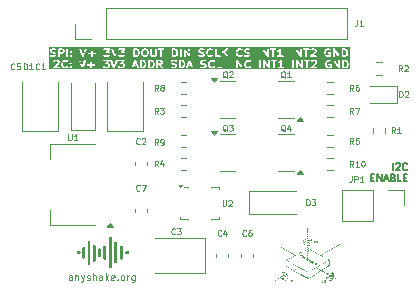
<source format=gbr>
%TF.GenerationSoftware,KiCad,Pcbnew,8.0.3*%
%TF.CreationDate,2024-12-25T15:45:28+08:00*%
%TF.ProjectId,ICM-42688,49434d2d-3432-4363-9838-2e6b69636164,rev?*%
%TF.SameCoordinates,Original*%
%TF.FileFunction,Legend,Top*%
%TF.FilePolarity,Positive*%
%FSLAX46Y46*%
G04 Gerber Fmt 4.6, Leading zero omitted, Abs format (unit mm)*
G04 Created by KiCad (PCBNEW 8.0.3) date 2024-12-25 15:45:28*
%MOMM*%
%LPD*%
G01*
G04 APERTURE LIST*
%ADD10C,0.150000*%
%ADD11C,0.120000*%
%ADD12C,0.125000*%
%ADD13C,0.000000*%
G04 APERTURE END LIST*
D10*
G36*
X131795538Y-75513459D02*
G01*
X131840432Y-75550858D01*
X131862934Y-75587899D01*
X131891768Y-75682939D01*
X131892698Y-75747662D01*
X131866184Y-75842352D01*
X131843488Y-75882906D01*
X131798910Y-75922216D01*
X131726618Y-75943824D01*
X131641493Y-75944500D01*
X131640435Y-75493184D01*
X131718879Y-75492561D01*
X131795538Y-75513459D01*
G37*
G36*
X132495538Y-75513459D02*
G01*
X132540432Y-75550858D01*
X132562934Y-75587899D01*
X132591768Y-75682939D01*
X132592698Y-75747662D01*
X132566184Y-75842352D01*
X132543488Y-75882906D01*
X132498910Y-75922216D01*
X132426618Y-75943824D01*
X132341493Y-75944500D01*
X132340435Y-75493184D01*
X132418879Y-75492561D01*
X132495538Y-75513459D01*
G37*
G36*
X135095538Y-75513459D02*
G01*
X135140432Y-75550858D01*
X135162934Y-75587899D01*
X135191768Y-75682939D01*
X135192698Y-75747662D01*
X135166184Y-75842352D01*
X135143488Y-75882906D01*
X135098910Y-75922216D01*
X135026618Y-75943824D01*
X134941493Y-75944500D01*
X134940435Y-75493184D01*
X135018879Y-75492561D01*
X135095538Y-75513459D01*
G37*
G36*
X148928868Y-75513459D02*
G01*
X148973762Y-75550858D01*
X148996264Y-75587899D01*
X149025098Y-75682939D01*
X149026028Y-75747662D01*
X148999514Y-75842352D01*
X148976818Y-75882906D01*
X148932240Y-75922216D01*
X148859948Y-75943824D01*
X148774823Y-75944500D01*
X148773765Y-75493184D01*
X148852209Y-75492561D01*
X148928868Y-75513459D01*
G37*
G36*
X133258119Y-75509933D02*
G01*
X133274250Y-75523086D01*
X133291943Y-75552210D01*
X133292594Y-75597579D01*
X133276656Y-75626058D01*
X133261822Y-75639420D01*
X133220098Y-75658124D01*
X133128096Y-75658596D01*
X133126163Y-75658401D01*
X133125469Y-75658609D01*
X133040824Y-75659043D01*
X133040436Y-75493393D01*
X133215498Y-75492496D01*
X133258119Y-75509933D01*
G37*
G36*
X131158029Y-75772791D02*
G01*
X131041925Y-75773272D01*
X131099694Y-75623754D01*
X131158029Y-75772791D01*
G37*
G36*
X135758029Y-75772791D02*
G01*
X135641925Y-75773272D01*
X135699694Y-75623754D01*
X135758029Y-75772791D01*
G37*
G36*
X131245538Y-74547493D02*
G01*
X131290432Y-74584892D01*
X131312934Y-74621933D01*
X131341768Y-74716973D01*
X131342698Y-74781696D01*
X131316184Y-74876386D01*
X131293488Y-74916940D01*
X131248910Y-74956250D01*
X131176618Y-74977858D01*
X131091493Y-74978534D01*
X131090435Y-74527218D01*
X131168879Y-74526595D01*
X131245538Y-74547493D01*
G37*
G36*
X132007830Y-74543849D02*
G01*
X132050765Y-74579616D01*
X132075047Y-74659649D01*
X132076245Y-74838076D01*
X132052198Y-74923956D01*
X132012730Y-74958761D01*
X131969958Y-74977935D01*
X131867481Y-74978933D01*
X131825506Y-74961760D01*
X131782570Y-74925992D01*
X131758289Y-74845960D01*
X131757091Y-74667533D01*
X131781138Y-74581652D01*
X131820607Y-74546847D01*
X131863377Y-74527674D01*
X131965855Y-74526676D01*
X132007830Y-74543849D01*
G37*
G36*
X134478870Y-74547493D02*
G01*
X134523764Y-74584892D01*
X134546266Y-74621933D01*
X134575100Y-74716973D01*
X134576030Y-74781696D01*
X134549516Y-74876386D01*
X134526820Y-74916940D01*
X134482242Y-74956250D01*
X134409950Y-74977858D01*
X134324825Y-74978534D01*
X134323767Y-74527218D01*
X134402211Y-74526595D01*
X134478870Y-74547493D01*
G37*
G36*
X148878867Y-74547493D02*
G01*
X148923761Y-74584892D01*
X148946263Y-74621933D01*
X148975097Y-74716973D01*
X148976027Y-74781696D01*
X148949513Y-74876386D01*
X148926817Y-74916940D01*
X148882239Y-74956250D01*
X148809947Y-74977858D01*
X148724822Y-74978534D01*
X148723764Y-74527218D01*
X148802208Y-74526595D01*
X148878867Y-74547493D01*
G37*
G36*
X124941453Y-74543967D02*
G01*
X124957584Y-74557120D01*
X124975277Y-74586244D01*
X124975928Y-74631613D01*
X124959990Y-74660092D01*
X124945156Y-74673454D01*
X124903432Y-74692158D01*
X124724158Y-74693077D01*
X124723770Y-74527427D01*
X124898832Y-74526530D01*
X124941453Y-74543967D01*
G37*
G36*
X149249998Y-76168771D02*
G01*
X123783335Y-76168771D01*
X123783335Y-75418771D01*
X123858335Y-75418771D01*
X123859776Y-76033403D01*
X123870975Y-76060439D01*
X123891667Y-76081131D01*
X123918703Y-76092330D01*
X123947967Y-76092330D01*
X123975003Y-76081131D01*
X123995695Y-76060439D01*
X124006894Y-76033403D01*
X124007454Y-76027718D01*
X124125538Y-76027718D01*
X124126443Y-76030486D01*
X124126443Y-76033403D01*
X124130960Y-76044309D01*
X124134629Y-76055533D01*
X124136527Y-76057747D01*
X124137642Y-76060439D01*
X124145987Y-76068784D01*
X124153674Y-76077752D01*
X124156273Y-76079070D01*
X124158334Y-76081131D01*
X124169242Y-76085649D01*
X124179772Y-76090991D01*
X124182676Y-76091214D01*
X124185370Y-76092330D01*
X124200002Y-76093771D01*
X124647967Y-76092330D01*
X124675003Y-76081131D01*
X124695695Y-76060439D01*
X124706894Y-76033403D01*
X124706894Y-76004139D01*
X124695695Y-75977103D01*
X124675003Y-75956411D01*
X124647967Y-75945212D01*
X124633335Y-75943771D01*
X124401052Y-75944518D01*
X124639813Y-75738761D01*
X124643020Y-75737351D01*
X124650417Y-75729623D01*
X124658983Y-75722242D01*
X124660673Y-75718909D01*
X124663256Y-75716212D01*
X124669902Y-75703097D01*
X124680052Y-75675914D01*
X124825002Y-75675914D01*
X124826206Y-75759779D01*
X124825288Y-75768178D01*
X124826412Y-75774167D01*
X124826443Y-75776260D01*
X124827106Y-75777860D01*
X124828002Y-75782628D01*
X124861371Y-75892615D01*
X124862424Y-75900340D01*
X124866240Y-75908664D01*
X124866815Y-75910557D01*
X124867499Y-75911409D01*
X124868552Y-75913705D01*
X124903822Y-75971763D01*
X124907688Y-75979384D01*
X124909774Y-75981562D01*
X124910503Y-75982761D01*
X124912049Y-75983936D01*
X124917859Y-75990001D01*
X124975969Y-76038408D01*
X124976139Y-76038714D01*
X124980331Y-76042042D01*
X124996573Y-76055572D01*
X124997934Y-76056017D01*
X124999058Y-76056909D01*
X125012731Y-76062314D01*
X125110749Y-76089035D01*
X125118703Y-76092330D01*
X125125171Y-76092967D01*
X125127196Y-76093519D01*
X125128848Y-76093329D01*
X125133335Y-76093771D01*
X125198310Y-76092619D01*
X125206141Y-76093519D01*
X125212458Y-76092368D01*
X125214634Y-76092330D01*
X125216174Y-76091692D01*
X125220606Y-76090885D01*
X125308459Y-76064626D01*
X125308950Y-76064664D01*
X125315538Y-76062510D01*
X125334279Y-76056909D01*
X125335401Y-76056017D01*
X125336765Y-76055572D01*
X125348812Y-76047144D01*
X125392317Y-76007955D01*
X125405556Y-75981857D01*
X125405602Y-75981254D01*
X125525538Y-75981254D01*
X125526226Y-75990200D01*
X125525538Y-75999148D01*
X125527337Y-76004653D01*
X125527782Y-76010430D01*
X125531841Y-76018433D01*
X125534630Y-76026963D01*
X125538400Y-76031361D01*
X125541021Y-76036528D01*
X125551193Y-76047144D01*
X125553634Y-76049134D01*
X125553675Y-76049182D01*
X125553721Y-76049205D01*
X125583000Y-76073078D01*
X125587006Y-76077751D01*
X125589606Y-76079070D01*
X125591667Y-76081131D01*
X125594127Y-76082150D01*
X125596573Y-76084144D01*
X125605102Y-76086931D01*
X125613104Y-76090991D01*
X125616010Y-76091214D01*
X125618703Y-76092330D01*
X125621619Y-76092330D01*
X125624388Y-76093235D01*
X125633329Y-76092547D01*
X125642280Y-76093236D01*
X125645052Y-76092330D01*
X125647967Y-76092330D01*
X125650660Y-76091214D01*
X125653565Y-76090991D01*
X125661566Y-76086931D01*
X125670096Y-76084144D01*
X125673531Y-76081740D01*
X125675003Y-76081131D01*
X125676400Y-76079733D01*
X125678097Y-76078545D01*
X125679663Y-76077752D01*
X125680307Y-76077000D01*
X125682143Y-76075716D01*
X125709805Y-76050799D01*
X125712996Y-76049181D01*
X125717715Y-76043674D01*
X125725649Y-76036529D01*
X125728271Y-76031359D01*
X125732041Y-76026962D01*
X125734827Y-76018436D01*
X125738889Y-76010431D01*
X125739333Y-76004650D01*
X125741133Y-75999146D01*
X125740445Y-75990205D01*
X125741134Y-75981255D01*
X125739333Y-75975745D01*
X125738889Y-75969970D01*
X125734829Y-75961968D01*
X125732042Y-75953439D01*
X125728271Y-75949040D01*
X125725650Y-75943872D01*
X125715478Y-75933255D01*
X125713035Y-75931263D01*
X125712998Y-75931220D01*
X125712955Y-75931198D01*
X125683668Y-75907319D01*
X125679662Y-75902646D01*
X125677062Y-75901327D01*
X125675003Y-75899268D01*
X125672542Y-75898248D01*
X125670097Y-75896255D01*
X125661568Y-75893467D01*
X125653564Y-75889407D01*
X125650657Y-75889183D01*
X125647967Y-75888069D01*
X125645051Y-75888069D01*
X125642282Y-75887164D01*
X125633336Y-75887851D01*
X125624387Y-75887164D01*
X125621618Y-75888069D01*
X125618703Y-75888069D01*
X125616009Y-75889184D01*
X125613105Y-75889408D01*
X125605101Y-75893467D01*
X125596572Y-75896256D01*
X125593137Y-75898659D01*
X125591667Y-75899268D01*
X125590270Y-75900664D01*
X125588570Y-75901854D01*
X125587007Y-75902647D01*
X125586363Y-75903397D01*
X125584525Y-75904684D01*
X125556864Y-75929600D01*
X125553674Y-75931219D01*
X125548952Y-75936727D01*
X125541020Y-75943873D01*
X125538399Y-75949039D01*
X125534629Y-75953438D01*
X125531840Y-75961969D01*
X125527782Y-75969971D01*
X125527337Y-75975747D01*
X125525538Y-75981254D01*
X125405602Y-75981254D01*
X125407800Y-75952680D01*
X125398707Y-75924865D01*
X125379662Y-75902646D01*
X125353564Y-75889407D01*
X125324387Y-75887164D01*
X125296572Y-75896256D01*
X125284525Y-75904684D01*
X125264804Y-75922447D01*
X125193051Y-75943894D01*
X125146813Y-75944713D01*
X125071132Y-75924082D01*
X125026237Y-75886683D01*
X125003735Y-75849642D01*
X124974901Y-75754602D01*
X124973971Y-75689879D01*
X124980386Y-75666968D01*
X125525538Y-75666968D01*
X125526226Y-75675914D01*
X125525538Y-75684862D01*
X125527337Y-75690367D01*
X125527782Y-75696144D01*
X125531841Y-75704147D01*
X125534630Y-75712677D01*
X125538400Y-75717075D01*
X125541021Y-75722242D01*
X125551193Y-75732858D01*
X125553634Y-75734848D01*
X125553675Y-75734896D01*
X125553721Y-75734919D01*
X125583000Y-75758792D01*
X125587006Y-75763465D01*
X125589606Y-75764784D01*
X125591667Y-75766845D01*
X125594127Y-75767864D01*
X125596573Y-75769858D01*
X125605102Y-75772645D01*
X125613104Y-75776705D01*
X125616010Y-75776928D01*
X125618703Y-75778044D01*
X125621619Y-75778044D01*
X125624388Y-75778949D01*
X125633329Y-75778261D01*
X125642280Y-75778950D01*
X125645052Y-75778044D01*
X125647967Y-75778044D01*
X125650660Y-75776928D01*
X125653565Y-75776705D01*
X125661566Y-75772645D01*
X125670096Y-75769858D01*
X125673531Y-75767454D01*
X125675003Y-75766845D01*
X125676400Y-75765447D01*
X125678097Y-75764259D01*
X125679663Y-75763466D01*
X125680307Y-75762714D01*
X125682143Y-75761430D01*
X125709805Y-75736513D01*
X125712996Y-75734895D01*
X125717715Y-75729388D01*
X125725649Y-75722243D01*
X125728271Y-75717073D01*
X125732041Y-75712676D01*
X125734827Y-75704150D01*
X125738889Y-75696145D01*
X125739333Y-75690364D01*
X125741133Y-75684860D01*
X125740445Y-75675919D01*
X125741134Y-75666969D01*
X125739333Y-75661459D01*
X125738889Y-75655684D01*
X125734829Y-75647682D01*
X125732042Y-75639153D01*
X125728271Y-75634754D01*
X125725650Y-75629586D01*
X125715478Y-75618969D01*
X125713035Y-75616977D01*
X125712998Y-75616934D01*
X125712955Y-75616912D01*
X125683668Y-75593033D01*
X125679662Y-75588360D01*
X125677062Y-75587041D01*
X125675003Y-75584982D01*
X125672542Y-75583962D01*
X125670097Y-75581969D01*
X125661568Y-75579181D01*
X125653564Y-75575121D01*
X125650657Y-75574897D01*
X125647967Y-75573783D01*
X125645051Y-75573783D01*
X125642282Y-75572878D01*
X125633336Y-75573565D01*
X125624387Y-75572878D01*
X125621618Y-75573783D01*
X125618703Y-75573783D01*
X125616009Y-75574898D01*
X125613105Y-75575122D01*
X125605101Y-75579181D01*
X125596572Y-75581970D01*
X125593137Y-75584373D01*
X125591667Y-75584982D01*
X125590270Y-75586378D01*
X125588570Y-75587568D01*
X125587007Y-75588361D01*
X125586363Y-75589111D01*
X125584525Y-75590398D01*
X125556864Y-75615314D01*
X125553674Y-75616933D01*
X125548952Y-75622441D01*
X125541020Y-75629587D01*
X125538399Y-75634753D01*
X125534629Y-75639152D01*
X125531840Y-75647683D01*
X125527782Y-75655685D01*
X125527337Y-75661461D01*
X125525538Y-75666968D01*
X124980386Y-75666968D01*
X125000485Y-75595188D01*
X125023182Y-75554635D01*
X125067758Y-75515325D01*
X125140285Y-75493647D01*
X125186525Y-75492828D01*
X125262562Y-75513557D01*
X125296572Y-75541286D01*
X125324387Y-75550378D01*
X125353564Y-75548135D01*
X125379662Y-75534896D01*
X125398707Y-75512677D01*
X125407800Y-75484862D01*
X125405556Y-75455685D01*
X125393437Y-75431795D01*
X126326140Y-75431795D01*
X126330101Y-75445955D01*
X126560080Y-76033519D01*
X126560113Y-76035004D01*
X126565081Y-76046296D01*
X126570081Y-76059069D01*
X126571229Y-76060268D01*
X126571898Y-76061788D01*
X126581308Y-76070797D01*
X126590318Y-76080208D01*
X126591837Y-76080876D01*
X126593037Y-76082025D01*
X126605188Y-76086750D01*
X126617103Y-76091993D01*
X126618761Y-76092029D01*
X126620311Y-76092632D01*
X126633335Y-76092347D01*
X126646359Y-76092632D01*
X126647908Y-76092029D01*
X126649568Y-76091993D01*
X126661486Y-76086748D01*
X126673633Y-76082025D01*
X126674832Y-76080876D01*
X126676352Y-76080208D01*
X126685361Y-76070797D01*
X126694772Y-76061788D01*
X126695440Y-76060268D01*
X126696589Y-76059069D01*
X126703235Y-76045954D01*
X126807704Y-75775568D01*
X127026442Y-75775568D01*
X127026442Y-75804832D01*
X127037641Y-75831868D01*
X127058333Y-75852560D01*
X127085369Y-75863759D01*
X127100001Y-75865200D01*
X127292593Y-75864693D01*
X127293109Y-76033403D01*
X127304308Y-76060439D01*
X127325000Y-76081131D01*
X127352036Y-76092330D01*
X127381300Y-76092330D01*
X127408336Y-76081131D01*
X127429028Y-76060439D01*
X127440227Y-76033403D01*
X127441668Y-76018771D01*
X127441466Y-75952680D01*
X128358871Y-75952680D01*
X128361115Y-75981857D01*
X128374353Y-76007955D01*
X128384525Y-76018572D01*
X128419025Y-76046701D01*
X128424243Y-76052048D01*
X128428363Y-76054315D01*
X128429905Y-76055572D01*
X128431734Y-76056170D01*
X128437125Y-76059136D01*
X128517808Y-76092146D01*
X128518272Y-76092151D01*
X128518703Y-76092330D01*
X128533335Y-76093771D01*
X128747967Y-76092330D01*
X128748397Y-76092151D01*
X128748862Y-76092146D01*
X128762879Y-76087707D01*
X128828640Y-76058227D01*
X128836763Y-76055573D01*
X128840686Y-76052827D01*
X128842426Y-76052048D01*
X128843771Y-76050669D01*
X128848810Y-76047144D01*
X128883528Y-76015871D01*
X128889501Y-76011331D01*
X128891243Y-76008921D01*
X128892316Y-76007956D01*
X128893192Y-76006227D01*
X128898119Y-75999418D01*
X128926532Y-75948648D01*
X128929028Y-75946153D01*
X128932158Y-75938595D01*
X128937579Y-75928910D01*
X128938268Y-75923844D01*
X128940227Y-75919117D01*
X128941668Y-75904485D01*
X128940440Y-75770331D01*
X128941528Y-75766199D01*
X128940321Y-75757341D01*
X128940227Y-75746996D01*
X128938268Y-75742268D01*
X128937579Y-75737203D01*
X128931451Y-75723838D01*
X128896186Y-75665787D01*
X128892315Y-75658156D01*
X128890226Y-75655975D01*
X128889501Y-75654782D01*
X128887960Y-75653610D01*
X128882144Y-75647540D01*
X128847642Y-75619411D01*
X128842427Y-75614067D01*
X128838304Y-75611798D01*
X128836762Y-75610541D01*
X128834932Y-75609942D01*
X128829546Y-75606979D01*
X128795153Y-75592906D01*
X128908271Y-75481157D01*
X128908336Y-75481131D01*
X128911408Y-75478058D01*
X128928596Y-75461079D01*
X128928750Y-75460716D01*
X128929028Y-75460439D01*
X128934480Y-75447275D01*
X128940072Y-75434160D01*
X128940076Y-75433767D01*
X128940227Y-75433403D01*
X128940227Y-75431795D01*
X128992807Y-75431795D01*
X128996768Y-75445955D01*
X129226747Y-76033519D01*
X129226780Y-76035004D01*
X129231748Y-76046296D01*
X129236748Y-76059069D01*
X129237896Y-76060268D01*
X129238565Y-76061788D01*
X129247975Y-76070797D01*
X129256985Y-76080208D01*
X129258504Y-76080876D01*
X129259704Y-76082025D01*
X129271855Y-76086750D01*
X129283770Y-76091993D01*
X129285428Y-76092029D01*
X129286978Y-76092632D01*
X129300002Y-76092347D01*
X129313026Y-76092632D01*
X129314575Y-76092029D01*
X129316235Y-76091993D01*
X129328153Y-76086748D01*
X129340300Y-76082025D01*
X129341499Y-76080876D01*
X129343019Y-76080208D01*
X129352028Y-76070797D01*
X129361439Y-76061788D01*
X129362107Y-76060268D01*
X129363256Y-76059069D01*
X129369902Y-76045954D01*
X129405940Y-75952680D01*
X129625538Y-75952680D01*
X129627782Y-75981857D01*
X129641020Y-76007955D01*
X129651192Y-76018572D01*
X129685692Y-76046701D01*
X129690910Y-76052048D01*
X129695030Y-76054315D01*
X129696572Y-76055572D01*
X129698401Y-76056170D01*
X129703792Y-76059136D01*
X129784475Y-76092146D01*
X129784939Y-76092151D01*
X129785370Y-76092330D01*
X129800002Y-76093771D01*
X130014634Y-76092330D01*
X130015064Y-76092151D01*
X130015529Y-76092146D01*
X130029546Y-76087707D01*
X130095307Y-76058227D01*
X130103430Y-76055573D01*
X130107353Y-76052827D01*
X130109093Y-76052048D01*
X130110438Y-76050669D01*
X130115477Y-76047144D01*
X130150195Y-76015871D01*
X130156168Y-76011331D01*
X130157910Y-76008921D01*
X130158983Y-76007956D01*
X130159859Y-76006227D01*
X130160206Y-76005747D01*
X130792807Y-76005747D01*
X130793446Y-76035004D01*
X130805231Y-76061788D01*
X130826370Y-76082025D01*
X130853644Y-76092632D01*
X130882901Y-76091993D01*
X130909685Y-76080208D01*
X130929922Y-76059069D01*
X130936568Y-76045955D01*
X130984410Y-75922130D01*
X131216106Y-75921170D01*
X131270081Y-76059069D01*
X131290317Y-76080207D01*
X131317102Y-76091993D01*
X131346359Y-76092631D01*
X131373633Y-76082025D01*
X131394772Y-76061788D01*
X131406557Y-76035003D01*
X131407195Y-76005746D01*
X131403235Y-75991587D01*
X131179029Y-75418771D01*
X131491668Y-75418771D01*
X131493109Y-76033403D01*
X131504308Y-76060439D01*
X131525000Y-76081131D01*
X131552036Y-76092330D01*
X131566668Y-76093771D01*
X131730343Y-76092470D01*
X131739474Y-76093519D01*
X131745913Y-76092346D01*
X131747967Y-76092330D01*
X131749507Y-76091692D01*
X131753939Y-76090885D01*
X131841792Y-76064626D01*
X131842282Y-76064664D01*
X131848868Y-76062511D01*
X131867612Y-76056909D01*
X131868733Y-76056018D01*
X131870097Y-76055573D01*
X131882144Y-76047144D01*
X131948828Y-75988339D01*
X131956168Y-75982760D01*
X131957951Y-75980294D01*
X131958983Y-75979385D01*
X131959859Y-75977656D01*
X131964786Y-75970847D01*
X131995472Y-75916014D01*
X131999855Y-75910557D01*
X132003230Y-75902153D01*
X132004246Y-75900339D01*
X132004393Y-75899258D01*
X132005335Y-75896914D01*
X132036806Y-75784517D01*
X132040227Y-75776260D01*
X132040828Y-75770154D01*
X132041382Y-75768177D01*
X132041193Y-75766449D01*
X132041668Y-75761628D01*
X132040463Y-75677763D01*
X132041382Y-75669365D01*
X132040257Y-75663375D01*
X132040227Y-75661282D01*
X132039562Y-75659678D01*
X132038668Y-75654914D01*
X132005297Y-75544923D01*
X132004246Y-75537203D01*
X132000430Y-75528880D01*
X131999855Y-75526985D01*
X131999169Y-75526131D01*
X131998118Y-75523838D01*
X131962854Y-75465789D01*
X131958983Y-75458157D01*
X131956893Y-75455975D01*
X131956168Y-75454782D01*
X131954627Y-75453610D01*
X131948812Y-75447541D01*
X131914276Y-75418771D01*
X132191668Y-75418771D01*
X132193109Y-76033403D01*
X132204308Y-76060439D01*
X132225000Y-76081131D01*
X132252036Y-76092330D01*
X132266668Y-76093771D01*
X132430343Y-76092470D01*
X132439474Y-76093519D01*
X132445913Y-76092346D01*
X132447967Y-76092330D01*
X132449507Y-76091692D01*
X132453939Y-76090885D01*
X132541792Y-76064626D01*
X132542282Y-76064664D01*
X132548868Y-76062511D01*
X132567612Y-76056909D01*
X132568733Y-76056018D01*
X132570097Y-76055573D01*
X132582144Y-76047144D01*
X132648828Y-75988339D01*
X132656168Y-75982760D01*
X132657951Y-75980294D01*
X132658983Y-75979385D01*
X132659859Y-75977656D01*
X132664786Y-75970847D01*
X132695472Y-75916014D01*
X132699855Y-75910557D01*
X132703230Y-75902153D01*
X132704246Y-75900339D01*
X132704393Y-75899258D01*
X132705335Y-75896914D01*
X132736806Y-75784517D01*
X132740227Y-75776260D01*
X132740828Y-75770154D01*
X132741382Y-75768177D01*
X132741193Y-75766449D01*
X132741668Y-75761628D01*
X132740463Y-75677763D01*
X132741382Y-75669365D01*
X132740257Y-75663375D01*
X132740227Y-75661282D01*
X132739562Y-75659678D01*
X132738668Y-75654914D01*
X132705297Y-75544923D01*
X132704246Y-75537203D01*
X132700430Y-75528880D01*
X132699855Y-75526985D01*
X132699169Y-75526131D01*
X132698118Y-75523838D01*
X132662854Y-75465789D01*
X132658983Y-75458157D01*
X132656893Y-75455975D01*
X132656168Y-75454782D01*
X132654627Y-75453610D01*
X132648812Y-75447541D01*
X132614276Y-75418771D01*
X132891668Y-75418771D01*
X132893109Y-76033403D01*
X132904308Y-76060439D01*
X132925000Y-76081131D01*
X132952036Y-76092330D01*
X132981300Y-76092330D01*
X133008336Y-76081131D01*
X133029028Y-76060439D01*
X133040227Y-76033403D01*
X133041668Y-76018771D01*
X133041173Y-75807675D01*
X133097374Y-75807387D01*
X133318950Y-76076633D01*
X133344725Y-76090489D01*
X133373840Y-76093427D01*
X133401864Y-76085000D01*
X133424530Y-76066490D01*
X133438386Y-76040714D01*
X133441324Y-76011599D01*
X133432897Y-75983575D01*
X133424758Y-75971331D01*
X133279332Y-75794617D01*
X133328639Y-75772513D01*
X133336764Y-75769858D01*
X133340689Y-75767111D01*
X133342428Y-75766332D01*
X133343772Y-75764954D01*
X133348811Y-75761429D01*
X133383527Y-75730157D01*
X133389501Y-75725617D01*
X133391243Y-75723207D01*
X133392316Y-75722242D01*
X133393192Y-75720513D01*
X133398119Y-75713704D01*
X133426532Y-75662934D01*
X133429028Y-75660439D01*
X133432158Y-75652881D01*
X133437579Y-75643196D01*
X133438268Y-75638130D01*
X133440227Y-75633403D01*
X133441668Y-75618771D01*
X133440555Y-75541322D01*
X133441528Y-75537628D01*
X133440905Y-75533057D01*
X134091668Y-75533057D01*
X134092658Y-75582394D01*
X134091807Y-75585630D01*
X134092881Y-75593520D01*
X134093109Y-75604832D01*
X134095066Y-75609557D01*
X134095757Y-75614626D01*
X134101885Y-75627990D01*
X134137151Y-75686043D01*
X134141020Y-75693670D01*
X134143107Y-75695848D01*
X134143835Y-75697046D01*
X134145380Y-75698221D01*
X134151192Y-75704286D01*
X134185689Y-75732412D01*
X134190910Y-75737762D01*
X134195034Y-75740031D01*
X134196573Y-75741286D01*
X134198398Y-75741882D01*
X134203791Y-75744850D01*
X134265678Y-75770170D01*
X134270281Y-75773345D01*
X134284286Y-75777820D01*
X134284464Y-75777856D01*
X134284473Y-75777860D01*
X134284482Y-75777860D01*
X134404988Y-75802483D01*
X134458121Y-75824221D01*
X134474252Y-75837373D01*
X134492056Y-75866681D01*
X134492396Y-75883646D01*
X134476656Y-75911771D01*
X134461820Y-75925135D01*
X134420012Y-75943876D01*
X134281125Y-75944980D01*
X134172807Y-75915452D01*
X134143735Y-75918792D01*
X134118154Y-75933004D01*
X134099959Y-75955923D01*
X134091920Y-75984061D01*
X134095260Y-76013133D01*
X134109472Y-76038714D01*
X134132391Y-76056909D01*
X134146064Y-76062314D01*
X134244082Y-76089035D01*
X134252036Y-76092330D01*
X134258504Y-76092967D01*
X134260529Y-76093519D01*
X134262181Y-76093329D01*
X134266668Y-76093771D01*
X134447967Y-76092330D01*
X134448397Y-76092151D01*
X134448862Y-76092146D01*
X134462879Y-76087707D01*
X134528640Y-76058227D01*
X134536763Y-76055573D01*
X134540686Y-76052827D01*
X134542426Y-76052048D01*
X134543771Y-76050669D01*
X134548810Y-76047144D01*
X134583528Y-76015871D01*
X134589501Y-76011331D01*
X134591243Y-76008921D01*
X134592316Y-76007956D01*
X134593192Y-76006227D01*
X134598119Y-75999418D01*
X134626532Y-75948648D01*
X134629028Y-75946153D01*
X134632158Y-75938595D01*
X134637579Y-75928910D01*
X134638268Y-75923844D01*
X134640227Y-75919117D01*
X134641668Y-75904485D01*
X134640677Y-75855148D01*
X134641529Y-75851913D01*
X134640454Y-75844020D01*
X134640227Y-75832710D01*
X134638270Y-75827986D01*
X134637580Y-75822917D01*
X134631452Y-75809552D01*
X134596186Y-75751501D01*
X134592316Y-75743872D01*
X134590226Y-75741690D01*
X134589501Y-75740497D01*
X134587960Y-75739325D01*
X134582144Y-75733255D01*
X134547640Y-75705123D01*
X134542426Y-75699780D01*
X134538306Y-75697513D01*
X134536763Y-75696255D01*
X134534931Y-75695656D01*
X134529544Y-75692692D01*
X134467659Y-75667372D01*
X134463055Y-75664197D01*
X134449050Y-75659722D01*
X134448869Y-75659685D01*
X134448862Y-75659682D01*
X134448853Y-75659681D01*
X134328345Y-75635058D01*
X134275218Y-75613322D01*
X134259084Y-75600167D01*
X134241279Y-75570860D01*
X134240939Y-75553895D01*
X134256679Y-75525769D01*
X134271514Y-75512406D01*
X134313323Y-75493665D01*
X134452212Y-75492561D01*
X134560529Y-75522090D01*
X134589601Y-75518749D01*
X134615181Y-75504538D01*
X134633377Y-75481619D01*
X134641416Y-75453481D01*
X134638075Y-75424408D01*
X134634943Y-75418771D01*
X134791668Y-75418771D01*
X134793109Y-76033403D01*
X134804308Y-76060439D01*
X134825000Y-76081131D01*
X134852036Y-76092330D01*
X134866668Y-76093771D01*
X135030343Y-76092470D01*
X135039474Y-76093519D01*
X135045913Y-76092346D01*
X135047967Y-76092330D01*
X135049507Y-76091692D01*
X135053939Y-76090885D01*
X135141792Y-76064626D01*
X135142282Y-76064664D01*
X135148868Y-76062511D01*
X135167612Y-76056909D01*
X135168733Y-76056018D01*
X135170097Y-76055573D01*
X135182144Y-76047144D01*
X135229088Y-76005747D01*
X135392807Y-76005747D01*
X135393446Y-76035004D01*
X135405231Y-76061788D01*
X135426370Y-76082025D01*
X135453644Y-76092632D01*
X135482901Y-76091993D01*
X135509685Y-76080208D01*
X135529922Y-76059069D01*
X135536568Y-76045955D01*
X135584410Y-75922130D01*
X135816106Y-75921170D01*
X135870081Y-76059069D01*
X135890317Y-76080207D01*
X135917102Y-76091993D01*
X135946359Y-76092631D01*
X135973633Y-76082025D01*
X135994772Y-76061788D01*
X136006557Y-76035003D01*
X136007195Y-76005746D01*
X136003235Y-75991587D01*
X135823762Y-75533057D01*
X136591668Y-75533057D01*
X136592658Y-75582394D01*
X136591807Y-75585630D01*
X136592881Y-75593520D01*
X136593109Y-75604832D01*
X136595066Y-75609557D01*
X136595757Y-75614626D01*
X136601885Y-75627990D01*
X136637151Y-75686043D01*
X136641020Y-75693670D01*
X136643107Y-75695848D01*
X136643835Y-75697046D01*
X136645380Y-75698221D01*
X136651192Y-75704286D01*
X136685689Y-75732412D01*
X136690910Y-75737762D01*
X136695034Y-75740031D01*
X136696573Y-75741286D01*
X136698398Y-75741882D01*
X136703791Y-75744850D01*
X136765678Y-75770170D01*
X136770281Y-75773345D01*
X136784286Y-75777820D01*
X136784464Y-75777856D01*
X136784473Y-75777860D01*
X136784482Y-75777860D01*
X136904988Y-75802483D01*
X136958121Y-75824221D01*
X136974252Y-75837373D01*
X136992056Y-75866681D01*
X136992396Y-75883646D01*
X136976656Y-75911771D01*
X136961820Y-75925135D01*
X136920012Y-75943876D01*
X136781125Y-75944980D01*
X136672807Y-75915452D01*
X136643735Y-75918792D01*
X136618154Y-75933004D01*
X136599959Y-75955923D01*
X136591920Y-75984061D01*
X136595260Y-76013133D01*
X136609472Y-76038714D01*
X136632391Y-76056909D01*
X136646064Y-76062314D01*
X136744082Y-76089035D01*
X136752036Y-76092330D01*
X136758504Y-76092967D01*
X136760529Y-76093519D01*
X136762181Y-76093329D01*
X136766668Y-76093771D01*
X136947967Y-76092330D01*
X136948397Y-76092151D01*
X136948862Y-76092146D01*
X136962879Y-76087707D01*
X137028640Y-76058227D01*
X137036763Y-76055573D01*
X137040686Y-76052827D01*
X137042426Y-76052048D01*
X137043771Y-76050669D01*
X137048810Y-76047144D01*
X137083528Y-76015871D01*
X137089501Y-76011331D01*
X137091243Y-76008921D01*
X137092316Y-76007956D01*
X137093192Y-76006227D01*
X137098119Y-75999418D01*
X137126532Y-75948648D01*
X137129028Y-75946153D01*
X137132158Y-75938595D01*
X137137579Y-75928910D01*
X137138268Y-75923844D01*
X137140227Y-75919117D01*
X137141668Y-75904485D01*
X137140677Y-75855148D01*
X137141529Y-75851913D01*
X137140454Y-75844020D01*
X137140227Y-75832710D01*
X137138270Y-75827986D01*
X137137580Y-75822917D01*
X137131452Y-75809552D01*
X137096186Y-75751501D01*
X137092316Y-75743872D01*
X137090226Y-75741690D01*
X137089501Y-75740497D01*
X137087960Y-75739325D01*
X137082144Y-75733255D01*
X137047640Y-75705123D01*
X137042426Y-75699780D01*
X137038306Y-75697513D01*
X137036763Y-75696255D01*
X137034931Y-75695656D01*
X137029544Y-75692692D01*
X136988537Y-75675914D01*
X137258335Y-75675914D01*
X137259539Y-75759779D01*
X137258621Y-75768178D01*
X137259745Y-75774167D01*
X137259776Y-75776260D01*
X137260439Y-75777860D01*
X137261335Y-75782628D01*
X137294704Y-75892615D01*
X137295757Y-75900340D01*
X137299573Y-75908664D01*
X137300148Y-75910557D01*
X137300832Y-75911409D01*
X137301885Y-75913705D01*
X137337155Y-75971763D01*
X137341021Y-75979384D01*
X137343107Y-75981562D01*
X137343836Y-75982761D01*
X137345382Y-75983936D01*
X137351192Y-75990001D01*
X137409302Y-76038408D01*
X137409472Y-76038714D01*
X137413664Y-76042042D01*
X137429906Y-76055572D01*
X137431267Y-76056017D01*
X137432391Y-76056909D01*
X137446064Y-76062314D01*
X137544082Y-76089035D01*
X137552036Y-76092330D01*
X137558504Y-76092967D01*
X137560529Y-76093519D01*
X137562181Y-76093329D01*
X137566668Y-76093771D01*
X137631643Y-76092619D01*
X137639474Y-76093519D01*
X137645791Y-76092368D01*
X137647967Y-76092330D01*
X137649507Y-76091692D01*
X137653939Y-76090885D01*
X137741792Y-76064626D01*
X137742283Y-76064664D01*
X137748871Y-76062510D01*
X137767612Y-76056909D01*
X137768734Y-76056017D01*
X137770098Y-76055572D01*
X137782145Y-76047144D01*
X137825650Y-76007955D01*
X137838889Y-75981857D01*
X137841133Y-75952680D01*
X137832040Y-75924865D01*
X137812995Y-75902646D01*
X137786897Y-75889407D01*
X137757720Y-75887164D01*
X137729905Y-75896256D01*
X137717858Y-75904684D01*
X137698137Y-75922447D01*
X137626384Y-75943894D01*
X137580146Y-75944713D01*
X137504465Y-75924082D01*
X137459570Y-75886683D01*
X137437068Y-75849642D01*
X137408234Y-75754602D01*
X137407304Y-75689879D01*
X137433818Y-75595188D01*
X137456515Y-75554635D01*
X137501091Y-75515325D01*
X137573618Y-75493647D01*
X137619858Y-75492828D01*
X137695895Y-75513557D01*
X137729905Y-75541286D01*
X137757720Y-75550378D01*
X137786897Y-75548135D01*
X137812995Y-75534896D01*
X137832040Y-75512677D01*
X137841133Y-75484862D01*
X137838889Y-75455685D01*
X137825650Y-75429587D01*
X137815478Y-75418971D01*
X137815233Y-75418771D01*
X137991668Y-75418771D01*
X137993109Y-76033403D01*
X138004308Y-76060439D01*
X138025000Y-76081131D01*
X138052036Y-76092330D01*
X138066668Y-76093771D01*
X138414634Y-76092330D01*
X138441670Y-76081131D01*
X138462362Y-76060439D01*
X138473561Y-76033403D01*
X138473561Y-76004139D01*
X138462362Y-75977103D01*
X138441670Y-75956411D01*
X138414634Y-75945212D01*
X138400002Y-75943771D01*
X138141494Y-75944841D01*
X138140261Y-75418692D01*
X139625001Y-75418692D01*
X139625006Y-75418718D01*
X139625001Y-75418771D01*
X139626442Y-76033403D01*
X139637641Y-76060439D01*
X139658333Y-76081131D01*
X139685369Y-76092330D01*
X139714633Y-76092330D01*
X139741669Y-76081131D01*
X139762361Y-76060439D01*
X139773560Y-76033403D01*
X139775001Y-76018771D01*
X139774170Y-75664366D01*
X140034884Y-76053783D01*
X140037641Y-76060439D01*
X140042781Y-76065579D01*
X140046912Y-76071749D01*
X140053084Y-76075882D01*
X140058333Y-76081131D01*
X140065120Y-76083942D01*
X140071227Y-76088032D01*
X140078508Y-76089488D01*
X140085369Y-76092330D01*
X140092717Y-76092330D01*
X140099922Y-76093771D01*
X140107206Y-76092330D01*
X140114633Y-76092330D01*
X140121422Y-76089517D01*
X140128629Y-76088092D01*
X140134807Y-76083973D01*
X140141669Y-76081131D01*
X140146865Y-76075934D01*
X140152979Y-76071859D01*
X140157110Y-76065689D01*
X140162361Y-76060439D01*
X140165173Y-76053649D01*
X140169262Y-76047544D01*
X140170718Y-76040263D01*
X140173560Y-76033403D01*
X140174985Y-76018926D01*
X140175001Y-76018850D01*
X140174995Y-76018823D01*
X140175001Y-76018771D01*
X140174197Y-75675914D01*
X140325001Y-75675914D01*
X140326205Y-75759779D01*
X140325287Y-75768178D01*
X140326411Y-75774167D01*
X140326442Y-75776260D01*
X140327105Y-75777860D01*
X140328001Y-75782628D01*
X140361370Y-75892615D01*
X140362423Y-75900340D01*
X140366239Y-75908664D01*
X140366814Y-75910557D01*
X140367498Y-75911409D01*
X140368551Y-75913705D01*
X140403821Y-75971763D01*
X140407687Y-75979384D01*
X140409773Y-75981562D01*
X140410502Y-75982761D01*
X140412048Y-75983936D01*
X140417858Y-75990001D01*
X140475968Y-76038408D01*
X140476138Y-76038714D01*
X140480330Y-76042042D01*
X140496572Y-76055572D01*
X140497933Y-76056017D01*
X140499057Y-76056909D01*
X140512730Y-76062314D01*
X140610748Y-76089035D01*
X140618702Y-76092330D01*
X140625170Y-76092967D01*
X140627195Y-76093519D01*
X140628847Y-76093329D01*
X140633334Y-76093771D01*
X140698309Y-76092619D01*
X140706140Y-76093519D01*
X140712457Y-76092368D01*
X140714633Y-76092330D01*
X140716173Y-76091692D01*
X140720605Y-76090885D01*
X140808458Y-76064626D01*
X140808949Y-76064664D01*
X140815537Y-76062510D01*
X140834278Y-76056909D01*
X140835400Y-76056017D01*
X140836764Y-76055572D01*
X140848811Y-76047144D01*
X140892316Y-76007955D01*
X140905555Y-75981857D01*
X140907799Y-75952680D01*
X140898706Y-75924865D01*
X140879661Y-75902646D01*
X140853563Y-75889407D01*
X140824386Y-75887164D01*
X140796571Y-75896256D01*
X140784524Y-75904684D01*
X140764803Y-75922447D01*
X140693050Y-75943894D01*
X140646812Y-75944713D01*
X140571131Y-75924082D01*
X140526236Y-75886683D01*
X140503734Y-75849642D01*
X140474900Y-75754602D01*
X140473970Y-75689879D01*
X140500484Y-75595188D01*
X140523181Y-75554635D01*
X140567757Y-75515325D01*
X140640284Y-75493647D01*
X140686524Y-75492828D01*
X140762561Y-75513557D01*
X140796571Y-75541286D01*
X140824386Y-75550378D01*
X140853563Y-75548135D01*
X140879661Y-75534896D01*
X140898706Y-75512677D01*
X140907799Y-75484862D01*
X140905555Y-75455685D01*
X140892316Y-75429587D01*
X140882144Y-75418971D01*
X140881899Y-75418771D01*
X141591667Y-75418771D01*
X141593108Y-76033403D01*
X141604307Y-76060439D01*
X141624999Y-76081131D01*
X141652035Y-76092330D01*
X141681299Y-76092330D01*
X141708335Y-76081131D01*
X141729027Y-76060439D01*
X141740226Y-76033403D01*
X141741667Y-76018771D01*
X141740260Y-75418692D01*
X141925000Y-75418692D01*
X141925005Y-75418718D01*
X141925000Y-75418771D01*
X141926441Y-76033403D01*
X141937640Y-76060439D01*
X141958332Y-76081131D01*
X141985368Y-76092330D01*
X142014632Y-76092330D01*
X142041668Y-76081131D01*
X142062360Y-76060439D01*
X142073559Y-76033403D01*
X142075000Y-76018771D01*
X142074169Y-75664366D01*
X142334883Y-76053783D01*
X142337640Y-76060439D01*
X142342780Y-76065579D01*
X142346911Y-76071749D01*
X142353083Y-76075882D01*
X142358332Y-76081131D01*
X142365119Y-76083942D01*
X142371226Y-76088032D01*
X142378507Y-76089488D01*
X142385368Y-76092330D01*
X142392716Y-76092330D01*
X142399921Y-76093771D01*
X142407205Y-76092330D01*
X142414632Y-76092330D01*
X142421421Y-76089517D01*
X142428628Y-76088092D01*
X142434806Y-76083973D01*
X142441668Y-76081131D01*
X142446864Y-76075934D01*
X142452978Y-76071859D01*
X142457109Y-76065689D01*
X142462360Y-76060439D01*
X142465172Y-76053649D01*
X142469261Y-76047544D01*
X142470717Y-76040263D01*
X142473559Y-76033403D01*
X142474984Y-76018926D01*
X142475000Y-76018850D01*
X142474994Y-76018823D01*
X142475000Y-76018771D01*
X142473559Y-75404139D01*
X142559774Y-75404139D01*
X142559774Y-75433403D01*
X142570973Y-75460439D01*
X142591665Y-75481131D01*
X142618701Y-75492330D01*
X142633333Y-75493771D01*
X142758507Y-75493335D01*
X142759774Y-76033403D01*
X142770973Y-76060439D01*
X142791665Y-76081131D01*
X142818701Y-76092330D01*
X142847965Y-76092330D01*
X142875001Y-76081131D01*
X142895693Y-76060439D01*
X142906892Y-76033403D01*
X142908333Y-76018771D01*
X142907295Y-75576466D01*
X143159601Y-75576466D01*
X143159958Y-75605728D01*
X143171486Y-75632626D01*
X143192429Y-75653064D01*
X143219599Y-75663932D01*
X143248861Y-75663575D01*
X143262877Y-75659136D01*
X143328640Y-75629655D01*
X143336763Y-75627000D01*
X143340687Y-75624254D01*
X143342426Y-75623475D01*
X143343769Y-75622098D01*
X143348810Y-75618572D01*
X143358780Y-75609779D01*
X143359566Y-75944722D01*
X143218701Y-75945212D01*
X143191665Y-75956411D01*
X143170973Y-75977103D01*
X143159774Y-76004139D01*
X143159774Y-76033403D01*
X143170973Y-76060439D01*
X143191665Y-76081131D01*
X143218701Y-76092330D01*
X143233333Y-76093771D01*
X143647965Y-76092330D01*
X143675001Y-76081131D01*
X143695693Y-76060439D01*
X143706892Y-76033403D01*
X143706892Y-76004139D01*
X143695693Y-75977103D01*
X143675001Y-75956411D01*
X143647965Y-75945212D01*
X143633333Y-75943771D01*
X143508158Y-75944206D01*
X143506949Y-75428493D01*
X143508139Y-75424166D01*
X143507465Y-75418771D01*
X144391666Y-75418771D01*
X144393107Y-76033403D01*
X144404306Y-76060439D01*
X144424998Y-76081131D01*
X144452034Y-76092330D01*
X144481298Y-76092330D01*
X144508334Y-76081131D01*
X144529026Y-76060439D01*
X144540225Y-76033403D01*
X144541666Y-76018771D01*
X144540259Y-75418692D01*
X144724999Y-75418692D01*
X144725004Y-75418718D01*
X144724999Y-75418771D01*
X144726440Y-76033403D01*
X144737639Y-76060439D01*
X144758331Y-76081131D01*
X144785367Y-76092330D01*
X144814631Y-76092330D01*
X144841667Y-76081131D01*
X144862359Y-76060439D01*
X144873558Y-76033403D01*
X144874999Y-76018771D01*
X144874168Y-75664366D01*
X145134882Y-76053783D01*
X145137639Y-76060439D01*
X145142779Y-76065579D01*
X145146910Y-76071749D01*
X145153082Y-76075882D01*
X145158331Y-76081131D01*
X145165118Y-76083942D01*
X145171225Y-76088032D01*
X145178506Y-76089488D01*
X145185367Y-76092330D01*
X145192715Y-76092330D01*
X145199920Y-76093771D01*
X145207204Y-76092330D01*
X145214631Y-76092330D01*
X145221420Y-76089517D01*
X145228627Y-76088092D01*
X145234805Y-76083973D01*
X145241667Y-76081131D01*
X145246863Y-76075934D01*
X145252977Y-76071859D01*
X145257108Y-76065689D01*
X145262359Y-76060439D01*
X145265171Y-76053649D01*
X145269260Y-76047544D01*
X145270716Y-76040263D01*
X145273558Y-76033403D01*
X145274983Y-76018926D01*
X145274999Y-76018850D01*
X145274993Y-76018823D01*
X145274999Y-76018771D01*
X145273558Y-75404139D01*
X145359773Y-75404139D01*
X145359773Y-75433403D01*
X145370972Y-75460439D01*
X145391664Y-75481131D01*
X145418700Y-75492330D01*
X145433332Y-75493771D01*
X145558506Y-75493335D01*
X145559773Y-76033403D01*
X145570972Y-76060439D01*
X145591664Y-76081131D01*
X145618700Y-76092330D01*
X145647964Y-76092330D01*
X145675000Y-76081131D01*
X145695692Y-76060439D01*
X145706891Y-76033403D01*
X145707451Y-76027718D01*
X145925535Y-76027718D01*
X145926440Y-76030486D01*
X145926440Y-76033403D01*
X145930957Y-76044309D01*
X145934626Y-76055533D01*
X145936524Y-76057747D01*
X145937639Y-76060439D01*
X145945984Y-76068784D01*
X145953671Y-76077752D01*
X145956270Y-76079070D01*
X145958331Y-76081131D01*
X145969239Y-76085649D01*
X145979769Y-76090991D01*
X145982673Y-76091214D01*
X145985367Y-76092330D01*
X145999999Y-76093771D01*
X146447964Y-76092330D01*
X146475000Y-76081131D01*
X146495692Y-76060439D01*
X146506891Y-76033403D01*
X146506891Y-76004139D01*
X146495692Y-75977103D01*
X146475000Y-75956411D01*
X146447964Y-75945212D01*
X146433332Y-75943771D01*
X146201049Y-75944518D01*
X146439810Y-75738761D01*
X146443017Y-75737351D01*
X146450414Y-75729623D01*
X146458980Y-75722242D01*
X146460670Y-75718909D01*
X146463253Y-75716212D01*
X146469899Y-75703097D01*
X146480049Y-75675914D01*
X147158332Y-75675914D01*
X147159536Y-75759779D01*
X147158618Y-75768178D01*
X147159742Y-75774167D01*
X147159773Y-75776260D01*
X147160436Y-75777860D01*
X147161332Y-75782628D01*
X147194701Y-75892615D01*
X147195754Y-75900340D01*
X147199570Y-75908664D01*
X147200145Y-75910557D01*
X147200829Y-75911409D01*
X147201882Y-75913705D01*
X147237152Y-75971763D01*
X147241018Y-75979384D01*
X147243104Y-75981562D01*
X147243833Y-75982761D01*
X147245379Y-75983936D01*
X147251189Y-75990001D01*
X147309299Y-76038408D01*
X147309469Y-76038714D01*
X147313661Y-76042042D01*
X147329903Y-76055572D01*
X147331264Y-76056017D01*
X147332388Y-76056909D01*
X147346061Y-76062314D01*
X147444079Y-76089035D01*
X147452033Y-76092330D01*
X147458501Y-76092967D01*
X147460526Y-76093519D01*
X147462178Y-76093329D01*
X147466665Y-76093771D01*
X147531640Y-76092619D01*
X147539471Y-76093519D01*
X147545788Y-76092368D01*
X147547964Y-76092330D01*
X147549504Y-76091692D01*
X147553936Y-76090885D01*
X147641789Y-76064626D01*
X147642280Y-76064664D01*
X147648868Y-76062510D01*
X147667609Y-76056909D01*
X147668731Y-76056017D01*
X147670095Y-76055572D01*
X147682142Y-76047144D01*
X147707435Y-76024359D01*
X147708333Y-76023988D01*
X147712734Y-76019586D01*
X147725647Y-76007955D01*
X147726965Y-76005355D01*
X147729025Y-76003296D01*
X147733541Y-75992392D01*
X147738886Y-75981857D01*
X147739109Y-75978950D01*
X147740224Y-75976260D01*
X147741665Y-75961628D01*
X147740224Y-75746996D01*
X147729025Y-75719960D01*
X147708333Y-75699268D01*
X147681297Y-75688069D01*
X147666665Y-75686628D01*
X147518700Y-75688069D01*
X147491664Y-75699268D01*
X147470972Y-75719960D01*
X147459773Y-75746996D01*
X147459773Y-75776260D01*
X147470972Y-75803296D01*
X147491664Y-75823988D01*
X147518700Y-75835187D01*
X147533332Y-75836628D01*
X147592164Y-75836055D01*
X147592755Y-75924055D01*
X147526381Y-75943894D01*
X147480143Y-75944713D01*
X147404462Y-75924082D01*
X147359567Y-75886683D01*
X147337065Y-75849642D01*
X147308231Y-75754602D01*
X147307301Y-75689879D01*
X147333815Y-75595188D01*
X147356512Y-75554635D01*
X147401088Y-75515325D01*
X147473489Y-75493685D01*
X147549401Y-75492730D01*
X147617805Y-75520717D01*
X147647066Y-75521073D01*
X147674236Y-75510205D01*
X147695180Y-75489767D01*
X147706707Y-75462869D01*
X147707063Y-75433607D01*
X147701097Y-75418692D01*
X147891665Y-75418692D01*
X147891670Y-75418718D01*
X147891665Y-75418771D01*
X147893106Y-76033403D01*
X147904305Y-76060439D01*
X147924997Y-76081131D01*
X147952033Y-76092330D01*
X147981297Y-76092330D01*
X148008333Y-76081131D01*
X148029025Y-76060439D01*
X148040224Y-76033403D01*
X148041665Y-76018771D01*
X148040834Y-75664366D01*
X148301548Y-76053783D01*
X148304305Y-76060439D01*
X148309445Y-76065579D01*
X148313576Y-76071749D01*
X148319748Y-76075882D01*
X148324997Y-76081131D01*
X148331784Y-76083942D01*
X148337891Y-76088032D01*
X148345172Y-76089488D01*
X148352033Y-76092330D01*
X148359381Y-76092330D01*
X148366586Y-76093771D01*
X148373870Y-76092330D01*
X148381297Y-76092330D01*
X148388086Y-76089517D01*
X148395293Y-76088092D01*
X148401471Y-76083973D01*
X148408333Y-76081131D01*
X148413529Y-76075934D01*
X148419643Y-76071859D01*
X148423774Y-76065689D01*
X148429025Y-76060439D01*
X148431837Y-76053649D01*
X148435926Y-76047544D01*
X148437382Y-76040263D01*
X148440224Y-76033403D01*
X148441649Y-76018926D01*
X148441665Y-76018850D01*
X148441659Y-76018823D01*
X148441665Y-76018771D01*
X148440258Y-75418771D01*
X148624998Y-75418771D01*
X148626439Y-76033403D01*
X148637638Y-76060439D01*
X148658330Y-76081131D01*
X148685366Y-76092330D01*
X148699998Y-76093771D01*
X148863673Y-76092470D01*
X148872804Y-76093519D01*
X148879243Y-76092346D01*
X148881297Y-76092330D01*
X148882837Y-76091692D01*
X148887269Y-76090885D01*
X148975122Y-76064626D01*
X148975612Y-76064664D01*
X148982198Y-76062511D01*
X149000942Y-76056909D01*
X149002063Y-76056018D01*
X149003427Y-76055573D01*
X149015474Y-76047144D01*
X149082158Y-75988339D01*
X149089498Y-75982760D01*
X149091281Y-75980294D01*
X149092313Y-75979385D01*
X149093189Y-75977656D01*
X149098116Y-75970847D01*
X149128802Y-75916014D01*
X149133185Y-75910557D01*
X149136560Y-75902153D01*
X149137576Y-75900339D01*
X149137723Y-75899258D01*
X149138665Y-75896914D01*
X149170136Y-75784517D01*
X149173557Y-75776260D01*
X149174158Y-75770154D01*
X149174712Y-75768177D01*
X149174523Y-75766449D01*
X149174998Y-75761628D01*
X149173793Y-75677763D01*
X149174712Y-75669365D01*
X149173587Y-75663375D01*
X149173557Y-75661282D01*
X149172892Y-75659678D01*
X149171998Y-75654914D01*
X149138627Y-75544923D01*
X149137576Y-75537203D01*
X149133760Y-75528880D01*
X149133185Y-75526985D01*
X149132499Y-75526131D01*
X149131448Y-75523838D01*
X149096184Y-75465789D01*
X149092313Y-75458157D01*
X149090223Y-75455975D01*
X149089498Y-75454782D01*
X149087957Y-75453610D01*
X149082142Y-75447541D01*
X149024029Y-75399131D01*
X149023861Y-75398828D01*
X149019693Y-75395519D01*
X149003427Y-75381969D01*
X149002063Y-75381523D01*
X149000942Y-75380633D01*
X148987268Y-75375227D01*
X148889250Y-75348506D01*
X148881297Y-75345212D01*
X148874828Y-75344575D01*
X148872804Y-75344023D01*
X148871151Y-75344212D01*
X148866665Y-75343771D01*
X148685366Y-75345212D01*
X148658330Y-75356411D01*
X148637638Y-75377103D01*
X148626439Y-75404139D01*
X148624998Y-75418771D01*
X148440258Y-75418771D01*
X148440224Y-75404139D01*
X148429025Y-75377103D01*
X148408333Y-75356411D01*
X148381297Y-75345212D01*
X148352033Y-75345212D01*
X148324997Y-75356411D01*
X148304305Y-75377103D01*
X148293106Y-75404139D01*
X148291665Y-75418771D01*
X148292495Y-75773175D01*
X148031783Y-75383762D01*
X148029025Y-75377103D01*
X148023881Y-75371959D01*
X148019753Y-75365793D01*
X148013583Y-75361661D01*
X148008333Y-75356411D01*
X148001543Y-75353598D01*
X147995438Y-75349510D01*
X147988157Y-75348053D01*
X147981297Y-75345212D01*
X147973949Y-75345212D01*
X147966744Y-75343771D01*
X147959460Y-75345212D01*
X147952033Y-75345212D01*
X147945244Y-75348024D01*
X147938036Y-75349450D01*
X147931857Y-75353569D01*
X147924997Y-75356411D01*
X147919801Y-75361606D01*
X147913687Y-75365683D01*
X147909555Y-75371852D01*
X147904305Y-75377103D01*
X147901492Y-75383892D01*
X147897404Y-75389998D01*
X147895947Y-75397278D01*
X147893106Y-75404139D01*
X147891680Y-75418615D01*
X147891665Y-75418692D01*
X147701097Y-75418692D01*
X147696195Y-75406437D01*
X147675757Y-75385494D01*
X147662875Y-75378406D01*
X147582192Y-75345396D01*
X147581727Y-75345390D01*
X147581297Y-75345212D01*
X147566665Y-75343771D01*
X147469014Y-75344998D01*
X147460526Y-75344023D01*
X147454142Y-75345185D01*
X147452033Y-75345212D01*
X147450492Y-75345849D01*
X147446061Y-75346657D01*
X147358210Y-75372914D01*
X147357718Y-75372877D01*
X147351113Y-75375036D01*
X147332388Y-75380633D01*
X147331264Y-75381524D01*
X147329903Y-75381970D01*
X147317855Y-75390398D01*
X147251184Y-75449192D01*
X147243833Y-75454781D01*
X147242046Y-75457251D01*
X147241018Y-75458158D01*
X147240143Y-75459881D01*
X147235216Y-75466694D01*
X147204526Y-75521527D01*
X147200145Y-75526985D01*
X147196771Y-75535384D01*
X147195754Y-75537202D01*
X147195606Y-75538283D01*
X147194665Y-75540628D01*
X147163192Y-75653026D01*
X147159773Y-75661282D01*
X147159171Y-75667385D01*
X147158618Y-75669364D01*
X147158806Y-75671091D01*
X147158332Y-75675914D01*
X146480049Y-75675914D01*
X146503861Y-75612144D01*
X146506891Y-75604832D01*
X146506997Y-75603746D01*
X146507193Y-75603224D01*
X146507166Y-75602030D01*
X146508332Y-75590200D01*
X146507341Y-75540860D01*
X146508192Y-75537628D01*
X146507118Y-75529743D01*
X146506891Y-75518425D01*
X146504932Y-75513697D01*
X146504243Y-75508632D01*
X146498115Y-75495267D01*
X146462851Y-75437218D01*
X146458980Y-75429586D01*
X146456890Y-75427404D01*
X146456165Y-75426211D01*
X146454624Y-75425039D01*
X146448808Y-75418969D01*
X146414304Y-75390837D01*
X146409090Y-75385494D01*
X146404970Y-75383227D01*
X146403427Y-75381969D01*
X146401595Y-75381370D01*
X146396208Y-75378406D01*
X146315526Y-75345396D01*
X146315061Y-75345390D01*
X146314631Y-75345212D01*
X146299999Y-75343771D01*
X146118700Y-75345212D01*
X146118269Y-75345390D01*
X146117805Y-75345396D01*
X146103788Y-75349835D01*
X146038023Y-75379315D01*
X146029902Y-75381970D01*
X146025979Y-75384714D01*
X146024240Y-75385494D01*
X146022895Y-75386871D01*
X146017855Y-75390398D01*
X145974350Y-75429587D01*
X145961112Y-75455685D01*
X145958868Y-75484862D01*
X145967960Y-75512677D01*
X145987005Y-75534896D01*
X146013103Y-75548134D01*
X146042280Y-75550378D01*
X146070095Y-75541286D01*
X146082142Y-75532858D01*
X146104847Y-75512405D01*
X146146653Y-75493665D01*
X146282380Y-75492586D01*
X146324785Y-75509935D01*
X146340914Y-75523085D01*
X146358720Y-75552396D01*
X146359162Y-75574447D01*
X146338432Y-75629963D01*
X145960816Y-75955381D01*
X145958331Y-75956411D01*
X145950285Y-75964456D01*
X145941018Y-75972443D01*
X145939699Y-75975042D01*
X145937639Y-75977103D01*
X145933120Y-75988011D01*
X145927779Y-75998541D01*
X145927555Y-76001445D01*
X145926440Y-76004139D01*
X145926440Y-76015950D01*
X145925535Y-76027718D01*
X145707451Y-76027718D01*
X145708332Y-76018771D01*
X145707098Y-75492819D01*
X145847964Y-75492330D01*
X145875000Y-75481131D01*
X145895692Y-75460439D01*
X145906891Y-75433403D01*
X145906891Y-75404139D01*
X145895692Y-75377103D01*
X145875000Y-75356411D01*
X145847964Y-75345212D01*
X145833332Y-75343771D01*
X145418700Y-75345212D01*
X145391664Y-75356411D01*
X145370972Y-75377103D01*
X145359773Y-75404139D01*
X145273558Y-75404139D01*
X145262359Y-75377103D01*
X145241667Y-75356411D01*
X145214631Y-75345212D01*
X145185367Y-75345212D01*
X145158331Y-75356411D01*
X145137639Y-75377103D01*
X145126440Y-75404139D01*
X145124999Y-75418771D01*
X145125829Y-75773175D01*
X144865117Y-75383762D01*
X144862359Y-75377103D01*
X144857215Y-75371959D01*
X144853087Y-75365793D01*
X144846917Y-75361661D01*
X144841667Y-75356411D01*
X144834877Y-75353598D01*
X144828772Y-75349510D01*
X144821491Y-75348053D01*
X144814631Y-75345212D01*
X144807283Y-75345212D01*
X144800078Y-75343771D01*
X144792794Y-75345212D01*
X144785367Y-75345212D01*
X144778578Y-75348024D01*
X144771370Y-75349450D01*
X144765191Y-75353569D01*
X144758331Y-75356411D01*
X144753135Y-75361606D01*
X144747021Y-75365683D01*
X144742889Y-75371852D01*
X144737639Y-75377103D01*
X144734826Y-75383892D01*
X144730738Y-75389998D01*
X144729281Y-75397278D01*
X144726440Y-75404139D01*
X144725014Y-75418615D01*
X144724999Y-75418692D01*
X144540259Y-75418692D01*
X144540225Y-75404139D01*
X144529026Y-75377103D01*
X144508334Y-75356411D01*
X144481298Y-75345212D01*
X144452034Y-75345212D01*
X144424998Y-75356411D01*
X144404306Y-75377103D01*
X144393107Y-75404139D01*
X144391666Y-75418771D01*
X143507465Y-75418771D01*
X143506916Y-75414383D01*
X143506892Y-75404139D01*
X143505092Y-75399793D01*
X143504509Y-75395129D01*
X143499540Y-75386391D01*
X143495693Y-75377103D01*
X143492368Y-75373778D01*
X143490044Y-75369691D01*
X143482109Y-75363519D01*
X143475001Y-75356411D01*
X143470656Y-75354611D01*
X143466944Y-75351724D01*
X143457251Y-75349058D01*
X143447965Y-75345212D01*
X143443263Y-75345212D01*
X143438728Y-75343965D01*
X143428753Y-75345212D01*
X143418701Y-75345212D01*
X143414355Y-75347011D01*
X143409691Y-75347595D01*
X143400952Y-75352563D01*
X143391665Y-75356411D01*
X143388341Y-75359734D01*
X143384252Y-75362060D01*
X143374132Y-75372725D01*
X143316273Y-75448936D01*
X143262728Y-75496156D01*
X143190907Y-75528353D01*
X143170469Y-75549296D01*
X143159601Y-75576466D01*
X142907295Y-75576466D01*
X142907099Y-75492819D01*
X143047965Y-75492330D01*
X143075001Y-75481131D01*
X143095693Y-75460439D01*
X143106892Y-75433403D01*
X143106892Y-75404139D01*
X143095693Y-75377103D01*
X143075001Y-75356411D01*
X143047965Y-75345212D01*
X143033333Y-75343771D01*
X142618701Y-75345212D01*
X142591665Y-75356411D01*
X142570973Y-75377103D01*
X142559774Y-75404139D01*
X142473559Y-75404139D01*
X142462360Y-75377103D01*
X142441668Y-75356411D01*
X142414632Y-75345212D01*
X142385368Y-75345212D01*
X142358332Y-75356411D01*
X142337640Y-75377103D01*
X142326441Y-75404139D01*
X142325000Y-75418771D01*
X142325830Y-75773175D01*
X142065118Y-75383762D01*
X142062360Y-75377103D01*
X142057216Y-75371959D01*
X142053088Y-75365793D01*
X142046918Y-75361661D01*
X142041668Y-75356411D01*
X142034878Y-75353598D01*
X142028773Y-75349510D01*
X142021492Y-75348053D01*
X142014632Y-75345212D01*
X142007284Y-75345212D01*
X142000079Y-75343771D01*
X141992795Y-75345212D01*
X141985368Y-75345212D01*
X141978579Y-75348024D01*
X141971371Y-75349450D01*
X141965192Y-75353569D01*
X141958332Y-75356411D01*
X141953136Y-75361606D01*
X141947022Y-75365683D01*
X141942890Y-75371852D01*
X141937640Y-75377103D01*
X141934827Y-75383892D01*
X141930739Y-75389998D01*
X141929282Y-75397278D01*
X141926441Y-75404139D01*
X141925015Y-75418615D01*
X141925000Y-75418692D01*
X141740260Y-75418692D01*
X141740226Y-75404139D01*
X141729027Y-75377103D01*
X141708335Y-75356411D01*
X141681299Y-75345212D01*
X141652035Y-75345212D01*
X141624999Y-75356411D01*
X141604307Y-75377103D01*
X141593108Y-75404139D01*
X141591667Y-75418771D01*
X140881899Y-75418771D01*
X140836764Y-75381970D01*
X140835400Y-75381524D01*
X140834278Y-75380633D01*
X140820604Y-75375227D01*
X140722586Y-75348506D01*
X140714633Y-75345212D01*
X140708164Y-75344575D01*
X140706140Y-75344023D01*
X140704487Y-75344212D01*
X140700001Y-75343771D01*
X140635023Y-75344922D01*
X140627195Y-75344023D01*
X140620877Y-75345173D01*
X140618702Y-75345212D01*
X140617161Y-75345849D01*
X140612730Y-75346657D01*
X140524879Y-75372914D01*
X140524387Y-75372877D01*
X140517782Y-75375036D01*
X140499057Y-75380633D01*
X140497933Y-75381524D01*
X140496572Y-75381970D01*
X140484524Y-75390398D01*
X140417853Y-75449192D01*
X140410502Y-75454781D01*
X140408715Y-75457251D01*
X140407687Y-75458158D01*
X140406812Y-75459881D01*
X140401885Y-75466694D01*
X140371195Y-75521527D01*
X140366814Y-75526985D01*
X140363440Y-75535384D01*
X140362423Y-75537202D01*
X140362275Y-75538283D01*
X140361334Y-75540628D01*
X140329861Y-75653026D01*
X140326442Y-75661282D01*
X140325840Y-75667385D01*
X140325287Y-75669364D01*
X140325475Y-75671091D01*
X140325001Y-75675914D01*
X140174197Y-75675914D01*
X140173560Y-75404139D01*
X140162361Y-75377103D01*
X140141669Y-75356411D01*
X140114633Y-75345212D01*
X140085369Y-75345212D01*
X140058333Y-75356411D01*
X140037641Y-75377103D01*
X140026442Y-75404139D01*
X140025001Y-75418771D01*
X140025831Y-75773175D01*
X139765119Y-75383762D01*
X139762361Y-75377103D01*
X139757217Y-75371959D01*
X139753089Y-75365793D01*
X139746919Y-75361661D01*
X139741669Y-75356411D01*
X139734879Y-75353598D01*
X139728774Y-75349510D01*
X139721493Y-75348053D01*
X139714633Y-75345212D01*
X139707285Y-75345212D01*
X139700080Y-75343771D01*
X139692796Y-75345212D01*
X139685369Y-75345212D01*
X139678580Y-75348024D01*
X139671372Y-75349450D01*
X139665193Y-75353569D01*
X139658333Y-75356411D01*
X139653137Y-75361606D01*
X139647023Y-75365683D01*
X139642891Y-75371852D01*
X139637641Y-75377103D01*
X139634828Y-75383892D01*
X139630740Y-75389998D01*
X139629283Y-75397278D01*
X139626442Y-75404139D01*
X139625016Y-75418615D01*
X139625001Y-75418692D01*
X138140261Y-75418692D01*
X138140227Y-75404139D01*
X138129028Y-75377103D01*
X138108336Y-75356411D01*
X138081300Y-75345212D01*
X138052036Y-75345212D01*
X138025000Y-75356411D01*
X138004308Y-75377103D01*
X137993109Y-75404139D01*
X137991668Y-75418771D01*
X137815233Y-75418771D01*
X137770098Y-75381970D01*
X137768734Y-75381524D01*
X137767612Y-75380633D01*
X137753938Y-75375227D01*
X137655920Y-75348506D01*
X137647967Y-75345212D01*
X137641498Y-75344575D01*
X137639474Y-75344023D01*
X137637821Y-75344212D01*
X137633335Y-75343771D01*
X137568357Y-75344922D01*
X137560529Y-75344023D01*
X137554211Y-75345173D01*
X137552036Y-75345212D01*
X137550495Y-75345849D01*
X137546064Y-75346657D01*
X137458213Y-75372914D01*
X137457721Y-75372877D01*
X137451116Y-75375036D01*
X137432391Y-75380633D01*
X137431267Y-75381524D01*
X137429906Y-75381970D01*
X137417858Y-75390398D01*
X137351187Y-75449192D01*
X137343836Y-75454781D01*
X137342049Y-75457251D01*
X137341021Y-75458158D01*
X137340146Y-75459881D01*
X137335219Y-75466694D01*
X137304529Y-75521527D01*
X137300148Y-75526985D01*
X137296774Y-75535384D01*
X137295757Y-75537202D01*
X137295609Y-75538283D01*
X137294668Y-75540628D01*
X137263195Y-75653026D01*
X137259776Y-75661282D01*
X137259174Y-75667385D01*
X137258621Y-75669364D01*
X137258809Y-75671091D01*
X137258335Y-75675914D01*
X136988537Y-75675914D01*
X136967659Y-75667372D01*
X136963055Y-75664197D01*
X136949050Y-75659722D01*
X136948869Y-75659685D01*
X136948862Y-75659682D01*
X136948853Y-75659681D01*
X136828345Y-75635058D01*
X136775218Y-75613322D01*
X136759084Y-75600167D01*
X136741279Y-75570860D01*
X136740939Y-75553895D01*
X136756679Y-75525769D01*
X136771514Y-75512406D01*
X136813323Y-75493665D01*
X136952212Y-75492561D01*
X137060529Y-75522090D01*
X137089601Y-75518749D01*
X137115181Y-75504538D01*
X137133377Y-75481619D01*
X137141416Y-75453481D01*
X137138075Y-75424408D01*
X137123864Y-75398828D01*
X137100945Y-75380633D01*
X137087271Y-75375227D01*
X136989253Y-75348506D01*
X136981300Y-75345212D01*
X136974831Y-75344575D01*
X136972807Y-75344023D01*
X136971154Y-75344212D01*
X136966668Y-75343771D01*
X136785369Y-75345212D01*
X136784938Y-75345390D01*
X136784473Y-75345396D01*
X136770457Y-75349835D01*
X136704689Y-75379316D01*
X136696573Y-75381970D01*
X136692651Y-75384713D01*
X136690910Y-75385494D01*
X136689564Y-75386872D01*
X136684525Y-75390398D01*
X136649806Y-75421671D01*
X136643834Y-75426212D01*
X136642091Y-75428620D01*
X136641020Y-75429586D01*
X136640143Y-75431313D01*
X136635217Y-75438124D01*
X136606803Y-75488893D01*
X136604308Y-75491389D01*
X136601177Y-75498946D01*
X136595757Y-75508632D01*
X136595066Y-75513698D01*
X136593109Y-75518425D01*
X136591668Y-75533057D01*
X135823762Y-75533057D01*
X135773256Y-75404022D01*
X135773224Y-75402538D01*
X135768255Y-75391245D01*
X135763256Y-75378473D01*
X135762107Y-75377273D01*
X135761439Y-75375754D01*
X135752028Y-75366744D01*
X135743019Y-75357334D01*
X135741499Y-75356665D01*
X135740300Y-75355517D01*
X135728153Y-75350793D01*
X135716235Y-75345549D01*
X135714575Y-75345512D01*
X135713026Y-75344910D01*
X135700002Y-75345194D01*
X135686978Y-75344910D01*
X135685428Y-75345512D01*
X135683770Y-75345549D01*
X135671855Y-75350791D01*
X135659704Y-75355517D01*
X135658504Y-75356665D01*
X135656985Y-75357334D01*
X135647975Y-75366744D01*
X135638565Y-75375754D01*
X135637896Y-75377273D01*
X135636748Y-75378473D01*
X135630102Y-75391587D01*
X135392807Y-76005747D01*
X135229088Y-76005747D01*
X135248828Y-75988339D01*
X135256168Y-75982760D01*
X135257951Y-75980294D01*
X135258983Y-75979385D01*
X135259859Y-75977656D01*
X135264786Y-75970847D01*
X135295472Y-75916014D01*
X135299855Y-75910557D01*
X135303230Y-75902153D01*
X135304246Y-75900339D01*
X135304393Y-75899258D01*
X135305335Y-75896914D01*
X135336806Y-75784517D01*
X135340227Y-75776260D01*
X135340828Y-75770154D01*
X135341382Y-75768177D01*
X135341193Y-75766449D01*
X135341668Y-75761628D01*
X135340463Y-75677763D01*
X135341382Y-75669365D01*
X135340257Y-75663375D01*
X135340227Y-75661282D01*
X135339562Y-75659678D01*
X135338668Y-75654914D01*
X135305297Y-75544923D01*
X135304246Y-75537203D01*
X135300430Y-75528880D01*
X135299855Y-75526985D01*
X135299169Y-75526131D01*
X135298118Y-75523838D01*
X135262854Y-75465789D01*
X135258983Y-75458157D01*
X135256893Y-75455975D01*
X135256168Y-75454782D01*
X135254627Y-75453610D01*
X135248812Y-75447541D01*
X135190699Y-75399131D01*
X135190531Y-75398828D01*
X135186363Y-75395519D01*
X135170097Y-75381969D01*
X135168733Y-75381523D01*
X135167612Y-75380633D01*
X135153938Y-75375227D01*
X135055920Y-75348506D01*
X135047967Y-75345212D01*
X135041498Y-75344575D01*
X135039474Y-75344023D01*
X135037821Y-75344212D01*
X135033335Y-75343771D01*
X134852036Y-75345212D01*
X134825000Y-75356411D01*
X134804308Y-75377103D01*
X134793109Y-75404139D01*
X134791668Y-75418771D01*
X134634943Y-75418771D01*
X134623864Y-75398828D01*
X134600945Y-75380633D01*
X134587271Y-75375227D01*
X134489253Y-75348506D01*
X134481300Y-75345212D01*
X134474831Y-75344575D01*
X134472807Y-75344023D01*
X134471154Y-75344212D01*
X134466668Y-75343771D01*
X134285369Y-75345212D01*
X134284938Y-75345390D01*
X134284473Y-75345396D01*
X134270457Y-75349835D01*
X134204689Y-75379316D01*
X134196573Y-75381970D01*
X134192651Y-75384713D01*
X134190910Y-75385494D01*
X134189564Y-75386872D01*
X134184525Y-75390398D01*
X134149806Y-75421671D01*
X134143834Y-75426212D01*
X134142091Y-75428620D01*
X134141020Y-75429586D01*
X134140143Y-75431313D01*
X134135217Y-75438124D01*
X134106803Y-75488893D01*
X134104308Y-75491389D01*
X134101177Y-75498946D01*
X134095757Y-75508632D01*
X134095066Y-75513698D01*
X134093109Y-75518425D01*
X134091668Y-75533057D01*
X133440905Y-75533057D01*
X133440381Y-75529212D01*
X133440227Y-75518425D01*
X133438268Y-75513697D01*
X133437579Y-75508632D01*
X133431451Y-75495267D01*
X133396190Y-75437223D01*
X133392317Y-75429587D01*
X133390226Y-75427405D01*
X133389501Y-75426211D01*
X133387958Y-75425038D01*
X133382145Y-75418971D01*
X133347645Y-75390841D01*
X133342427Y-75385494D01*
X133338306Y-75383226D01*
X133336765Y-75381970D01*
X133334935Y-75381371D01*
X133329545Y-75378406D01*
X133248862Y-75345396D01*
X133248397Y-75345390D01*
X133247967Y-75345212D01*
X133233335Y-75343771D01*
X132952036Y-75345212D01*
X132925000Y-75356411D01*
X132904308Y-75377103D01*
X132893109Y-75404139D01*
X132891668Y-75418771D01*
X132614276Y-75418771D01*
X132590699Y-75399131D01*
X132590531Y-75398828D01*
X132586363Y-75395519D01*
X132570097Y-75381969D01*
X132568733Y-75381523D01*
X132567612Y-75380633D01*
X132553938Y-75375227D01*
X132455920Y-75348506D01*
X132447967Y-75345212D01*
X132441498Y-75344575D01*
X132439474Y-75344023D01*
X132437821Y-75344212D01*
X132433335Y-75343771D01*
X132252036Y-75345212D01*
X132225000Y-75356411D01*
X132204308Y-75377103D01*
X132193109Y-75404139D01*
X132191668Y-75418771D01*
X131914276Y-75418771D01*
X131890699Y-75399131D01*
X131890531Y-75398828D01*
X131886363Y-75395519D01*
X131870097Y-75381969D01*
X131868733Y-75381523D01*
X131867612Y-75380633D01*
X131853938Y-75375227D01*
X131755920Y-75348506D01*
X131747967Y-75345212D01*
X131741498Y-75344575D01*
X131739474Y-75344023D01*
X131737821Y-75344212D01*
X131733335Y-75343771D01*
X131552036Y-75345212D01*
X131525000Y-75356411D01*
X131504308Y-75377103D01*
X131493109Y-75404139D01*
X131491668Y-75418771D01*
X131179029Y-75418771D01*
X131173256Y-75404022D01*
X131173224Y-75402538D01*
X131168255Y-75391245D01*
X131163256Y-75378473D01*
X131162107Y-75377273D01*
X131161439Y-75375754D01*
X131152028Y-75366744D01*
X131143019Y-75357334D01*
X131141499Y-75356665D01*
X131140300Y-75355517D01*
X131128153Y-75350793D01*
X131116235Y-75345549D01*
X131114575Y-75345512D01*
X131113026Y-75344910D01*
X131100002Y-75345194D01*
X131086978Y-75344910D01*
X131085428Y-75345512D01*
X131083770Y-75345549D01*
X131071855Y-75350791D01*
X131059704Y-75355517D01*
X131058504Y-75356665D01*
X131056985Y-75357334D01*
X131047975Y-75366744D01*
X131038565Y-75375754D01*
X131037896Y-75377273D01*
X131036748Y-75378473D01*
X131030102Y-75391587D01*
X130792807Y-76005747D01*
X130160206Y-76005747D01*
X130164786Y-75999418D01*
X130193199Y-75948648D01*
X130195695Y-75946153D01*
X130198825Y-75938595D01*
X130204246Y-75928910D01*
X130204935Y-75923844D01*
X130206894Y-75919117D01*
X130208335Y-75904485D01*
X130207107Y-75770331D01*
X130208195Y-75766199D01*
X130206988Y-75757341D01*
X130206894Y-75746996D01*
X130204935Y-75742268D01*
X130204246Y-75737203D01*
X130198118Y-75723838D01*
X130162853Y-75665787D01*
X130158982Y-75658156D01*
X130156893Y-75655975D01*
X130156168Y-75654782D01*
X130154627Y-75653610D01*
X130148811Y-75647540D01*
X130114309Y-75619411D01*
X130109094Y-75614067D01*
X130104971Y-75611798D01*
X130103429Y-75610541D01*
X130101599Y-75609942D01*
X130096213Y-75606979D01*
X130061820Y-75592906D01*
X130174938Y-75481157D01*
X130175003Y-75481131D01*
X130178075Y-75478058D01*
X130195263Y-75461079D01*
X130195417Y-75460716D01*
X130195695Y-75460439D01*
X130201147Y-75447275D01*
X130206739Y-75434160D01*
X130206743Y-75433767D01*
X130206894Y-75433403D01*
X130206894Y-75419141D01*
X130207041Y-75404899D01*
X130206894Y-75404533D01*
X130206894Y-75404139D01*
X130201448Y-75390992D01*
X130196122Y-75377748D01*
X130195845Y-75377465D01*
X130195695Y-75377103D01*
X130185642Y-75367050D01*
X130175643Y-75356843D01*
X130175280Y-75356688D01*
X130175003Y-75356411D01*
X130161839Y-75350958D01*
X130148724Y-75345367D01*
X130148331Y-75345362D01*
X130147967Y-75345212D01*
X130133335Y-75343771D01*
X129685370Y-75345212D01*
X129658334Y-75356411D01*
X129637642Y-75377103D01*
X129626443Y-75404139D01*
X129626443Y-75433403D01*
X129637642Y-75460439D01*
X129658334Y-75481131D01*
X129685370Y-75492330D01*
X129700002Y-75493771D01*
X129951518Y-75492961D01*
X129858398Y-75584955D01*
X129858334Y-75584982D01*
X129855261Y-75588054D01*
X129838074Y-75605034D01*
X129837919Y-75605396D01*
X129837642Y-75605674D01*
X129832189Y-75618837D01*
X129826598Y-75631953D01*
X129826593Y-75632345D01*
X129826443Y-75632710D01*
X129826443Y-75646971D01*
X129826296Y-75661214D01*
X129826443Y-75661579D01*
X129826443Y-75661974D01*
X129831888Y-75675120D01*
X129837215Y-75688365D01*
X129837491Y-75688647D01*
X129837642Y-75689010D01*
X129847694Y-75699062D01*
X129857694Y-75709270D01*
X129858056Y-75709424D01*
X129858334Y-75709702D01*
X129871497Y-75715154D01*
X129884613Y-75720746D01*
X129885005Y-75720750D01*
X129885370Y-75720901D01*
X129900002Y-75722342D01*
X129982736Y-75721301D01*
X130024787Y-75738507D01*
X130040918Y-75751658D01*
X130058508Y-75780614D01*
X130059445Y-75882965D01*
X130043323Y-75911771D01*
X130028487Y-75925135D01*
X129986717Y-75943860D01*
X129817714Y-75944994D01*
X129775215Y-75927607D01*
X129736765Y-75896256D01*
X129708950Y-75887164D01*
X129679773Y-75889408D01*
X129653675Y-75902646D01*
X129634630Y-75924865D01*
X129625538Y-75952680D01*
X129405940Y-75952680D01*
X129607195Y-75431796D01*
X129606557Y-75402539D01*
X129594772Y-75375754D01*
X129573633Y-75355517D01*
X129546359Y-75344911D01*
X129517102Y-75345549D01*
X129490317Y-75357335D01*
X129470081Y-75378473D01*
X129463434Y-75391588D01*
X129300308Y-75813786D01*
X129129922Y-75378473D01*
X129109685Y-75357334D01*
X129082901Y-75345549D01*
X129053644Y-75344910D01*
X129026370Y-75355517D01*
X129005231Y-75375754D01*
X128993446Y-75402538D01*
X128992807Y-75431795D01*
X128940227Y-75431795D01*
X128940227Y-75419141D01*
X128940374Y-75404899D01*
X128940227Y-75404533D01*
X128940227Y-75404139D01*
X128934781Y-75390992D01*
X128929455Y-75377748D01*
X128929178Y-75377465D01*
X128929028Y-75377103D01*
X128918975Y-75367050D01*
X128908976Y-75356843D01*
X128908613Y-75356688D01*
X128908336Y-75356411D01*
X128895172Y-75350958D01*
X128882057Y-75345367D01*
X128881664Y-75345362D01*
X128881300Y-75345212D01*
X128866668Y-75343771D01*
X128418703Y-75345212D01*
X128391667Y-75356411D01*
X128370975Y-75377103D01*
X128359776Y-75404139D01*
X128359776Y-75433403D01*
X128370975Y-75460439D01*
X128391667Y-75481131D01*
X128418703Y-75492330D01*
X128433335Y-75493771D01*
X128684851Y-75492961D01*
X128591731Y-75584955D01*
X128591667Y-75584982D01*
X128588594Y-75588054D01*
X128571407Y-75605034D01*
X128571252Y-75605396D01*
X128570975Y-75605674D01*
X128565522Y-75618837D01*
X128559931Y-75631953D01*
X128559926Y-75632345D01*
X128559776Y-75632710D01*
X128559776Y-75646971D01*
X128559629Y-75661214D01*
X128559776Y-75661579D01*
X128559776Y-75661974D01*
X128565221Y-75675120D01*
X128570548Y-75688365D01*
X128570824Y-75688647D01*
X128570975Y-75689010D01*
X128581027Y-75699062D01*
X128591027Y-75709270D01*
X128591389Y-75709424D01*
X128591667Y-75709702D01*
X128604830Y-75715154D01*
X128617946Y-75720746D01*
X128618338Y-75720750D01*
X128618703Y-75720901D01*
X128633335Y-75722342D01*
X128716069Y-75721301D01*
X128758120Y-75738507D01*
X128774251Y-75751658D01*
X128791841Y-75780614D01*
X128792778Y-75882965D01*
X128776656Y-75911771D01*
X128761820Y-75925135D01*
X128720050Y-75943860D01*
X128551047Y-75944994D01*
X128508548Y-75927607D01*
X128470098Y-75896256D01*
X128442283Y-75887164D01*
X128413106Y-75889408D01*
X128387008Y-75902646D01*
X128367963Y-75924865D01*
X128358871Y-75952680D01*
X127441466Y-75952680D01*
X127441196Y-75864302D01*
X127647967Y-75863759D01*
X127675003Y-75852560D01*
X127695695Y-75831868D01*
X127706894Y-75804832D01*
X127706894Y-75775568D01*
X127695695Y-75748532D01*
X127675003Y-75727840D01*
X127647967Y-75716641D01*
X127633335Y-75715200D01*
X127440742Y-75715706D01*
X127440227Y-75546996D01*
X127429028Y-75519960D01*
X127408336Y-75499268D01*
X127381300Y-75488069D01*
X127352036Y-75488069D01*
X127325000Y-75499268D01*
X127304308Y-75519960D01*
X127293109Y-75546996D01*
X127291668Y-75561628D01*
X127292139Y-75716097D01*
X127085369Y-75716641D01*
X127058333Y-75727840D01*
X127037641Y-75748532D01*
X127026442Y-75775568D01*
X126807704Y-75775568D01*
X126940528Y-75431796D01*
X126939890Y-75402539D01*
X126928105Y-75375754D01*
X126906966Y-75355517D01*
X126879692Y-75344911D01*
X126850435Y-75345549D01*
X126823650Y-75357335D01*
X126803414Y-75378473D01*
X126796767Y-75391588D01*
X126633641Y-75813786D01*
X126463255Y-75378473D01*
X126443018Y-75357334D01*
X126416234Y-75345549D01*
X126386977Y-75344910D01*
X126359703Y-75355517D01*
X126338564Y-75375754D01*
X126326779Y-75402538D01*
X126326140Y-75431795D01*
X125393437Y-75431795D01*
X125392317Y-75429587D01*
X125382145Y-75418971D01*
X125336765Y-75381970D01*
X125335401Y-75381524D01*
X125334279Y-75380633D01*
X125320605Y-75375227D01*
X125222587Y-75348506D01*
X125214634Y-75345212D01*
X125208165Y-75344575D01*
X125206141Y-75344023D01*
X125204488Y-75344212D01*
X125200002Y-75343771D01*
X125135024Y-75344922D01*
X125127196Y-75344023D01*
X125120878Y-75345173D01*
X125118703Y-75345212D01*
X125117162Y-75345849D01*
X125112731Y-75346657D01*
X125024880Y-75372914D01*
X125024388Y-75372877D01*
X125017783Y-75375036D01*
X124999058Y-75380633D01*
X124997934Y-75381524D01*
X124996573Y-75381970D01*
X124984525Y-75390398D01*
X124917854Y-75449192D01*
X124910503Y-75454781D01*
X124908716Y-75457251D01*
X124907688Y-75458158D01*
X124906813Y-75459881D01*
X124901886Y-75466694D01*
X124871196Y-75521527D01*
X124866815Y-75526985D01*
X124863441Y-75535384D01*
X124862424Y-75537202D01*
X124862276Y-75538283D01*
X124861335Y-75540628D01*
X124829862Y-75653026D01*
X124826443Y-75661282D01*
X124825841Y-75667385D01*
X124825288Y-75669364D01*
X124825476Y-75671091D01*
X124825002Y-75675914D01*
X124680052Y-75675914D01*
X124703864Y-75612144D01*
X124706894Y-75604832D01*
X124707000Y-75603746D01*
X124707196Y-75603224D01*
X124707169Y-75602030D01*
X124708335Y-75590200D01*
X124707344Y-75540860D01*
X124708195Y-75537628D01*
X124707121Y-75529743D01*
X124706894Y-75518425D01*
X124704935Y-75513697D01*
X124704246Y-75508632D01*
X124698118Y-75495267D01*
X124662854Y-75437218D01*
X124658983Y-75429586D01*
X124656893Y-75427404D01*
X124656168Y-75426211D01*
X124654627Y-75425039D01*
X124648811Y-75418969D01*
X124614307Y-75390837D01*
X124609093Y-75385494D01*
X124604973Y-75383227D01*
X124603430Y-75381969D01*
X124601598Y-75381370D01*
X124596211Y-75378406D01*
X124515529Y-75345396D01*
X124515064Y-75345390D01*
X124514634Y-75345212D01*
X124500002Y-75343771D01*
X124318703Y-75345212D01*
X124318272Y-75345390D01*
X124317808Y-75345396D01*
X124303791Y-75349835D01*
X124238026Y-75379315D01*
X124229905Y-75381970D01*
X124225982Y-75384714D01*
X124224243Y-75385494D01*
X124222898Y-75386871D01*
X124217858Y-75390398D01*
X124174353Y-75429587D01*
X124161115Y-75455685D01*
X124158871Y-75484862D01*
X124167963Y-75512677D01*
X124187008Y-75534896D01*
X124213106Y-75548134D01*
X124242283Y-75550378D01*
X124270098Y-75541286D01*
X124282145Y-75532858D01*
X124304850Y-75512405D01*
X124346656Y-75493665D01*
X124482383Y-75492586D01*
X124524788Y-75509935D01*
X124540917Y-75523085D01*
X124558723Y-75552396D01*
X124559165Y-75574447D01*
X124538435Y-75629963D01*
X124160819Y-75955381D01*
X124158334Y-75956411D01*
X124150288Y-75964456D01*
X124141021Y-75972443D01*
X124139702Y-75975042D01*
X124137642Y-75977103D01*
X124133123Y-75988011D01*
X124127782Y-75998541D01*
X124127558Y-76001445D01*
X124126443Y-76004139D01*
X124126443Y-76015950D01*
X124125538Y-76027718D01*
X124007454Y-76027718D01*
X124008335Y-76018771D01*
X124006894Y-75404139D01*
X123995695Y-75377103D01*
X123975003Y-75356411D01*
X123947967Y-75345212D01*
X123918703Y-75345212D01*
X123891667Y-75356411D01*
X123870975Y-75377103D01*
X123859776Y-75404139D01*
X123858335Y-75418771D01*
X123783335Y-75418771D01*
X123783335Y-74567091D01*
X123875002Y-74567091D01*
X123875992Y-74616428D01*
X123875141Y-74619664D01*
X123876215Y-74627554D01*
X123876443Y-74638866D01*
X123878400Y-74643591D01*
X123879091Y-74648660D01*
X123885219Y-74662024D01*
X123920485Y-74720077D01*
X123924354Y-74727704D01*
X123926441Y-74729882D01*
X123927169Y-74731080D01*
X123928714Y-74732255D01*
X123934526Y-74738320D01*
X123969023Y-74766446D01*
X123974244Y-74771796D01*
X123978368Y-74774065D01*
X123979907Y-74775320D01*
X123981732Y-74775916D01*
X123987125Y-74778884D01*
X124049012Y-74804204D01*
X124053615Y-74807379D01*
X124067620Y-74811854D01*
X124067798Y-74811890D01*
X124067807Y-74811894D01*
X124067816Y-74811894D01*
X124188322Y-74836517D01*
X124241455Y-74858255D01*
X124257586Y-74871407D01*
X124275390Y-74900715D01*
X124275730Y-74917680D01*
X124259990Y-74945805D01*
X124245154Y-74959169D01*
X124203346Y-74977910D01*
X124064459Y-74979014D01*
X123956141Y-74949486D01*
X123927069Y-74952826D01*
X123901488Y-74967038D01*
X123883293Y-74989957D01*
X123875254Y-75018095D01*
X123878594Y-75047167D01*
X123892806Y-75072748D01*
X123915725Y-75090943D01*
X123929398Y-75096348D01*
X124027416Y-75123069D01*
X124035370Y-75126364D01*
X124041838Y-75127001D01*
X124043863Y-75127553D01*
X124045515Y-75127363D01*
X124050002Y-75127805D01*
X124231301Y-75126364D01*
X124231731Y-75126185D01*
X124232196Y-75126180D01*
X124246213Y-75121741D01*
X124311974Y-75092261D01*
X124320097Y-75089607D01*
X124324020Y-75086861D01*
X124325760Y-75086082D01*
X124327105Y-75084703D01*
X124332144Y-75081178D01*
X124366862Y-75049905D01*
X124372835Y-75045365D01*
X124374577Y-75042955D01*
X124375650Y-75041990D01*
X124376526Y-75040261D01*
X124381453Y-75033452D01*
X124409866Y-74982682D01*
X124412362Y-74980187D01*
X124415492Y-74972629D01*
X124420913Y-74962944D01*
X124421602Y-74957878D01*
X124423561Y-74953151D01*
X124425002Y-74938519D01*
X124424011Y-74889182D01*
X124424863Y-74885947D01*
X124423788Y-74878054D01*
X124423561Y-74866744D01*
X124421604Y-74862020D01*
X124420914Y-74856951D01*
X124414786Y-74843586D01*
X124379520Y-74785535D01*
X124375650Y-74777906D01*
X124373560Y-74775724D01*
X124372835Y-74774531D01*
X124371294Y-74773359D01*
X124365478Y-74767289D01*
X124330974Y-74739157D01*
X124325760Y-74733814D01*
X124321640Y-74731547D01*
X124320097Y-74730289D01*
X124318265Y-74729690D01*
X124312878Y-74726726D01*
X124250993Y-74701406D01*
X124246389Y-74698231D01*
X124232384Y-74693756D01*
X124232203Y-74693719D01*
X124232196Y-74693716D01*
X124232187Y-74693715D01*
X124111679Y-74669092D01*
X124058552Y-74647356D01*
X124042418Y-74634201D01*
X124024613Y-74604894D01*
X124024273Y-74587929D01*
X124040013Y-74559803D01*
X124054848Y-74546440D01*
X124096657Y-74527699D01*
X124235546Y-74526595D01*
X124343863Y-74556124D01*
X124372935Y-74552783D01*
X124398515Y-74538572D01*
X124416711Y-74515653D01*
X124424750Y-74487515D01*
X124421409Y-74458442D01*
X124418277Y-74452805D01*
X124575002Y-74452805D01*
X124576443Y-75067437D01*
X124587642Y-75094473D01*
X124608334Y-75115165D01*
X124635370Y-75126364D01*
X124664634Y-75126364D01*
X124691670Y-75115165D01*
X124712362Y-75094473D01*
X124723561Y-75067437D01*
X124725002Y-75052805D01*
X124724507Y-74841709D01*
X124902866Y-74840795D01*
X124902935Y-74840823D01*
X124906847Y-74840775D01*
X124931301Y-74840650D01*
X124931731Y-74840471D01*
X124932197Y-74840466D01*
X124946213Y-74836027D01*
X125011973Y-74806547D01*
X125020098Y-74803892D01*
X125024023Y-74801145D01*
X125025762Y-74800366D01*
X125027106Y-74798988D01*
X125032145Y-74795463D01*
X125066861Y-74764191D01*
X125072835Y-74759651D01*
X125074577Y-74757241D01*
X125075650Y-74756276D01*
X125076526Y-74754547D01*
X125081453Y-74747738D01*
X125109866Y-74696968D01*
X125112362Y-74694473D01*
X125115492Y-74686915D01*
X125120913Y-74677230D01*
X125121602Y-74672164D01*
X125123561Y-74667437D01*
X125125002Y-74652805D01*
X125123889Y-74575356D01*
X125124862Y-74571662D01*
X125123715Y-74563246D01*
X125123561Y-74552459D01*
X125121602Y-74547731D01*
X125120913Y-74542666D01*
X125114785Y-74529301D01*
X125079524Y-74471257D01*
X125075651Y-74463621D01*
X125073560Y-74461439D01*
X125072835Y-74460245D01*
X125071292Y-74459072D01*
X125065479Y-74453005D01*
X125065234Y-74452805D01*
X125275002Y-74452805D01*
X125276443Y-75067437D01*
X125287642Y-75094473D01*
X125308334Y-75115165D01*
X125335370Y-75126364D01*
X125364634Y-75126364D01*
X125391670Y-75115165D01*
X125412362Y-75094473D01*
X125423561Y-75067437D01*
X125425002Y-75052805D01*
X125424914Y-75015288D01*
X125575538Y-75015288D01*
X125576226Y-75024234D01*
X125575538Y-75033182D01*
X125577337Y-75038687D01*
X125577782Y-75044464D01*
X125581841Y-75052467D01*
X125584630Y-75060997D01*
X125588400Y-75065395D01*
X125591021Y-75070562D01*
X125601193Y-75081178D01*
X125603634Y-75083168D01*
X125603675Y-75083216D01*
X125603721Y-75083239D01*
X125633000Y-75107112D01*
X125637006Y-75111785D01*
X125639606Y-75113104D01*
X125641667Y-75115165D01*
X125644127Y-75116184D01*
X125646573Y-75118178D01*
X125655102Y-75120965D01*
X125663104Y-75125025D01*
X125666010Y-75125248D01*
X125668703Y-75126364D01*
X125671619Y-75126364D01*
X125674388Y-75127269D01*
X125683329Y-75126581D01*
X125692280Y-75127270D01*
X125695052Y-75126364D01*
X125697967Y-75126364D01*
X125700660Y-75125248D01*
X125703565Y-75125025D01*
X125711566Y-75120965D01*
X125720096Y-75118178D01*
X125723531Y-75115774D01*
X125725003Y-75115165D01*
X125726400Y-75113767D01*
X125728097Y-75112579D01*
X125729663Y-75111786D01*
X125730307Y-75111034D01*
X125732143Y-75109750D01*
X125759805Y-75084833D01*
X125762996Y-75083215D01*
X125767715Y-75077708D01*
X125775649Y-75070563D01*
X125778271Y-75065393D01*
X125782041Y-75060996D01*
X125784827Y-75052470D01*
X125788889Y-75044465D01*
X125789333Y-75038684D01*
X125791133Y-75033180D01*
X125790445Y-75024239D01*
X125791134Y-75015289D01*
X125789333Y-75009779D01*
X125788889Y-75004004D01*
X125784829Y-74996002D01*
X125782042Y-74987473D01*
X125778271Y-74983074D01*
X125775650Y-74977906D01*
X125765478Y-74967289D01*
X125763035Y-74965297D01*
X125762998Y-74965254D01*
X125762955Y-74965232D01*
X125733668Y-74941353D01*
X125729662Y-74936680D01*
X125727062Y-74935361D01*
X125725003Y-74933302D01*
X125722542Y-74932282D01*
X125720097Y-74930289D01*
X125711568Y-74927501D01*
X125703564Y-74923441D01*
X125700657Y-74923217D01*
X125697967Y-74922103D01*
X125695051Y-74922103D01*
X125692282Y-74921198D01*
X125683336Y-74921885D01*
X125674387Y-74921198D01*
X125671618Y-74922103D01*
X125668703Y-74922103D01*
X125666009Y-74923218D01*
X125663105Y-74923442D01*
X125655101Y-74927501D01*
X125646572Y-74930290D01*
X125643137Y-74932693D01*
X125641667Y-74933302D01*
X125640270Y-74934698D01*
X125638570Y-74935888D01*
X125637007Y-74936681D01*
X125636363Y-74937431D01*
X125634525Y-74938718D01*
X125606864Y-74963634D01*
X125603674Y-74965253D01*
X125598952Y-74970761D01*
X125591020Y-74977907D01*
X125588399Y-74983073D01*
X125584629Y-74987472D01*
X125581840Y-74996003D01*
X125577782Y-75004005D01*
X125577337Y-75009781D01*
X125575538Y-75015288D01*
X125424914Y-75015288D01*
X125424177Y-74701002D01*
X125575538Y-74701002D01*
X125576226Y-74709948D01*
X125575538Y-74718896D01*
X125577337Y-74724401D01*
X125577782Y-74730178D01*
X125581841Y-74738181D01*
X125584630Y-74746711D01*
X125588400Y-74751109D01*
X125591021Y-74756276D01*
X125601193Y-74766892D01*
X125603634Y-74768882D01*
X125603675Y-74768930D01*
X125603721Y-74768953D01*
X125633000Y-74792826D01*
X125637006Y-74797499D01*
X125639606Y-74798818D01*
X125641667Y-74800879D01*
X125644127Y-74801898D01*
X125646573Y-74803892D01*
X125655102Y-74806679D01*
X125663104Y-74810739D01*
X125666010Y-74810962D01*
X125668703Y-74812078D01*
X125671619Y-74812078D01*
X125674388Y-74812983D01*
X125683329Y-74812295D01*
X125692280Y-74812984D01*
X125695052Y-74812078D01*
X125697967Y-74812078D01*
X125700660Y-74810962D01*
X125703565Y-74810739D01*
X125711566Y-74806679D01*
X125720096Y-74803892D01*
X125723531Y-74801488D01*
X125725003Y-74800879D01*
X125726400Y-74799481D01*
X125728097Y-74798293D01*
X125729663Y-74797500D01*
X125730307Y-74796748D01*
X125732143Y-74795464D01*
X125759805Y-74770547D01*
X125762996Y-74768929D01*
X125767715Y-74763422D01*
X125775649Y-74756277D01*
X125778271Y-74751107D01*
X125782041Y-74746710D01*
X125784827Y-74738184D01*
X125788889Y-74730179D01*
X125789333Y-74724398D01*
X125791133Y-74718894D01*
X125790445Y-74709953D01*
X125791134Y-74701003D01*
X125789333Y-74695493D01*
X125788889Y-74689718D01*
X125784829Y-74681716D01*
X125782042Y-74673187D01*
X125778271Y-74668788D01*
X125775650Y-74663620D01*
X125765478Y-74653003D01*
X125763035Y-74651011D01*
X125762998Y-74650968D01*
X125762955Y-74650946D01*
X125733668Y-74627067D01*
X125729662Y-74622394D01*
X125727062Y-74621075D01*
X125725003Y-74619016D01*
X125722542Y-74617996D01*
X125720097Y-74616003D01*
X125711568Y-74613215D01*
X125703564Y-74609155D01*
X125700657Y-74608931D01*
X125697967Y-74607817D01*
X125695051Y-74607817D01*
X125692282Y-74606912D01*
X125683336Y-74607599D01*
X125674387Y-74606912D01*
X125671618Y-74607817D01*
X125668703Y-74607817D01*
X125666009Y-74608932D01*
X125663105Y-74609156D01*
X125655101Y-74613215D01*
X125646572Y-74616004D01*
X125643137Y-74618407D01*
X125641667Y-74619016D01*
X125640270Y-74620412D01*
X125638570Y-74621602D01*
X125637007Y-74622395D01*
X125636363Y-74623145D01*
X125634525Y-74624432D01*
X125606864Y-74649348D01*
X125603674Y-74650967D01*
X125598952Y-74656475D01*
X125591020Y-74663621D01*
X125588399Y-74668787D01*
X125584629Y-74673186D01*
X125581840Y-74681717D01*
X125577782Y-74689719D01*
X125577337Y-74695495D01*
X125575538Y-74701002D01*
X125424177Y-74701002D01*
X125423626Y-74465829D01*
X126376140Y-74465829D01*
X126380101Y-74479989D01*
X126610080Y-75067553D01*
X126610113Y-75069038D01*
X126615081Y-75080330D01*
X126620081Y-75093103D01*
X126621229Y-75094302D01*
X126621898Y-75095822D01*
X126631308Y-75104831D01*
X126640318Y-75114242D01*
X126641837Y-75114910D01*
X126643037Y-75116059D01*
X126655188Y-75120784D01*
X126667103Y-75126027D01*
X126668761Y-75126063D01*
X126670311Y-75126666D01*
X126683335Y-75126381D01*
X126696359Y-75126666D01*
X126697908Y-75126063D01*
X126699568Y-75126027D01*
X126711486Y-75120782D01*
X126723633Y-75116059D01*
X126724832Y-75114910D01*
X126726352Y-75114242D01*
X126735361Y-75104831D01*
X126744772Y-75095822D01*
X126745440Y-75094302D01*
X126746589Y-75093103D01*
X126753235Y-75079988D01*
X126857704Y-74809602D01*
X127076442Y-74809602D01*
X127076442Y-74838866D01*
X127087641Y-74865902D01*
X127108333Y-74886594D01*
X127135369Y-74897793D01*
X127150001Y-74899234D01*
X127342593Y-74898727D01*
X127343109Y-75067437D01*
X127354308Y-75094473D01*
X127375000Y-75115165D01*
X127402036Y-75126364D01*
X127431300Y-75126364D01*
X127458336Y-75115165D01*
X127479028Y-75094473D01*
X127490227Y-75067437D01*
X127491668Y-75052805D01*
X127491466Y-74986714D01*
X128408871Y-74986714D01*
X128411115Y-75015891D01*
X128424353Y-75041989D01*
X128434525Y-75052606D01*
X128469025Y-75080735D01*
X128474243Y-75086082D01*
X128478363Y-75088349D01*
X128479905Y-75089606D01*
X128481734Y-75090204D01*
X128487125Y-75093170D01*
X128567808Y-75126180D01*
X128568272Y-75126185D01*
X128568703Y-75126364D01*
X128583335Y-75127805D01*
X128797967Y-75126364D01*
X128798397Y-75126185D01*
X128798862Y-75126180D01*
X128812879Y-75121741D01*
X128878640Y-75092261D01*
X128886763Y-75089607D01*
X128890686Y-75086861D01*
X128892426Y-75086082D01*
X128893771Y-75084703D01*
X128898810Y-75081178D01*
X128933528Y-75049905D01*
X128939501Y-75045365D01*
X128941243Y-75042955D01*
X128942316Y-75041990D01*
X128943192Y-75040261D01*
X128948119Y-75033452D01*
X128976532Y-74982682D01*
X128979028Y-74980187D01*
X128982158Y-74972629D01*
X128987579Y-74962944D01*
X128988268Y-74957878D01*
X128990227Y-74953151D01*
X128991668Y-74938519D01*
X128990440Y-74804365D01*
X128991528Y-74800233D01*
X128990321Y-74791375D01*
X128990227Y-74781030D01*
X128988268Y-74776302D01*
X128987579Y-74771237D01*
X128981451Y-74757872D01*
X128946186Y-74699821D01*
X128942315Y-74692190D01*
X128940226Y-74690009D01*
X128939501Y-74688816D01*
X128937960Y-74687644D01*
X128932144Y-74681574D01*
X128897642Y-74653445D01*
X128892427Y-74648101D01*
X128888304Y-74645832D01*
X128886762Y-74644575D01*
X128884932Y-74643976D01*
X128879546Y-74641013D01*
X128845153Y-74626940D01*
X128958271Y-74515191D01*
X128958336Y-74515165D01*
X128961408Y-74512092D01*
X128978596Y-74495113D01*
X128978750Y-74494750D01*
X128979028Y-74494473D01*
X128984480Y-74481309D01*
X128990072Y-74468194D01*
X128990076Y-74467801D01*
X128990227Y-74467437D01*
X128990227Y-74465829D01*
X129042807Y-74465829D01*
X129046768Y-74479989D01*
X129276747Y-75067553D01*
X129276780Y-75069038D01*
X129281748Y-75080330D01*
X129286748Y-75093103D01*
X129287896Y-75094302D01*
X129288565Y-75095822D01*
X129297975Y-75104831D01*
X129306985Y-75114242D01*
X129308504Y-75114910D01*
X129309704Y-75116059D01*
X129321855Y-75120784D01*
X129333770Y-75126027D01*
X129335428Y-75126063D01*
X129336978Y-75126666D01*
X129350002Y-75126381D01*
X129363026Y-75126666D01*
X129364575Y-75126063D01*
X129366235Y-75126027D01*
X129378153Y-75120782D01*
X129390300Y-75116059D01*
X129391499Y-75114910D01*
X129393019Y-75114242D01*
X129402028Y-75104831D01*
X129411439Y-75095822D01*
X129412107Y-75094302D01*
X129413256Y-75093103D01*
X129419902Y-75079988D01*
X129455940Y-74986714D01*
X129675538Y-74986714D01*
X129677782Y-75015891D01*
X129691020Y-75041989D01*
X129701192Y-75052606D01*
X129735692Y-75080735D01*
X129740910Y-75086082D01*
X129745030Y-75088349D01*
X129746572Y-75089606D01*
X129748401Y-75090204D01*
X129753792Y-75093170D01*
X129834475Y-75126180D01*
X129834939Y-75126185D01*
X129835370Y-75126364D01*
X129850002Y-75127805D01*
X130064634Y-75126364D01*
X130065064Y-75126185D01*
X130065529Y-75126180D01*
X130079546Y-75121741D01*
X130145307Y-75092261D01*
X130153430Y-75089607D01*
X130157353Y-75086861D01*
X130159093Y-75086082D01*
X130160438Y-75084703D01*
X130165477Y-75081178D01*
X130200195Y-75049905D01*
X130206168Y-75045365D01*
X130207910Y-75042955D01*
X130208983Y-75041990D01*
X130209859Y-75040261D01*
X130214786Y-75033452D01*
X130243199Y-74982682D01*
X130245695Y-74980187D01*
X130248825Y-74972629D01*
X130254246Y-74962944D01*
X130254935Y-74957878D01*
X130256894Y-74953151D01*
X130258335Y-74938519D01*
X130257107Y-74804365D01*
X130258195Y-74800233D01*
X130256988Y-74791375D01*
X130256894Y-74781030D01*
X130254935Y-74776302D01*
X130254246Y-74771237D01*
X130248118Y-74757872D01*
X130212853Y-74699821D01*
X130208982Y-74692190D01*
X130206893Y-74690009D01*
X130206168Y-74688816D01*
X130204627Y-74687644D01*
X130198811Y-74681574D01*
X130164309Y-74653445D01*
X130159094Y-74648101D01*
X130154971Y-74645832D01*
X130153429Y-74644575D01*
X130151599Y-74643976D01*
X130146213Y-74641013D01*
X130111820Y-74626940D01*
X130224938Y-74515191D01*
X130225003Y-74515165D01*
X130228075Y-74512092D01*
X130245263Y-74495113D01*
X130245417Y-74494750D01*
X130245695Y-74494473D01*
X130251147Y-74481309D01*
X130256739Y-74468194D01*
X130256743Y-74467801D01*
X130256894Y-74467437D01*
X130256894Y-74453175D01*
X130256898Y-74452805D01*
X130941668Y-74452805D01*
X130943109Y-75067437D01*
X130954308Y-75094473D01*
X130975000Y-75115165D01*
X131002036Y-75126364D01*
X131016668Y-75127805D01*
X131180343Y-75126504D01*
X131189474Y-75127553D01*
X131195913Y-75126380D01*
X131197967Y-75126364D01*
X131199507Y-75125726D01*
X131203939Y-75124919D01*
X131291792Y-75098660D01*
X131292282Y-75098698D01*
X131298868Y-75096545D01*
X131317612Y-75090943D01*
X131318733Y-75090052D01*
X131320097Y-75089607D01*
X131332144Y-75081178D01*
X131398828Y-75022373D01*
X131406168Y-75016794D01*
X131407951Y-75014328D01*
X131408983Y-75013419D01*
X131409859Y-75011690D01*
X131414786Y-75004881D01*
X131445472Y-74950048D01*
X131449855Y-74944591D01*
X131453230Y-74936187D01*
X131454246Y-74934373D01*
X131454393Y-74933292D01*
X131455335Y-74930948D01*
X131486806Y-74818551D01*
X131490227Y-74810294D01*
X131490828Y-74804188D01*
X131491382Y-74802211D01*
X131491193Y-74800483D01*
X131491668Y-74795662D01*
X131490463Y-74711797D01*
X131491382Y-74703399D01*
X131490257Y-74697409D01*
X131490227Y-74695316D01*
X131489562Y-74693712D01*
X131488668Y-74688948D01*
X131477702Y-74652805D01*
X131608335Y-74652805D01*
X131609658Y-74849870D01*
X131608621Y-74859355D01*
X131609762Y-74865432D01*
X131609776Y-74867437D01*
X131610439Y-74869037D01*
X131611335Y-74873805D01*
X131643997Y-74981461D01*
X131644448Y-74987321D01*
X131647750Y-74993830D01*
X131650148Y-75001734D01*
X131654524Y-75007185D01*
X131657687Y-75013419D01*
X131667859Y-75024035D01*
X131668445Y-75024523D01*
X131668469Y-75024553D01*
X131668503Y-75024571D01*
X131734688Y-75079706D01*
X131740910Y-75086082D01*
X131745126Y-75088402D01*
X131746573Y-75089607D01*
X131748404Y-75090205D01*
X131753792Y-75093170D01*
X131834475Y-75126180D01*
X131834939Y-75126185D01*
X131835370Y-75126364D01*
X131850002Y-75127805D01*
X131997967Y-75126364D01*
X131998397Y-75126185D01*
X131998862Y-75126180D01*
X132012878Y-75121741D01*
X132078643Y-75092260D01*
X132086765Y-75089606D01*
X132090687Y-75086861D01*
X132092427Y-75086082D01*
X132093771Y-75084704D01*
X132098812Y-75081178D01*
X132159990Y-75027226D01*
X132164866Y-75024553D01*
X132169338Y-75018983D01*
X132175649Y-75013418D01*
X132178809Y-75007188D01*
X132183188Y-75001735D01*
X132188668Y-74988091D01*
X132188878Y-74987338D01*
X132188888Y-74987320D01*
X132188889Y-74987299D01*
X132220141Y-74875693D01*
X132223561Y-74867437D01*
X132224162Y-74861332D01*
X132224716Y-74859355D01*
X132224527Y-74857627D01*
X132225002Y-74852805D01*
X132223678Y-74655738D01*
X132224716Y-74646255D01*
X132223574Y-74640177D01*
X132223561Y-74638173D01*
X132222896Y-74636569D01*
X132222002Y-74631805D01*
X132189338Y-74524147D01*
X132188888Y-74518290D01*
X132185587Y-74511783D01*
X132183188Y-74503875D01*
X132178809Y-74498421D01*
X132175649Y-74492192D01*
X132165478Y-74481575D01*
X132164885Y-74481081D01*
X132164866Y-74481057D01*
X132164837Y-74481041D01*
X132130942Y-74452805D01*
X132375001Y-74452805D01*
X132376373Y-74929262D01*
X132375140Y-74933949D01*
X132376413Y-74943298D01*
X132376442Y-74953151D01*
X132378399Y-74957876D01*
X132379090Y-74962945D01*
X132385218Y-74976310D01*
X132420484Y-75034363D01*
X132424353Y-75041989D01*
X132426442Y-75044169D01*
X132427169Y-75045366D01*
X132428712Y-75046539D01*
X132434525Y-75052606D01*
X132469025Y-75080735D01*
X132474243Y-75086082D01*
X132478363Y-75088349D01*
X132479905Y-75089606D01*
X132481734Y-75090204D01*
X132487125Y-75093170D01*
X132567808Y-75126180D01*
X132568272Y-75126185D01*
X132568703Y-75126364D01*
X132583335Y-75127805D01*
X132731300Y-75126364D01*
X132731730Y-75126185D01*
X132732195Y-75126180D01*
X132746211Y-75121741D01*
X132811976Y-75092260D01*
X132820098Y-75089606D01*
X132824020Y-75086861D01*
X132825760Y-75086082D01*
X132827104Y-75084704D01*
X132832145Y-75081178D01*
X132866863Y-75049904D01*
X132872834Y-75045365D01*
X132874577Y-75042955D01*
X132875650Y-75041989D01*
X132876527Y-75040259D01*
X132881452Y-75033452D01*
X132909865Y-74982682D01*
X132912361Y-74980187D01*
X132915491Y-74972629D01*
X132920912Y-74962944D01*
X132921601Y-74957878D01*
X132923560Y-74953151D01*
X132925001Y-74938519D01*
X132923560Y-74438173D01*
X133009775Y-74438173D01*
X133009775Y-74467437D01*
X133020974Y-74494473D01*
X133041666Y-74515165D01*
X133068702Y-74526364D01*
X133083334Y-74527805D01*
X133208508Y-74527369D01*
X133209775Y-75067437D01*
X133220974Y-75094473D01*
X133241666Y-75115165D01*
X133268702Y-75126364D01*
X133297966Y-75126364D01*
X133325002Y-75115165D01*
X133345694Y-75094473D01*
X133356893Y-75067437D01*
X133358334Y-75052805D01*
X133357100Y-74526853D01*
X133497966Y-74526364D01*
X133525002Y-74515165D01*
X133545694Y-74494473D01*
X133556893Y-74467437D01*
X133556893Y-74452805D01*
X134175000Y-74452805D01*
X134176441Y-75067437D01*
X134187640Y-75094473D01*
X134208332Y-75115165D01*
X134235368Y-75126364D01*
X134250000Y-75127805D01*
X134413675Y-75126504D01*
X134422806Y-75127553D01*
X134429245Y-75126380D01*
X134431299Y-75126364D01*
X134432839Y-75125726D01*
X134437271Y-75124919D01*
X134525124Y-75098660D01*
X134525614Y-75098698D01*
X134532200Y-75096545D01*
X134550944Y-75090943D01*
X134552065Y-75090052D01*
X134553429Y-75089607D01*
X134565476Y-75081178D01*
X134632160Y-75022373D01*
X134639500Y-75016794D01*
X134641283Y-75014328D01*
X134642315Y-75013419D01*
X134643191Y-75011690D01*
X134648118Y-75004881D01*
X134678804Y-74950048D01*
X134683187Y-74944591D01*
X134686562Y-74936187D01*
X134687578Y-74934373D01*
X134687725Y-74933292D01*
X134688667Y-74930948D01*
X134720138Y-74818551D01*
X134723559Y-74810294D01*
X134724160Y-74804188D01*
X134724714Y-74802211D01*
X134724525Y-74800483D01*
X134725000Y-74795662D01*
X134723795Y-74711797D01*
X134724714Y-74703399D01*
X134723589Y-74697409D01*
X134723559Y-74695316D01*
X134722894Y-74693712D01*
X134722000Y-74688948D01*
X134688629Y-74578957D01*
X134687578Y-74571237D01*
X134683762Y-74562914D01*
X134683187Y-74561019D01*
X134682501Y-74560165D01*
X134681450Y-74557872D01*
X134646186Y-74499823D01*
X134642315Y-74492191D01*
X134640225Y-74490009D01*
X134639500Y-74488816D01*
X134637959Y-74487644D01*
X134632144Y-74481575D01*
X134597608Y-74452805D01*
X134875000Y-74452805D01*
X134876441Y-75067437D01*
X134887640Y-75094473D01*
X134908332Y-75115165D01*
X134935368Y-75126364D01*
X134964632Y-75126364D01*
X134991668Y-75115165D01*
X135012360Y-75094473D01*
X135023559Y-75067437D01*
X135025000Y-75052805D01*
X135023593Y-74452726D01*
X135208333Y-74452726D01*
X135208338Y-74452752D01*
X135208333Y-74452805D01*
X135209774Y-75067437D01*
X135220973Y-75094473D01*
X135241665Y-75115165D01*
X135268701Y-75126364D01*
X135297965Y-75126364D01*
X135325001Y-75115165D01*
X135345693Y-75094473D01*
X135356892Y-75067437D01*
X135358333Y-75052805D01*
X135357502Y-74698400D01*
X135618216Y-75087817D01*
X135620973Y-75094473D01*
X135626113Y-75099613D01*
X135630244Y-75105783D01*
X135636416Y-75109916D01*
X135641665Y-75115165D01*
X135648452Y-75117976D01*
X135654559Y-75122066D01*
X135661840Y-75123522D01*
X135668701Y-75126364D01*
X135676049Y-75126364D01*
X135683254Y-75127805D01*
X135690538Y-75126364D01*
X135697965Y-75126364D01*
X135704754Y-75123551D01*
X135711961Y-75122126D01*
X135718139Y-75118007D01*
X135725001Y-75115165D01*
X135730197Y-75109968D01*
X135736311Y-75105893D01*
X135740442Y-75099723D01*
X135745693Y-75094473D01*
X135748505Y-75087683D01*
X135752594Y-75081578D01*
X135754050Y-75074297D01*
X135756892Y-75067437D01*
X135758317Y-75052960D01*
X135758333Y-75052884D01*
X135758327Y-75052857D01*
X135758333Y-75052805D01*
X135757194Y-74567091D01*
X136441666Y-74567091D01*
X136442656Y-74616428D01*
X136441805Y-74619664D01*
X136442879Y-74627554D01*
X136443107Y-74638866D01*
X136445064Y-74643591D01*
X136445755Y-74648660D01*
X136451883Y-74662024D01*
X136487149Y-74720077D01*
X136491018Y-74727704D01*
X136493105Y-74729882D01*
X136493833Y-74731080D01*
X136495378Y-74732255D01*
X136501190Y-74738320D01*
X136535687Y-74766446D01*
X136540908Y-74771796D01*
X136545032Y-74774065D01*
X136546571Y-74775320D01*
X136548396Y-74775916D01*
X136553789Y-74778884D01*
X136615676Y-74804204D01*
X136620279Y-74807379D01*
X136634284Y-74811854D01*
X136634462Y-74811890D01*
X136634471Y-74811894D01*
X136634480Y-74811894D01*
X136754986Y-74836517D01*
X136808119Y-74858255D01*
X136824250Y-74871407D01*
X136842054Y-74900715D01*
X136842394Y-74917680D01*
X136826654Y-74945805D01*
X136811818Y-74959169D01*
X136770010Y-74977910D01*
X136631123Y-74979014D01*
X136522805Y-74949486D01*
X136493733Y-74952826D01*
X136468152Y-74967038D01*
X136449957Y-74989957D01*
X136441918Y-75018095D01*
X136445258Y-75047167D01*
X136459470Y-75072748D01*
X136482389Y-75090943D01*
X136496062Y-75096348D01*
X136594080Y-75123069D01*
X136602034Y-75126364D01*
X136608502Y-75127001D01*
X136610527Y-75127553D01*
X136612179Y-75127363D01*
X136616666Y-75127805D01*
X136797965Y-75126364D01*
X136798395Y-75126185D01*
X136798860Y-75126180D01*
X136812877Y-75121741D01*
X136878638Y-75092261D01*
X136886761Y-75089607D01*
X136890684Y-75086861D01*
X136892424Y-75086082D01*
X136893769Y-75084703D01*
X136898808Y-75081178D01*
X136933526Y-75049905D01*
X136939499Y-75045365D01*
X136941241Y-75042955D01*
X136942314Y-75041990D01*
X136943190Y-75040261D01*
X136948117Y-75033452D01*
X136976530Y-74982682D01*
X136979026Y-74980187D01*
X136982156Y-74972629D01*
X136987577Y-74962944D01*
X136988266Y-74957878D01*
X136990225Y-74953151D01*
X136991666Y-74938519D01*
X136990675Y-74889182D01*
X136991527Y-74885947D01*
X136990452Y-74878054D01*
X136990225Y-74866744D01*
X136988268Y-74862020D01*
X136987578Y-74856951D01*
X136981450Y-74843586D01*
X136946184Y-74785535D01*
X136942314Y-74777906D01*
X136940224Y-74775724D01*
X136939499Y-74774531D01*
X136937958Y-74773359D01*
X136932142Y-74767289D01*
X136897638Y-74739157D01*
X136892424Y-74733814D01*
X136888304Y-74731547D01*
X136886761Y-74730289D01*
X136884929Y-74729690D01*
X136879542Y-74726726D01*
X136838535Y-74709948D01*
X137108333Y-74709948D01*
X137109537Y-74793813D01*
X137108619Y-74802212D01*
X137109743Y-74808201D01*
X137109774Y-74810294D01*
X137110437Y-74811894D01*
X137111333Y-74816662D01*
X137144702Y-74926649D01*
X137145755Y-74934374D01*
X137149571Y-74942698D01*
X137150146Y-74944591D01*
X137150830Y-74945443D01*
X137151883Y-74947739D01*
X137187153Y-75005797D01*
X137191019Y-75013418D01*
X137193105Y-75015596D01*
X137193834Y-75016795D01*
X137195380Y-75017970D01*
X137201190Y-75024035D01*
X137259300Y-75072442D01*
X137259470Y-75072748D01*
X137263662Y-75076076D01*
X137279904Y-75089606D01*
X137281265Y-75090051D01*
X137282389Y-75090943D01*
X137296062Y-75096348D01*
X137394080Y-75123069D01*
X137402034Y-75126364D01*
X137408502Y-75127001D01*
X137410527Y-75127553D01*
X137412179Y-75127363D01*
X137416666Y-75127805D01*
X137481641Y-75126653D01*
X137489472Y-75127553D01*
X137495789Y-75126402D01*
X137497965Y-75126364D01*
X137499505Y-75125726D01*
X137503937Y-75124919D01*
X137591790Y-75098660D01*
X137592281Y-75098698D01*
X137598869Y-75096544D01*
X137617610Y-75090943D01*
X137618732Y-75090051D01*
X137620096Y-75089606D01*
X137632143Y-75081178D01*
X137675648Y-75041989D01*
X137688887Y-75015891D01*
X137691131Y-74986714D01*
X137682038Y-74958899D01*
X137662993Y-74936680D01*
X137636895Y-74923441D01*
X137607718Y-74921198D01*
X137579903Y-74930290D01*
X137567856Y-74938718D01*
X137548135Y-74956481D01*
X137476382Y-74977928D01*
X137430144Y-74978747D01*
X137354463Y-74958116D01*
X137309568Y-74920717D01*
X137287066Y-74883676D01*
X137258232Y-74788636D01*
X137257302Y-74723913D01*
X137283816Y-74629222D01*
X137306513Y-74588669D01*
X137351089Y-74549359D01*
X137423616Y-74527681D01*
X137469856Y-74526862D01*
X137545893Y-74547591D01*
X137579903Y-74575320D01*
X137607718Y-74584412D01*
X137636895Y-74582169D01*
X137662993Y-74568930D01*
X137682038Y-74546711D01*
X137691131Y-74518896D01*
X137688887Y-74489719D01*
X137675648Y-74463621D01*
X137665476Y-74453005D01*
X137665231Y-74452805D01*
X137841666Y-74452805D01*
X137843107Y-75067437D01*
X137854306Y-75094473D01*
X137874998Y-75115165D01*
X137902034Y-75126364D01*
X137916666Y-75127805D01*
X138264632Y-75126364D01*
X138291668Y-75115165D01*
X138312360Y-75094473D01*
X138323559Y-75067437D01*
X138323559Y-75038173D01*
X138312360Y-75011137D01*
X138291668Y-74990445D01*
X138264632Y-74979246D01*
X138250000Y-74977805D01*
X137991492Y-74978875D01*
X137990259Y-74452805D01*
X138408333Y-74452805D01*
X138409149Y-74800965D01*
X138408869Y-74804609D01*
X138409159Y-74805499D01*
X138409774Y-75067437D01*
X138420973Y-75094473D01*
X138441665Y-75115165D01*
X138468701Y-75126364D01*
X138497965Y-75126364D01*
X138525001Y-75115165D01*
X138545693Y-75094473D01*
X138556892Y-75067437D01*
X138558333Y-75052805D01*
X138557811Y-74830484D01*
X138575847Y-74814942D01*
X138837610Y-75112256D01*
X138863841Y-75125228D01*
X138893039Y-75127175D01*
X138920761Y-75117799D01*
X138942784Y-75098529D01*
X138955756Y-75072297D01*
X138957703Y-75043099D01*
X138948327Y-75015378D01*
X138939777Y-75003417D01*
X138688424Y-74717927D01*
X138697683Y-74709948D01*
X139608333Y-74709948D01*
X139609537Y-74793813D01*
X139608619Y-74802212D01*
X139609743Y-74808201D01*
X139609774Y-74810294D01*
X139610437Y-74811894D01*
X139611333Y-74816662D01*
X139644702Y-74926649D01*
X139645755Y-74934374D01*
X139649571Y-74942698D01*
X139650146Y-74944591D01*
X139650830Y-74945443D01*
X139651883Y-74947739D01*
X139687153Y-75005797D01*
X139691019Y-75013418D01*
X139693105Y-75015596D01*
X139693834Y-75016795D01*
X139695380Y-75017970D01*
X139701190Y-75024035D01*
X139759300Y-75072442D01*
X139759470Y-75072748D01*
X139763662Y-75076076D01*
X139779904Y-75089606D01*
X139781265Y-75090051D01*
X139782389Y-75090943D01*
X139796062Y-75096348D01*
X139894080Y-75123069D01*
X139902034Y-75126364D01*
X139908502Y-75127001D01*
X139910527Y-75127553D01*
X139912179Y-75127363D01*
X139916666Y-75127805D01*
X139981641Y-75126653D01*
X139989472Y-75127553D01*
X139995789Y-75126402D01*
X139997965Y-75126364D01*
X139999505Y-75125726D01*
X140003937Y-75124919D01*
X140091790Y-75098660D01*
X140092281Y-75098698D01*
X140098869Y-75096544D01*
X140117610Y-75090943D01*
X140118732Y-75090051D01*
X140120096Y-75089606D01*
X140132143Y-75081178D01*
X140175648Y-75041989D01*
X140188887Y-75015891D01*
X140191131Y-74986714D01*
X140182038Y-74958899D01*
X140162993Y-74936680D01*
X140136895Y-74923441D01*
X140107718Y-74921198D01*
X140079903Y-74930290D01*
X140067856Y-74938718D01*
X140048135Y-74956481D01*
X139976382Y-74977928D01*
X139930144Y-74978747D01*
X139854463Y-74958116D01*
X139809568Y-74920717D01*
X139787066Y-74883676D01*
X139758232Y-74788636D01*
X139757302Y-74723913D01*
X139783816Y-74629222D01*
X139806513Y-74588669D01*
X139851089Y-74549359D01*
X139923616Y-74527681D01*
X139969856Y-74526862D01*
X140045893Y-74547591D01*
X140079903Y-74575320D01*
X140107718Y-74584412D01*
X140136895Y-74582169D01*
X140162993Y-74568930D01*
X140164569Y-74567091D01*
X140308333Y-74567091D01*
X140309323Y-74616428D01*
X140308472Y-74619664D01*
X140309546Y-74627554D01*
X140309774Y-74638866D01*
X140311731Y-74643591D01*
X140312422Y-74648660D01*
X140318550Y-74662024D01*
X140353816Y-74720077D01*
X140357685Y-74727704D01*
X140359772Y-74729882D01*
X140360500Y-74731080D01*
X140362045Y-74732255D01*
X140367857Y-74738320D01*
X140402354Y-74766446D01*
X140407575Y-74771796D01*
X140411699Y-74774065D01*
X140413238Y-74775320D01*
X140415063Y-74775916D01*
X140420456Y-74778884D01*
X140482343Y-74804204D01*
X140486946Y-74807379D01*
X140500951Y-74811854D01*
X140501129Y-74811890D01*
X140501138Y-74811894D01*
X140501147Y-74811894D01*
X140621653Y-74836517D01*
X140674786Y-74858255D01*
X140690917Y-74871407D01*
X140708721Y-74900715D01*
X140709061Y-74917680D01*
X140693321Y-74945805D01*
X140678485Y-74959169D01*
X140636677Y-74977910D01*
X140497790Y-74979014D01*
X140389472Y-74949486D01*
X140360400Y-74952826D01*
X140334819Y-74967038D01*
X140316624Y-74989957D01*
X140308585Y-75018095D01*
X140311925Y-75047167D01*
X140326137Y-75072748D01*
X140349056Y-75090943D01*
X140362729Y-75096348D01*
X140460747Y-75123069D01*
X140468701Y-75126364D01*
X140475169Y-75127001D01*
X140477194Y-75127553D01*
X140478846Y-75127363D01*
X140483333Y-75127805D01*
X140664632Y-75126364D01*
X140665062Y-75126185D01*
X140665527Y-75126180D01*
X140679544Y-75121741D01*
X140745305Y-75092261D01*
X140753428Y-75089607D01*
X140757351Y-75086861D01*
X140759091Y-75086082D01*
X140760436Y-75084703D01*
X140765475Y-75081178D01*
X140800193Y-75049905D01*
X140806166Y-75045365D01*
X140807908Y-75042955D01*
X140808981Y-75041990D01*
X140809857Y-75040261D01*
X140814784Y-75033452D01*
X140843197Y-74982682D01*
X140845693Y-74980187D01*
X140848823Y-74972629D01*
X140854244Y-74962944D01*
X140854933Y-74957878D01*
X140856892Y-74953151D01*
X140858333Y-74938519D01*
X140857342Y-74889182D01*
X140858194Y-74885947D01*
X140857119Y-74878054D01*
X140856892Y-74866744D01*
X140854935Y-74862020D01*
X140854245Y-74856951D01*
X140848117Y-74843586D01*
X140812851Y-74785535D01*
X140808981Y-74777906D01*
X140806891Y-74775724D01*
X140806166Y-74774531D01*
X140804625Y-74773359D01*
X140798809Y-74767289D01*
X140764305Y-74739157D01*
X140759091Y-74733814D01*
X140754971Y-74731547D01*
X140753428Y-74730289D01*
X140751596Y-74729690D01*
X140746209Y-74726726D01*
X140684324Y-74701406D01*
X140679720Y-74698231D01*
X140665715Y-74693756D01*
X140665534Y-74693719D01*
X140665527Y-74693716D01*
X140665518Y-74693715D01*
X140545010Y-74669092D01*
X140491883Y-74647356D01*
X140475749Y-74634201D01*
X140457944Y-74604894D01*
X140457604Y-74587929D01*
X140473344Y-74559803D01*
X140488179Y-74546440D01*
X140529988Y-74527699D01*
X140668877Y-74526595D01*
X140777194Y-74556124D01*
X140806266Y-74552783D01*
X140831846Y-74538572D01*
X140850042Y-74515653D01*
X140858081Y-74487515D01*
X140854740Y-74458442D01*
X140851608Y-74452805D01*
X141541666Y-74452805D01*
X141543107Y-75067437D01*
X141554306Y-75094473D01*
X141574998Y-75115165D01*
X141602034Y-75126364D01*
X141631298Y-75126364D01*
X141658334Y-75115165D01*
X141679026Y-75094473D01*
X141690225Y-75067437D01*
X141691666Y-75052805D01*
X141690259Y-74452726D01*
X141874999Y-74452726D01*
X141875004Y-74452752D01*
X141874999Y-74452805D01*
X141876440Y-75067437D01*
X141887639Y-75094473D01*
X141908331Y-75115165D01*
X141935367Y-75126364D01*
X141964631Y-75126364D01*
X141991667Y-75115165D01*
X142012359Y-75094473D01*
X142023558Y-75067437D01*
X142024999Y-75052805D01*
X142024168Y-74698400D01*
X142284882Y-75087817D01*
X142287639Y-75094473D01*
X142292779Y-75099613D01*
X142296910Y-75105783D01*
X142303082Y-75109916D01*
X142308331Y-75115165D01*
X142315118Y-75117976D01*
X142321225Y-75122066D01*
X142328506Y-75123522D01*
X142335367Y-75126364D01*
X142342715Y-75126364D01*
X142349920Y-75127805D01*
X142357204Y-75126364D01*
X142364631Y-75126364D01*
X142371420Y-75123551D01*
X142378627Y-75122126D01*
X142384805Y-75118007D01*
X142391667Y-75115165D01*
X142396863Y-75109968D01*
X142402977Y-75105893D01*
X142407108Y-75099723D01*
X142412359Y-75094473D01*
X142415171Y-75087683D01*
X142419260Y-75081578D01*
X142420716Y-75074297D01*
X142423558Y-75067437D01*
X142424983Y-75052960D01*
X142424999Y-75052884D01*
X142424993Y-75052857D01*
X142424999Y-75052805D01*
X142423558Y-74438173D01*
X142509773Y-74438173D01*
X142509773Y-74467437D01*
X142520972Y-74494473D01*
X142541664Y-74515165D01*
X142568700Y-74526364D01*
X142583332Y-74527805D01*
X142708506Y-74527369D01*
X142709773Y-75067437D01*
X142720972Y-75094473D01*
X142741664Y-75115165D01*
X142768700Y-75126364D01*
X142797964Y-75126364D01*
X142825000Y-75115165D01*
X142845692Y-75094473D01*
X142856891Y-75067437D01*
X142858332Y-75052805D01*
X142857294Y-74610500D01*
X143109600Y-74610500D01*
X143109957Y-74639762D01*
X143121485Y-74666660D01*
X143142428Y-74687098D01*
X143169598Y-74697966D01*
X143198860Y-74697609D01*
X143212876Y-74693170D01*
X143278639Y-74663689D01*
X143286762Y-74661034D01*
X143290686Y-74658288D01*
X143292425Y-74657509D01*
X143293768Y-74656132D01*
X143298809Y-74652606D01*
X143308779Y-74643813D01*
X143309565Y-74978756D01*
X143168700Y-74979246D01*
X143141664Y-74990445D01*
X143120972Y-75011137D01*
X143109773Y-75038173D01*
X143109773Y-75067437D01*
X143120972Y-75094473D01*
X143141664Y-75115165D01*
X143168700Y-75126364D01*
X143183332Y-75127805D01*
X143597964Y-75126364D01*
X143625000Y-75115165D01*
X143645692Y-75094473D01*
X143656891Y-75067437D01*
X143656891Y-75038173D01*
X143645692Y-75011137D01*
X143625000Y-74990445D01*
X143597964Y-74979246D01*
X143583332Y-74977805D01*
X143458157Y-74978240D01*
X143456948Y-74462527D01*
X143458138Y-74458200D01*
X143457464Y-74452805D01*
X144341665Y-74452805D01*
X144343106Y-75067437D01*
X144354305Y-75094473D01*
X144374997Y-75115165D01*
X144402033Y-75126364D01*
X144431297Y-75126364D01*
X144458333Y-75115165D01*
X144479025Y-75094473D01*
X144490224Y-75067437D01*
X144491665Y-75052805D01*
X144490258Y-74452726D01*
X144674998Y-74452726D01*
X144675003Y-74452752D01*
X144674998Y-74452805D01*
X144676439Y-75067437D01*
X144687638Y-75094473D01*
X144708330Y-75115165D01*
X144735366Y-75126364D01*
X144764630Y-75126364D01*
X144791666Y-75115165D01*
X144812358Y-75094473D01*
X144823557Y-75067437D01*
X144824998Y-75052805D01*
X144824167Y-74698400D01*
X145084881Y-75087817D01*
X145087638Y-75094473D01*
X145092778Y-75099613D01*
X145096909Y-75105783D01*
X145103081Y-75109916D01*
X145108330Y-75115165D01*
X145115117Y-75117976D01*
X145121224Y-75122066D01*
X145128505Y-75123522D01*
X145135366Y-75126364D01*
X145142714Y-75126364D01*
X145149919Y-75127805D01*
X145157203Y-75126364D01*
X145164630Y-75126364D01*
X145171419Y-75123551D01*
X145178626Y-75122126D01*
X145184804Y-75118007D01*
X145191666Y-75115165D01*
X145196862Y-75109968D01*
X145202976Y-75105893D01*
X145207107Y-75099723D01*
X145212358Y-75094473D01*
X145215170Y-75087683D01*
X145219259Y-75081578D01*
X145220715Y-75074297D01*
X145223557Y-75067437D01*
X145224982Y-75052960D01*
X145224998Y-75052884D01*
X145224992Y-75052857D01*
X145224998Y-75052805D01*
X145223557Y-74438173D01*
X145309772Y-74438173D01*
X145309772Y-74467437D01*
X145320971Y-74494473D01*
X145341663Y-74515165D01*
X145368699Y-74526364D01*
X145383331Y-74527805D01*
X145508505Y-74527369D01*
X145509772Y-75067437D01*
X145520971Y-75094473D01*
X145541663Y-75115165D01*
X145568699Y-75126364D01*
X145597963Y-75126364D01*
X145624999Y-75115165D01*
X145645691Y-75094473D01*
X145656890Y-75067437D01*
X145657450Y-75061752D01*
X145875534Y-75061752D01*
X145876439Y-75064520D01*
X145876439Y-75067437D01*
X145880956Y-75078343D01*
X145884625Y-75089567D01*
X145886523Y-75091781D01*
X145887638Y-75094473D01*
X145895983Y-75102818D01*
X145903670Y-75111786D01*
X145906269Y-75113104D01*
X145908330Y-75115165D01*
X145919238Y-75119683D01*
X145929768Y-75125025D01*
X145932672Y-75125248D01*
X145935366Y-75126364D01*
X145949998Y-75127805D01*
X146397963Y-75126364D01*
X146424999Y-75115165D01*
X146445691Y-75094473D01*
X146456890Y-75067437D01*
X146456890Y-75038173D01*
X146445691Y-75011137D01*
X146424999Y-74990445D01*
X146397963Y-74979246D01*
X146383331Y-74977805D01*
X146151048Y-74978552D01*
X146389809Y-74772795D01*
X146393016Y-74771385D01*
X146400413Y-74763657D01*
X146408979Y-74756276D01*
X146410669Y-74752943D01*
X146413252Y-74750246D01*
X146419898Y-74737131D01*
X146430048Y-74709948D01*
X147108331Y-74709948D01*
X147109535Y-74793813D01*
X147108617Y-74802212D01*
X147109741Y-74808201D01*
X147109772Y-74810294D01*
X147110435Y-74811894D01*
X147111331Y-74816662D01*
X147144700Y-74926649D01*
X147145753Y-74934374D01*
X147149569Y-74942698D01*
X147150144Y-74944591D01*
X147150828Y-74945443D01*
X147151881Y-74947739D01*
X147187151Y-75005797D01*
X147191017Y-75013418D01*
X147193103Y-75015596D01*
X147193832Y-75016795D01*
X147195378Y-75017970D01*
X147201188Y-75024035D01*
X147259298Y-75072442D01*
X147259468Y-75072748D01*
X147263660Y-75076076D01*
X147279902Y-75089606D01*
X147281263Y-75090051D01*
X147282387Y-75090943D01*
X147296060Y-75096348D01*
X147394078Y-75123069D01*
X147402032Y-75126364D01*
X147408500Y-75127001D01*
X147410525Y-75127553D01*
X147412177Y-75127363D01*
X147416664Y-75127805D01*
X147481639Y-75126653D01*
X147489470Y-75127553D01*
X147495787Y-75126402D01*
X147497963Y-75126364D01*
X147499503Y-75125726D01*
X147503935Y-75124919D01*
X147591788Y-75098660D01*
X147592279Y-75098698D01*
X147598867Y-75096544D01*
X147617608Y-75090943D01*
X147618730Y-75090051D01*
X147620094Y-75089606D01*
X147632141Y-75081178D01*
X147657434Y-75058393D01*
X147658332Y-75058022D01*
X147662733Y-75053620D01*
X147675646Y-75041989D01*
X147676964Y-75039389D01*
X147679024Y-75037330D01*
X147683540Y-75026426D01*
X147688885Y-75015891D01*
X147689108Y-75012984D01*
X147690223Y-75010294D01*
X147691664Y-74995662D01*
X147690223Y-74781030D01*
X147679024Y-74753994D01*
X147658332Y-74733302D01*
X147631296Y-74722103D01*
X147616664Y-74720662D01*
X147468699Y-74722103D01*
X147441663Y-74733302D01*
X147420971Y-74753994D01*
X147409772Y-74781030D01*
X147409772Y-74810294D01*
X147420971Y-74837330D01*
X147441663Y-74858022D01*
X147468699Y-74869221D01*
X147483331Y-74870662D01*
X147542163Y-74870089D01*
X147542754Y-74958089D01*
X147476380Y-74977928D01*
X147430142Y-74978747D01*
X147354461Y-74958116D01*
X147309566Y-74920717D01*
X147287064Y-74883676D01*
X147258230Y-74788636D01*
X147257300Y-74723913D01*
X147283814Y-74629222D01*
X147306511Y-74588669D01*
X147351087Y-74549359D01*
X147423488Y-74527719D01*
X147499400Y-74526764D01*
X147567804Y-74554751D01*
X147597065Y-74555107D01*
X147624235Y-74544239D01*
X147645179Y-74523801D01*
X147656706Y-74496903D01*
X147657062Y-74467641D01*
X147651096Y-74452726D01*
X147841664Y-74452726D01*
X147841669Y-74452752D01*
X147841664Y-74452805D01*
X147843105Y-75067437D01*
X147854304Y-75094473D01*
X147874996Y-75115165D01*
X147902032Y-75126364D01*
X147931296Y-75126364D01*
X147958332Y-75115165D01*
X147979024Y-75094473D01*
X147990223Y-75067437D01*
X147991664Y-75052805D01*
X147990833Y-74698400D01*
X148251547Y-75087817D01*
X148254304Y-75094473D01*
X148259444Y-75099613D01*
X148263575Y-75105783D01*
X148269747Y-75109916D01*
X148274996Y-75115165D01*
X148281783Y-75117976D01*
X148287890Y-75122066D01*
X148295171Y-75123522D01*
X148302032Y-75126364D01*
X148309380Y-75126364D01*
X148316585Y-75127805D01*
X148323869Y-75126364D01*
X148331296Y-75126364D01*
X148338085Y-75123551D01*
X148345292Y-75122126D01*
X148351470Y-75118007D01*
X148358332Y-75115165D01*
X148363528Y-75109968D01*
X148369642Y-75105893D01*
X148373773Y-75099723D01*
X148379024Y-75094473D01*
X148381836Y-75087683D01*
X148385925Y-75081578D01*
X148387381Y-75074297D01*
X148390223Y-75067437D01*
X148391648Y-75052960D01*
X148391664Y-75052884D01*
X148391658Y-75052857D01*
X148391664Y-75052805D01*
X148390257Y-74452805D01*
X148574997Y-74452805D01*
X148576438Y-75067437D01*
X148587637Y-75094473D01*
X148608329Y-75115165D01*
X148635365Y-75126364D01*
X148649997Y-75127805D01*
X148813672Y-75126504D01*
X148822803Y-75127553D01*
X148829242Y-75126380D01*
X148831296Y-75126364D01*
X148832836Y-75125726D01*
X148837268Y-75124919D01*
X148925121Y-75098660D01*
X148925611Y-75098698D01*
X148932197Y-75096545D01*
X148950941Y-75090943D01*
X148952062Y-75090052D01*
X148953426Y-75089607D01*
X148965473Y-75081178D01*
X149032157Y-75022373D01*
X149039497Y-75016794D01*
X149041280Y-75014328D01*
X149042312Y-75013419D01*
X149043188Y-75011690D01*
X149048115Y-75004881D01*
X149078801Y-74950048D01*
X149083184Y-74944591D01*
X149086559Y-74936187D01*
X149087575Y-74934373D01*
X149087722Y-74933292D01*
X149088664Y-74930948D01*
X149120135Y-74818551D01*
X149123556Y-74810294D01*
X149124157Y-74804188D01*
X149124711Y-74802211D01*
X149124522Y-74800483D01*
X149124997Y-74795662D01*
X149123792Y-74711797D01*
X149124711Y-74703399D01*
X149123586Y-74697409D01*
X149123556Y-74695316D01*
X149122891Y-74693712D01*
X149121997Y-74688948D01*
X149088626Y-74578957D01*
X149087575Y-74571237D01*
X149083759Y-74562914D01*
X149083184Y-74561019D01*
X149082498Y-74560165D01*
X149081447Y-74557872D01*
X149046183Y-74499823D01*
X149042312Y-74492191D01*
X149040222Y-74490009D01*
X149039497Y-74488816D01*
X149037956Y-74487644D01*
X149032141Y-74481575D01*
X148974028Y-74433165D01*
X148973860Y-74432862D01*
X148969692Y-74429553D01*
X148953426Y-74416003D01*
X148952062Y-74415557D01*
X148950941Y-74414667D01*
X148937267Y-74409261D01*
X148839249Y-74382540D01*
X148831296Y-74379246D01*
X148824827Y-74378609D01*
X148822803Y-74378057D01*
X148821150Y-74378246D01*
X148816664Y-74377805D01*
X148635365Y-74379246D01*
X148608329Y-74390445D01*
X148587637Y-74411137D01*
X148576438Y-74438173D01*
X148574997Y-74452805D01*
X148390257Y-74452805D01*
X148390223Y-74438173D01*
X148379024Y-74411137D01*
X148358332Y-74390445D01*
X148331296Y-74379246D01*
X148302032Y-74379246D01*
X148274996Y-74390445D01*
X148254304Y-74411137D01*
X148243105Y-74438173D01*
X148241664Y-74452805D01*
X148242494Y-74807209D01*
X147981782Y-74417796D01*
X147979024Y-74411137D01*
X147973880Y-74405993D01*
X147969752Y-74399827D01*
X147963582Y-74395695D01*
X147958332Y-74390445D01*
X147951542Y-74387632D01*
X147945437Y-74383544D01*
X147938156Y-74382087D01*
X147931296Y-74379246D01*
X147923948Y-74379246D01*
X147916743Y-74377805D01*
X147909459Y-74379246D01*
X147902032Y-74379246D01*
X147895243Y-74382058D01*
X147888035Y-74383484D01*
X147881856Y-74387603D01*
X147874996Y-74390445D01*
X147869800Y-74395640D01*
X147863686Y-74399717D01*
X147859554Y-74405886D01*
X147854304Y-74411137D01*
X147851491Y-74417926D01*
X147847403Y-74424032D01*
X147845946Y-74431312D01*
X147843105Y-74438173D01*
X147841679Y-74452649D01*
X147841664Y-74452726D01*
X147651096Y-74452726D01*
X147646194Y-74440471D01*
X147625756Y-74419528D01*
X147612874Y-74412440D01*
X147532191Y-74379430D01*
X147531726Y-74379424D01*
X147531296Y-74379246D01*
X147516664Y-74377805D01*
X147419013Y-74379032D01*
X147410525Y-74378057D01*
X147404141Y-74379219D01*
X147402032Y-74379246D01*
X147400491Y-74379883D01*
X147396060Y-74380691D01*
X147308209Y-74406948D01*
X147307717Y-74406911D01*
X147301112Y-74409070D01*
X147282387Y-74414667D01*
X147281263Y-74415558D01*
X147279902Y-74416004D01*
X147267854Y-74424432D01*
X147201183Y-74483226D01*
X147193832Y-74488815D01*
X147192045Y-74491285D01*
X147191017Y-74492192D01*
X147190142Y-74493915D01*
X147185215Y-74500728D01*
X147154525Y-74555561D01*
X147150144Y-74561019D01*
X147146770Y-74569418D01*
X147145753Y-74571236D01*
X147145605Y-74572317D01*
X147144664Y-74574662D01*
X147113191Y-74687060D01*
X147109772Y-74695316D01*
X147109170Y-74701419D01*
X147108617Y-74703398D01*
X147108805Y-74705125D01*
X147108331Y-74709948D01*
X146430048Y-74709948D01*
X146453860Y-74646178D01*
X146456890Y-74638866D01*
X146456996Y-74637780D01*
X146457192Y-74637258D01*
X146457165Y-74636064D01*
X146458331Y-74624234D01*
X146457340Y-74574894D01*
X146458191Y-74571662D01*
X146457117Y-74563777D01*
X146456890Y-74552459D01*
X146454931Y-74547731D01*
X146454242Y-74542666D01*
X146448114Y-74529301D01*
X146412850Y-74471252D01*
X146408979Y-74463620D01*
X146406889Y-74461438D01*
X146406164Y-74460245D01*
X146404623Y-74459073D01*
X146398807Y-74453003D01*
X146364303Y-74424871D01*
X146359089Y-74419528D01*
X146354969Y-74417261D01*
X146353426Y-74416003D01*
X146351594Y-74415404D01*
X146346207Y-74412440D01*
X146265525Y-74379430D01*
X146265060Y-74379424D01*
X146264630Y-74379246D01*
X146249998Y-74377805D01*
X146068699Y-74379246D01*
X146068268Y-74379424D01*
X146067804Y-74379430D01*
X146053787Y-74383869D01*
X145988022Y-74413349D01*
X145979901Y-74416004D01*
X145975978Y-74418748D01*
X145974239Y-74419528D01*
X145972894Y-74420905D01*
X145967854Y-74424432D01*
X145924349Y-74463621D01*
X145911111Y-74489719D01*
X145908867Y-74518896D01*
X145917959Y-74546711D01*
X145937004Y-74568930D01*
X145963102Y-74582168D01*
X145992279Y-74584412D01*
X146020094Y-74575320D01*
X146032141Y-74566892D01*
X146054846Y-74546439D01*
X146096652Y-74527699D01*
X146232379Y-74526620D01*
X146274784Y-74543969D01*
X146290913Y-74557119D01*
X146308719Y-74586430D01*
X146309161Y-74608481D01*
X146288431Y-74663997D01*
X145910815Y-74989415D01*
X145908330Y-74990445D01*
X145900284Y-74998490D01*
X145891017Y-75006477D01*
X145889698Y-75009076D01*
X145887638Y-75011137D01*
X145883119Y-75022045D01*
X145877778Y-75032575D01*
X145877554Y-75035479D01*
X145876439Y-75038173D01*
X145876439Y-75049984D01*
X145875534Y-75061752D01*
X145657450Y-75061752D01*
X145658331Y-75052805D01*
X145657097Y-74526853D01*
X145797963Y-74526364D01*
X145824999Y-74515165D01*
X145845691Y-74494473D01*
X145856890Y-74467437D01*
X145856890Y-74438173D01*
X145845691Y-74411137D01*
X145824999Y-74390445D01*
X145797963Y-74379246D01*
X145783331Y-74377805D01*
X145368699Y-74379246D01*
X145341663Y-74390445D01*
X145320971Y-74411137D01*
X145309772Y-74438173D01*
X145223557Y-74438173D01*
X145212358Y-74411137D01*
X145191666Y-74390445D01*
X145164630Y-74379246D01*
X145135366Y-74379246D01*
X145108330Y-74390445D01*
X145087638Y-74411137D01*
X145076439Y-74438173D01*
X145074998Y-74452805D01*
X145075828Y-74807209D01*
X144815116Y-74417796D01*
X144812358Y-74411137D01*
X144807214Y-74405993D01*
X144803086Y-74399827D01*
X144796916Y-74395695D01*
X144791666Y-74390445D01*
X144784876Y-74387632D01*
X144778771Y-74383544D01*
X144771490Y-74382087D01*
X144764630Y-74379246D01*
X144757282Y-74379246D01*
X144750077Y-74377805D01*
X144742793Y-74379246D01*
X144735366Y-74379246D01*
X144728577Y-74382058D01*
X144721369Y-74383484D01*
X144715190Y-74387603D01*
X144708330Y-74390445D01*
X144703134Y-74395640D01*
X144697020Y-74399717D01*
X144692888Y-74405886D01*
X144687638Y-74411137D01*
X144684825Y-74417926D01*
X144680737Y-74424032D01*
X144679280Y-74431312D01*
X144676439Y-74438173D01*
X144675013Y-74452649D01*
X144674998Y-74452726D01*
X144490258Y-74452726D01*
X144490224Y-74438173D01*
X144479025Y-74411137D01*
X144458333Y-74390445D01*
X144431297Y-74379246D01*
X144402033Y-74379246D01*
X144374997Y-74390445D01*
X144354305Y-74411137D01*
X144343106Y-74438173D01*
X144341665Y-74452805D01*
X143457464Y-74452805D01*
X143456915Y-74448417D01*
X143456891Y-74438173D01*
X143455091Y-74433827D01*
X143454508Y-74429163D01*
X143449539Y-74420425D01*
X143445692Y-74411137D01*
X143442367Y-74407812D01*
X143440043Y-74403725D01*
X143432108Y-74397553D01*
X143425000Y-74390445D01*
X143420655Y-74388645D01*
X143416943Y-74385758D01*
X143407250Y-74383092D01*
X143397964Y-74379246D01*
X143393262Y-74379246D01*
X143388727Y-74377999D01*
X143378752Y-74379246D01*
X143368700Y-74379246D01*
X143364354Y-74381045D01*
X143359690Y-74381629D01*
X143350951Y-74386597D01*
X143341664Y-74390445D01*
X143338340Y-74393768D01*
X143334251Y-74396094D01*
X143324131Y-74406759D01*
X143266272Y-74482970D01*
X143212727Y-74530190D01*
X143140906Y-74562387D01*
X143120468Y-74583330D01*
X143109600Y-74610500D01*
X142857294Y-74610500D01*
X142857098Y-74526853D01*
X142997964Y-74526364D01*
X143025000Y-74515165D01*
X143045692Y-74494473D01*
X143056891Y-74467437D01*
X143056891Y-74438173D01*
X143045692Y-74411137D01*
X143025000Y-74390445D01*
X142997964Y-74379246D01*
X142983332Y-74377805D01*
X142568700Y-74379246D01*
X142541664Y-74390445D01*
X142520972Y-74411137D01*
X142509773Y-74438173D01*
X142423558Y-74438173D01*
X142412359Y-74411137D01*
X142391667Y-74390445D01*
X142364631Y-74379246D01*
X142335367Y-74379246D01*
X142308331Y-74390445D01*
X142287639Y-74411137D01*
X142276440Y-74438173D01*
X142274999Y-74452805D01*
X142275829Y-74807209D01*
X142015117Y-74417796D01*
X142012359Y-74411137D01*
X142007215Y-74405993D01*
X142003087Y-74399827D01*
X141996917Y-74395695D01*
X141991667Y-74390445D01*
X141984877Y-74387632D01*
X141978772Y-74383544D01*
X141971491Y-74382087D01*
X141964631Y-74379246D01*
X141957283Y-74379246D01*
X141950078Y-74377805D01*
X141942794Y-74379246D01*
X141935367Y-74379246D01*
X141928578Y-74382058D01*
X141921370Y-74383484D01*
X141915191Y-74387603D01*
X141908331Y-74390445D01*
X141903135Y-74395640D01*
X141897021Y-74399717D01*
X141892889Y-74405886D01*
X141887639Y-74411137D01*
X141884826Y-74417926D01*
X141880738Y-74424032D01*
X141879281Y-74431312D01*
X141876440Y-74438173D01*
X141875014Y-74452649D01*
X141874999Y-74452726D01*
X141690259Y-74452726D01*
X141690225Y-74438173D01*
X141679026Y-74411137D01*
X141658334Y-74390445D01*
X141631298Y-74379246D01*
X141602034Y-74379246D01*
X141574998Y-74390445D01*
X141554306Y-74411137D01*
X141543107Y-74438173D01*
X141541666Y-74452805D01*
X140851608Y-74452805D01*
X140840529Y-74432862D01*
X140817610Y-74414667D01*
X140803936Y-74409261D01*
X140705918Y-74382540D01*
X140697965Y-74379246D01*
X140691496Y-74378609D01*
X140689472Y-74378057D01*
X140687819Y-74378246D01*
X140683333Y-74377805D01*
X140502034Y-74379246D01*
X140501603Y-74379424D01*
X140501138Y-74379430D01*
X140487122Y-74383869D01*
X140421354Y-74413350D01*
X140413238Y-74416004D01*
X140409316Y-74418747D01*
X140407575Y-74419528D01*
X140406229Y-74420906D01*
X140401190Y-74424432D01*
X140366471Y-74455705D01*
X140360499Y-74460246D01*
X140358756Y-74462654D01*
X140357685Y-74463620D01*
X140356808Y-74465347D01*
X140351882Y-74472158D01*
X140323468Y-74522927D01*
X140320973Y-74525423D01*
X140317842Y-74532980D01*
X140312422Y-74542666D01*
X140311731Y-74547732D01*
X140309774Y-74552459D01*
X140308333Y-74567091D01*
X140164569Y-74567091D01*
X140182038Y-74546711D01*
X140191131Y-74518896D01*
X140188887Y-74489719D01*
X140175648Y-74463621D01*
X140165476Y-74453005D01*
X140120096Y-74416004D01*
X140118732Y-74415558D01*
X140117610Y-74414667D01*
X140103936Y-74409261D01*
X140005918Y-74382540D01*
X139997965Y-74379246D01*
X139991496Y-74378609D01*
X139989472Y-74378057D01*
X139987819Y-74378246D01*
X139983333Y-74377805D01*
X139918355Y-74378956D01*
X139910527Y-74378057D01*
X139904209Y-74379207D01*
X139902034Y-74379246D01*
X139900493Y-74379883D01*
X139896062Y-74380691D01*
X139808211Y-74406948D01*
X139807719Y-74406911D01*
X139801114Y-74409070D01*
X139782389Y-74414667D01*
X139781265Y-74415558D01*
X139779904Y-74416004D01*
X139767856Y-74424432D01*
X139701185Y-74483226D01*
X139693834Y-74488815D01*
X139692047Y-74491285D01*
X139691019Y-74492192D01*
X139690144Y-74493915D01*
X139685217Y-74500728D01*
X139654527Y-74555561D01*
X139650146Y-74561019D01*
X139646772Y-74569418D01*
X139645755Y-74571236D01*
X139645607Y-74572317D01*
X139644666Y-74574662D01*
X139613193Y-74687060D01*
X139609774Y-74695316D01*
X139609172Y-74701419D01*
X139608619Y-74703398D01*
X139608807Y-74705125D01*
X139608333Y-74709948D01*
X138697683Y-74709948D01*
X138942314Y-74499133D01*
X138955553Y-74473035D01*
X138957797Y-74443858D01*
X138948706Y-74416043D01*
X138929661Y-74393824D01*
X138903563Y-74380585D01*
X138874386Y-74378341D01*
X138846571Y-74387432D01*
X138834524Y-74395861D01*
X138557352Y-74634718D01*
X138556892Y-74438173D01*
X138545693Y-74411137D01*
X138525001Y-74390445D01*
X138497965Y-74379246D01*
X138468701Y-74379246D01*
X138441665Y-74390445D01*
X138420973Y-74411137D01*
X138409774Y-74438173D01*
X138408333Y-74452805D01*
X137990259Y-74452805D01*
X137990225Y-74438173D01*
X137979026Y-74411137D01*
X137958334Y-74390445D01*
X137931298Y-74379246D01*
X137902034Y-74379246D01*
X137874998Y-74390445D01*
X137854306Y-74411137D01*
X137843107Y-74438173D01*
X137841666Y-74452805D01*
X137665231Y-74452805D01*
X137620096Y-74416004D01*
X137618732Y-74415558D01*
X137617610Y-74414667D01*
X137603936Y-74409261D01*
X137505918Y-74382540D01*
X137497965Y-74379246D01*
X137491496Y-74378609D01*
X137489472Y-74378057D01*
X137487819Y-74378246D01*
X137483333Y-74377805D01*
X137418355Y-74378956D01*
X137410527Y-74378057D01*
X137404209Y-74379207D01*
X137402034Y-74379246D01*
X137400493Y-74379883D01*
X137396062Y-74380691D01*
X137308211Y-74406948D01*
X137307719Y-74406911D01*
X137301114Y-74409070D01*
X137282389Y-74414667D01*
X137281265Y-74415558D01*
X137279904Y-74416004D01*
X137267856Y-74424432D01*
X137201185Y-74483226D01*
X137193834Y-74488815D01*
X137192047Y-74491285D01*
X137191019Y-74492192D01*
X137190144Y-74493915D01*
X137185217Y-74500728D01*
X137154527Y-74555561D01*
X137150146Y-74561019D01*
X137146772Y-74569418D01*
X137145755Y-74571236D01*
X137145607Y-74572317D01*
X137144666Y-74574662D01*
X137113193Y-74687060D01*
X137109774Y-74695316D01*
X137109172Y-74701419D01*
X137108619Y-74703398D01*
X137108807Y-74705125D01*
X137108333Y-74709948D01*
X136838535Y-74709948D01*
X136817657Y-74701406D01*
X136813053Y-74698231D01*
X136799048Y-74693756D01*
X136798867Y-74693719D01*
X136798860Y-74693716D01*
X136798851Y-74693715D01*
X136678343Y-74669092D01*
X136625216Y-74647356D01*
X136609082Y-74634201D01*
X136591277Y-74604894D01*
X136590937Y-74587929D01*
X136606677Y-74559803D01*
X136621512Y-74546440D01*
X136663321Y-74527699D01*
X136802210Y-74526595D01*
X136910527Y-74556124D01*
X136939599Y-74552783D01*
X136965179Y-74538572D01*
X136983375Y-74515653D01*
X136991414Y-74487515D01*
X136988073Y-74458442D01*
X136973862Y-74432862D01*
X136950943Y-74414667D01*
X136937269Y-74409261D01*
X136839251Y-74382540D01*
X136831298Y-74379246D01*
X136824829Y-74378609D01*
X136822805Y-74378057D01*
X136821152Y-74378246D01*
X136816666Y-74377805D01*
X136635367Y-74379246D01*
X136634936Y-74379424D01*
X136634471Y-74379430D01*
X136620455Y-74383869D01*
X136554687Y-74413350D01*
X136546571Y-74416004D01*
X136542649Y-74418747D01*
X136540908Y-74419528D01*
X136539562Y-74420906D01*
X136534523Y-74424432D01*
X136499804Y-74455705D01*
X136493832Y-74460246D01*
X136492089Y-74462654D01*
X136491018Y-74463620D01*
X136490141Y-74465347D01*
X136485215Y-74472158D01*
X136456801Y-74522927D01*
X136454306Y-74525423D01*
X136451175Y-74532980D01*
X136445755Y-74542666D01*
X136445064Y-74547732D01*
X136443107Y-74552459D01*
X136441666Y-74567091D01*
X135757194Y-74567091D01*
X135756892Y-74438173D01*
X135745693Y-74411137D01*
X135725001Y-74390445D01*
X135697965Y-74379246D01*
X135668701Y-74379246D01*
X135641665Y-74390445D01*
X135620973Y-74411137D01*
X135609774Y-74438173D01*
X135608333Y-74452805D01*
X135609163Y-74807209D01*
X135348451Y-74417796D01*
X135345693Y-74411137D01*
X135340549Y-74405993D01*
X135336421Y-74399827D01*
X135330251Y-74395695D01*
X135325001Y-74390445D01*
X135318211Y-74387632D01*
X135312106Y-74383544D01*
X135304825Y-74382087D01*
X135297965Y-74379246D01*
X135290617Y-74379246D01*
X135283412Y-74377805D01*
X135276128Y-74379246D01*
X135268701Y-74379246D01*
X135261912Y-74382058D01*
X135254704Y-74383484D01*
X135248525Y-74387603D01*
X135241665Y-74390445D01*
X135236469Y-74395640D01*
X135230355Y-74399717D01*
X135226223Y-74405886D01*
X135220973Y-74411137D01*
X135218160Y-74417926D01*
X135214072Y-74424032D01*
X135212615Y-74431312D01*
X135209774Y-74438173D01*
X135208348Y-74452649D01*
X135208333Y-74452726D01*
X135023593Y-74452726D01*
X135023559Y-74438173D01*
X135012360Y-74411137D01*
X134991668Y-74390445D01*
X134964632Y-74379246D01*
X134935368Y-74379246D01*
X134908332Y-74390445D01*
X134887640Y-74411137D01*
X134876441Y-74438173D01*
X134875000Y-74452805D01*
X134597608Y-74452805D01*
X134574031Y-74433165D01*
X134573863Y-74432862D01*
X134569695Y-74429553D01*
X134553429Y-74416003D01*
X134552065Y-74415557D01*
X134550944Y-74414667D01*
X134537270Y-74409261D01*
X134439252Y-74382540D01*
X134431299Y-74379246D01*
X134424830Y-74378609D01*
X134422806Y-74378057D01*
X134421153Y-74378246D01*
X134416667Y-74377805D01*
X134235368Y-74379246D01*
X134208332Y-74390445D01*
X134187640Y-74411137D01*
X134176441Y-74438173D01*
X134175000Y-74452805D01*
X133556893Y-74452805D01*
X133556893Y-74438173D01*
X133545694Y-74411137D01*
X133525002Y-74390445D01*
X133497966Y-74379246D01*
X133483334Y-74377805D01*
X133068702Y-74379246D01*
X133041666Y-74390445D01*
X133020974Y-74411137D01*
X133009775Y-74438173D01*
X132923560Y-74438173D01*
X132912361Y-74411137D01*
X132891669Y-74390445D01*
X132864633Y-74379246D01*
X132835369Y-74379246D01*
X132808333Y-74390445D01*
X132787641Y-74411137D01*
X132776442Y-74438173D01*
X132775001Y-74452805D01*
X132776336Y-74916596D01*
X132759989Y-74945805D01*
X132745153Y-74959169D01*
X132703291Y-74977935D01*
X132600814Y-74978933D01*
X132558548Y-74961641D01*
X132542418Y-74948489D01*
X132524946Y-74919729D01*
X132523560Y-74438173D01*
X132512361Y-74411137D01*
X132491669Y-74390445D01*
X132464633Y-74379246D01*
X132435369Y-74379246D01*
X132408333Y-74390445D01*
X132387641Y-74411137D01*
X132376442Y-74438173D01*
X132375001Y-74452805D01*
X132130942Y-74452805D01*
X132098649Y-74425904D01*
X132092427Y-74419528D01*
X132088209Y-74417207D01*
X132086765Y-74416004D01*
X132084935Y-74415406D01*
X132079545Y-74412440D01*
X131998862Y-74379430D01*
X131998397Y-74379424D01*
X131997967Y-74379246D01*
X131983335Y-74377805D01*
X131835370Y-74379246D01*
X131834939Y-74379424D01*
X131834475Y-74379430D01*
X131820458Y-74383869D01*
X131754698Y-74413347D01*
X131746573Y-74416003D01*
X131742647Y-74418748D01*
X131740910Y-74419528D01*
X131739566Y-74420904D01*
X131734526Y-74424431D01*
X131673345Y-74478382D01*
X131668469Y-74481057D01*
X131663997Y-74486625D01*
X131657687Y-74492191D01*
X131654524Y-74498424D01*
X131650148Y-74503876D01*
X131644668Y-74517519D01*
X131644457Y-74518269D01*
X131644448Y-74518289D01*
X131644446Y-74518310D01*
X131613195Y-74629917D01*
X131609776Y-74638173D01*
X131609174Y-74644276D01*
X131608621Y-74646255D01*
X131608809Y-74647982D01*
X131608335Y-74652805D01*
X131477702Y-74652805D01*
X131455297Y-74578957D01*
X131454246Y-74571237D01*
X131450430Y-74562914D01*
X131449855Y-74561019D01*
X131449169Y-74560165D01*
X131448118Y-74557872D01*
X131412854Y-74499823D01*
X131408983Y-74492191D01*
X131406893Y-74490009D01*
X131406168Y-74488816D01*
X131404627Y-74487644D01*
X131398812Y-74481575D01*
X131340699Y-74433165D01*
X131340531Y-74432862D01*
X131336363Y-74429553D01*
X131320097Y-74416003D01*
X131318733Y-74415557D01*
X131317612Y-74414667D01*
X131303938Y-74409261D01*
X131205920Y-74382540D01*
X131197967Y-74379246D01*
X131191498Y-74378609D01*
X131189474Y-74378057D01*
X131187821Y-74378246D01*
X131183335Y-74377805D01*
X131002036Y-74379246D01*
X130975000Y-74390445D01*
X130954308Y-74411137D01*
X130943109Y-74438173D01*
X130941668Y-74452805D01*
X130256898Y-74452805D01*
X130257041Y-74438933D01*
X130256894Y-74438567D01*
X130256894Y-74438173D01*
X130251448Y-74425026D01*
X130246122Y-74411782D01*
X130245845Y-74411499D01*
X130245695Y-74411137D01*
X130235642Y-74401084D01*
X130225643Y-74390877D01*
X130225280Y-74390722D01*
X130225003Y-74390445D01*
X130211839Y-74384992D01*
X130198724Y-74379401D01*
X130198331Y-74379396D01*
X130197967Y-74379246D01*
X130183335Y-74377805D01*
X129735370Y-74379246D01*
X129708334Y-74390445D01*
X129687642Y-74411137D01*
X129676443Y-74438173D01*
X129676443Y-74467437D01*
X129687642Y-74494473D01*
X129708334Y-74515165D01*
X129735370Y-74526364D01*
X129750002Y-74527805D01*
X130001518Y-74526995D01*
X129908398Y-74618989D01*
X129908334Y-74619016D01*
X129905261Y-74622088D01*
X129888074Y-74639068D01*
X129887919Y-74639430D01*
X129887642Y-74639708D01*
X129882189Y-74652871D01*
X129876598Y-74665987D01*
X129876593Y-74666379D01*
X129876443Y-74666744D01*
X129876443Y-74681005D01*
X129876296Y-74695248D01*
X129876443Y-74695613D01*
X129876443Y-74696008D01*
X129881888Y-74709154D01*
X129887215Y-74722399D01*
X129887491Y-74722681D01*
X129887642Y-74723044D01*
X129897694Y-74733096D01*
X129907694Y-74743304D01*
X129908056Y-74743458D01*
X129908334Y-74743736D01*
X129921497Y-74749188D01*
X129934613Y-74754780D01*
X129935005Y-74754784D01*
X129935370Y-74754935D01*
X129950002Y-74756376D01*
X130032736Y-74755335D01*
X130074787Y-74772541D01*
X130090918Y-74785692D01*
X130108508Y-74814648D01*
X130109445Y-74916999D01*
X130093323Y-74945805D01*
X130078487Y-74959169D01*
X130036717Y-74977894D01*
X129867714Y-74979028D01*
X129825215Y-74961641D01*
X129786765Y-74930290D01*
X129758950Y-74921198D01*
X129729773Y-74923442D01*
X129703675Y-74936680D01*
X129684630Y-74958899D01*
X129675538Y-74986714D01*
X129455940Y-74986714D01*
X129657195Y-74465830D01*
X129656557Y-74436573D01*
X129644772Y-74409788D01*
X129623633Y-74389551D01*
X129596359Y-74378945D01*
X129567102Y-74379583D01*
X129540317Y-74391369D01*
X129520081Y-74412507D01*
X129513434Y-74425622D01*
X129350308Y-74847820D01*
X129179922Y-74412507D01*
X129159685Y-74391368D01*
X129132901Y-74379583D01*
X129103644Y-74378944D01*
X129076370Y-74389551D01*
X129055231Y-74409788D01*
X129043446Y-74436572D01*
X129042807Y-74465829D01*
X128990227Y-74465829D01*
X128990227Y-74453175D01*
X128990374Y-74438933D01*
X128990227Y-74438567D01*
X128990227Y-74438173D01*
X128984781Y-74425026D01*
X128979455Y-74411782D01*
X128979178Y-74411499D01*
X128979028Y-74411137D01*
X128968975Y-74401084D01*
X128958976Y-74390877D01*
X128958613Y-74390722D01*
X128958336Y-74390445D01*
X128945172Y-74384992D01*
X128932057Y-74379401D01*
X128931664Y-74379396D01*
X128931300Y-74379246D01*
X128916668Y-74377805D01*
X128468703Y-74379246D01*
X128441667Y-74390445D01*
X128420975Y-74411137D01*
X128409776Y-74438173D01*
X128409776Y-74467437D01*
X128420975Y-74494473D01*
X128441667Y-74515165D01*
X128468703Y-74526364D01*
X128483335Y-74527805D01*
X128734851Y-74526995D01*
X128641731Y-74618989D01*
X128641667Y-74619016D01*
X128638594Y-74622088D01*
X128621407Y-74639068D01*
X128621252Y-74639430D01*
X128620975Y-74639708D01*
X128615522Y-74652871D01*
X128609931Y-74665987D01*
X128609926Y-74666379D01*
X128609776Y-74666744D01*
X128609776Y-74681005D01*
X128609629Y-74695248D01*
X128609776Y-74695613D01*
X128609776Y-74696008D01*
X128615221Y-74709154D01*
X128620548Y-74722399D01*
X128620824Y-74722681D01*
X128620975Y-74723044D01*
X128631027Y-74733096D01*
X128641027Y-74743304D01*
X128641389Y-74743458D01*
X128641667Y-74743736D01*
X128654830Y-74749188D01*
X128667946Y-74754780D01*
X128668338Y-74754784D01*
X128668703Y-74754935D01*
X128683335Y-74756376D01*
X128766069Y-74755335D01*
X128808120Y-74772541D01*
X128824251Y-74785692D01*
X128841841Y-74814648D01*
X128842778Y-74916999D01*
X128826656Y-74945805D01*
X128811820Y-74959169D01*
X128770050Y-74977894D01*
X128601047Y-74979028D01*
X128558548Y-74961641D01*
X128520098Y-74930290D01*
X128492283Y-74921198D01*
X128463106Y-74923442D01*
X128437008Y-74936680D01*
X128417963Y-74958899D01*
X128408871Y-74986714D01*
X127491466Y-74986714D01*
X127491196Y-74898336D01*
X127697967Y-74897793D01*
X127725003Y-74886594D01*
X127745695Y-74865902D01*
X127756894Y-74838866D01*
X127756894Y-74809602D01*
X127745695Y-74782566D01*
X127725003Y-74761874D01*
X127697967Y-74750675D01*
X127683335Y-74749234D01*
X127490742Y-74749740D01*
X127490227Y-74581030D01*
X127479028Y-74553994D01*
X127458336Y-74533302D01*
X127431300Y-74522103D01*
X127402036Y-74522103D01*
X127375000Y-74533302D01*
X127354308Y-74553994D01*
X127343109Y-74581030D01*
X127341668Y-74595662D01*
X127342139Y-74750131D01*
X127135369Y-74750675D01*
X127108333Y-74761874D01*
X127087641Y-74782566D01*
X127076442Y-74809602D01*
X126857704Y-74809602D01*
X126990528Y-74465830D01*
X126989890Y-74436573D01*
X126978105Y-74409788D01*
X126956966Y-74389551D01*
X126929692Y-74378945D01*
X126900435Y-74379583D01*
X126873650Y-74391369D01*
X126853414Y-74412507D01*
X126846767Y-74425622D01*
X126683641Y-74847820D01*
X126513255Y-74412507D01*
X126493018Y-74391368D01*
X126466234Y-74379583D01*
X126436977Y-74378944D01*
X126409703Y-74389551D01*
X126388564Y-74409788D01*
X126376779Y-74436572D01*
X126376140Y-74465829D01*
X125423626Y-74465829D01*
X125423561Y-74438173D01*
X125412362Y-74411137D01*
X125391670Y-74390445D01*
X125364634Y-74379246D01*
X125335370Y-74379246D01*
X125308334Y-74390445D01*
X125287642Y-74411137D01*
X125276443Y-74438173D01*
X125275002Y-74452805D01*
X125065234Y-74452805D01*
X125030979Y-74424875D01*
X125025761Y-74419528D01*
X125021640Y-74417260D01*
X125020099Y-74416004D01*
X125018269Y-74415405D01*
X125012879Y-74412440D01*
X124932196Y-74379430D01*
X124931731Y-74379424D01*
X124931301Y-74379246D01*
X124916669Y-74377805D01*
X124635370Y-74379246D01*
X124608334Y-74390445D01*
X124587642Y-74411137D01*
X124576443Y-74438173D01*
X124575002Y-74452805D01*
X124418277Y-74452805D01*
X124407198Y-74432862D01*
X124384279Y-74414667D01*
X124370605Y-74409261D01*
X124272587Y-74382540D01*
X124264634Y-74379246D01*
X124258165Y-74378609D01*
X124256141Y-74378057D01*
X124254488Y-74378246D01*
X124250002Y-74377805D01*
X124068703Y-74379246D01*
X124068272Y-74379424D01*
X124067807Y-74379430D01*
X124053791Y-74383869D01*
X123988023Y-74413350D01*
X123979907Y-74416004D01*
X123975985Y-74418747D01*
X123974244Y-74419528D01*
X123972898Y-74420906D01*
X123967859Y-74424432D01*
X123933140Y-74455705D01*
X123927168Y-74460246D01*
X123925425Y-74462654D01*
X123924354Y-74463620D01*
X123923477Y-74465347D01*
X123918551Y-74472158D01*
X123890137Y-74522927D01*
X123887642Y-74525423D01*
X123884511Y-74532980D01*
X123879091Y-74542666D01*
X123878400Y-74547732D01*
X123876443Y-74552459D01*
X123875002Y-74567091D01*
X123783335Y-74567091D01*
X123783335Y-74302805D01*
X149249998Y-74302805D01*
X149249998Y-76168771D01*
G37*
D11*
X125745230Y-94010331D02*
X125745230Y-93696045D01*
X125745230Y-93696045D02*
X125716658Y-93638902D01*
X125716658Y-93638902D02*
X125659515Y-93610331D01*
X125659515Y-93610331D02*
X125545230Y-93610331D01*
X125545230Y-93610331D02*
X125488087Y-93638902D01*
X125745230Y-93981760D02*
X125688087Y-94010331D01*
X125688087Y-94010331D02*
X125545230Y-94010331D01*
X125545230Y-94010331D02*
X125488087Y-93981760D01*
X125488087Y-93981760D02*
X125459515Y-93924617D01*
X125459515Y-93924617D02*
X125459515Y-93867474D01*
X125459515Y-93867474D02*
X125488087Y-93810331D01*
X125488087Y-93810331D02*
X125545230Y-93781760D01*
X125545230Y-93781760D02*
X125688087Y-93781760D01*
X125688087Y-93781760D02*
X125745230Y-93753188D01*
X126030944Y-93610331D02*
X126030944Y-94010331D01*
X126030944Y-93667474D02*
X126059515Y-93638902D01*
X126059515Y-93638902D02*
X126116658Y-93610331D01*
X126116658Y-93610331D02*
X126202372Y-93610331D01*
X126202372Y-93610331D02*
X126259515Y-93638902D01*
X126259515Y-93638902D02*
X126288087Y-93696045D01*
X126288087Y-93696045D02*
X126288087Y-94010331D01*
X126516658Y-93610331D02*
X126659515Y-94010331D01*
X126802372Y-93610331D02*
X126659515Y-94010331D01*
X126659515Y-94010331D02*
X126602372Y-94153188D01*
X126602372Y-94153188D02*
X126573801Y-94181760D01*
X126573801Y-94181760D02*
X126516658Y-94210331D01*
X127002372Y-93981760D02*
X127059515Y-94010331D01*
X127059515Y-94010331D02*
X127173801Y-94010331D01*
X127173801Y-94010331D02*
X127230944Y-93981760D01*
X127230944Y-93981760D02*
X127259515Y-93924617D01*
X127259515Y-93924617D02*
X127259515Y-93896045D01*
X127259515Y-93896045D02*
X127230944Y-93838902D01*
X127230944Y-93838902D02*
X127173801Y-93810331D01*
X127173801Y-93810331D02*
X127088087Y-93810331D01*
X127088087Y-93810331D02*
X127030944Y-93781760D01*
X127030944Y-93781760D02*
X127002372Y-93724617D01*
X127002372Y-93724617D02*
X127002372Y-93696045D01*
X127002372Y-93696045D02*
X127030944Y-93638902D01*
X127030944Y-93638902D02*
X127088087Y-93610331D01*
X127088087Y-93610331D02*
X127173801Y-93610331D01*
X127173801Y-93610331D02*
X127230944Y-93638902D01*
X127516658Y-94010331D02*
X127516658Y-93410331D01*
X127773801Y-94010331D02*
X127773801Y-93696045D01*
X127773801Y-93696045D02*
X127745229Y-93638902D01*
X127745229Y-93638902D02*
X127688086Y-93610331D01*
X127688086Y-93610331D02*
X127602372Y-93610331D01*
X127602372Y-93610331D02*
X127545229Y-93638902D01*
X127545229Y-93638902D02*
X127516658Y-93667474D01*
X128316658Y-94010331D02*
X128316658Y-93696045D01*
X128316658Y-93696045D02*
X128288086Y-93638902D01*
X128288086Y-93638902D02*
X128230943Y-93610331D01*
X128230943Y-93610331D02*
X128116658Y-93610331D01*
X128116658Y-93610331D02*
X128059515Y-93638902D01*
X128316658Y-93981760D02*
X128259515Y-94010331D01*
X128259515Y-94010331D02*
X128116658Y-94010331D01*
X128116658Y-94010331D02*
X128059515Y-93981760D01*
X128059515Y-93981760D02*
X128030943Y-93924617D01*
X128030943Y-93924617D02*
X128030943Y-93867474D01*
X128030943Y-93867474D02*
X128059515Y-93810331D01*
X128059515Y-93810331D02*
X128116658Y-93781760D01*
X128116658Y-93781760D02*
X128259515Y-93781760D01*
X128259515Y-93781760D02*
X128316658Y-93753188D01*
X128602372Y-94010331D02*
X128602372Y-93410331D01*
X128659515Y-93781760D02*
X128830943Y-94010331D01*
X128830943Y-93610331D02*
X128602372Y-93838902D01*
X129316657Y-93981760D02*
X129259514Y-94010331D01*
X129259514Y-94010331D02*
X129145229Y-94010331D01*
X129145229Y-94010331D02*
X129088086Y-93981760D01*
X129088086Y-93981760D02*
X129059514Y-93924617D01*
X129059514Y-93924617D02*
X129059514Y-93696045D01*
X129059514Y-93696045D02*
X129088086Y-93638902D01*
X129088086Y-93638902D02*
X129145229Y-93610331D01*
X129145229Y-93610331D02*
X129259514Y-93610331D01*
X129259514Y-93610331D02*
X129316657Y-93638902D01*
X129316657Y-93638902D02*
X129345229Y-93696045D01*
X129345229Y-93696045D02*
X129345229Y-93753188D01*
X129345229Y-93753188D02*
X129059514Y-93810331D01*
X129602372Y-93953188D02*
X129630943Y-93981760D01*
X129630943Y-93981760D02*
X129602372Y-94010331D01*
X129602372Y-94010331D02*
X129573800Y-93981760D01*
X129573800Y-93981760D02*
X129602372Y-93953188D01*
X129602372Y-93953188D02*
X129602372Y-94010331D01*
X129973800Y-94010331D02*
X129916657Y-93981760D01*
X129916657Y-93981760D02*
X129888086Y-93953188D01*
X129888086Y-93953188D02*
X129859514Y-93896045D01*
X129859514Y-93896045D02*
X129859514Y-93724617D01*
X129859514Y-93724617D02*
X129888086Y-93667474D01*
X129888086Y-93667474D02*
X129916657Y-93638902D01*
X129916657Y-93638902D02*
X129973800Y-93610331D01*
X129973800Y-93610331D02*
X130059514Y-93610331D01*
X130059514Y-93610331D02*
X130116657Y-93638902D01*
X130116657Y-93638902D02*
X130145229Y-93667474D01*
X130145229Y-93667474D02*
X130173800Y-93724617D01*
X130173800Y-93724617D02*
X130173800Y-93896045D01*
X130173800Y-93896045D02*
X130145229Y-93953188D01*
X130145229Y-93953188D02*
X130116657Y-93981760D01*
X130116657Y-93981760D02*
X130059514Y-94010331D01*
X130059514Y-94010331D02*
X129973800Y-94010331D01*
X130430943Y-94010331D02*
X130430943Y-93610331D01*
X130430943Y-93724617D02*
X130459514Y-93667474D01*
X130459514Y-93667474D02*
X130488086Y-93638902D01*
X130488086Y-93638902D02*
X130545228Y-93610331D01*
X130545228Y-93610331D02*
X130602371Y-93610331D01*
X131059515Y-93610331D02*
X131059515Y-94096045D01*
X131059515Y-94096045D02*
X131030943Y-94153188D01*
X131030943Y-94153188D02*
X131002372Y-94181760D01*
X131002372Y-94181760D02*
X130945229Y-94210331D01*
X130945229Y-94210331D02*
X130859515Y-94210331D01*
X130859515Y-94210331D02*
X130802372Y-94181760D01*
X131059515Y-93981760D02*
X131002372Y-94010331D01*
X131002372Y-94010331D02*
X130888086Y-94010331D01*
X130888086Y-94010331D02*
X130830943Y-93981760D01*
X130830943Y-93981760D02*
X130802372Y-93953188D01*
X130802372Y-93953188D02*
X130773800Y-93896045D01*
X130773800Y-93896045D02*
X130773800Y-93724617D01*
X130773800Y-93724617D02*
X130802372Y-93667474D01*
X130802372Y-93667474D02*
X130830943Y-93638902D01*
X130830943Y-93638902D02*
X130888086Y-93610331D01*
X130888086Y-93610331D02*
X131002372Y-93610331D01*
X131002372Y-93610331D02*
X131059515Y-93638902D01*
D10*
X152922030Y-84692805D02*
X152922030Y-84092805D01*
X153179172Y-84149948D02*
X153207744Y-84121376D01*
X153207744Y-84121376D02*
X153264887Y-84092805D01*
X153264887Y-84092805D02*
X153407744Y-84092805D01*
X153407744Y-84092805D02*
X153464887Y-84121376D01*
X153464887Y-84121376D02*
X153493458Y-84149948D01*
X153493458Y-84149948D02*
X153522029Y-84207091D01*
X153522029Y-84207091D02*
X153522029Y-84264234D01*
X153522029Y-84264234D02*
X153493458Y-84349948D01*
X153493458Y-84349948D02*
X153150601Y-84692805D01*
X153150601Y-84692805D02*
X153522029Y-84692805D01*
X154122030Y-84635662D02*
X154093458Y-84664234D01*
X154093458Y-84664234D02*
X154007744Y-84692805D01*
X154007744Y-84692805D02*
X153950601Y-84692805D01*
X153950601Y-84692805D02*
X153864887Y-84664234D01*
X153864887Y-84664234D02*
X153807744Y-84607091D01*
X153807744Y-84607091D02*
X153779173Y-84549948D01*
X153779173Y-84549948D02*
X153750601Y-84435662D01*
X153750601Y-84435662D02*
X153750601Y-84349948D01*
X153750601Y-84349948D02*
X153779173Y-84235662D01*
X153779173Y-84235662D02*
X153807744Y-84178519D01*
X153807744Y-84178519D02*
X153864887Y-84121376D01*
X153864887Y-84121376D02*
X153950601Y-84092805D01*
X153950601Y-84092805D02*
X154007744Y-84092805D01*
X154007744Y-84092805D02*
X154093458Y-84121376D01*
X154093458Y-84121376D02*
X154122030Y-84149948D01*
X151064888Y-85344485D02*
X151264888Y-85344485D01*
X151350602Y-85658771D02*
X151064888Y-85658771D01*
X151064888Y-85658771D02*
X151064888Y-85058771D01*
X151064888Y-85058771D02*
X151350602Y-85058771D01*
X151607745Y-85658771D02*
X151607745Y-85058771D01*
X151607745Y-85058771D02*
X151950602Y-85658771D01*
X151950602Y-85658771D02*
X151950602Y-85058771D01*
X152207744Y-85487342D02*
X152493459Y-85487342D01*
X152150601Y-85658771D02*
X152350601Y-85058771D01*
X152350601Y-85058771D02*
X152550601Y-85658771D01*
X152950602Y-85344485D02*
X153036316Y-85373057D01*
X153036316Y-85373057D02*
X153064887Y-85401628D01*
X153064887Y-85401628D02*
X153093459Y-85458771D01*
X153093459Y-85458771D02*
X153093459Y-85544485D01*
X153093459Y-85544485D02*
X153064887Y-85601628D01*
X153064887Y-85601628D02*
X153036316Y-85630200D01*
X153036316Y-85630200D02*
X152979173Y-85658771D01*
X152979173Y-85658771D02*
X152750602Y-85658771D01*
X152750602Y-85658771D02*
X152750602Y-85058771D01*
X152750602Y-85058771D02*
X152950602Y-85058771D01*
X152950602Y-85058771D02*
X153007745Y-85087342D01*
X153007745Y-85087342D02*
X153036316Y-85115914D01*
X153036316Y-85115914D02*
X153064887Y-85173057D01*
X153064887Y-85173057D02*
X153064887Y-85230200D01*
X153064887Y-85230200D02*
X153036316Y-85287342D01*
X153036316Y-85287342D02*
X153007745Y-85315914D01*
X153007745Y-85315914D02*
X152950602Y-85344485D01*
X152950602Y-85344485D02*
X152750602Y-85344485D01*
X153636316Y-85658771D02*
X153350602Y-85658771D01*
X153350602Y-85658771D02*
X153350602Y-85058771D01*
X153836316Y-85344485D02*
X154036316Y-85344485D01*
X154122030Y-85658771D02*
X153836316Y-85658771D01*
X153836316Y-85658771D02*
X153836316Y-85058771D01*
X153836316Y-85058771D02*
X154122030Y-85058771D01*
D12*
X133046666Y-82574809D02*
X132880000Y-82336714D01*
X132760952Y-82574809D02*
X132760952Y-82074809D01*
X132760952Y-82074809D02*
X132951428Y-82074809D01*
X132951428Y-82074809D02*
X132999047Y-82098619D01*
X132999047Y-82098619D02*
X133022857Y-82122428D01*
X133022857Y-82122428D02*
X133046666Y-82170047D01*
X133046666Y-82170047D02*
X133046666Y-82241476D01*
X133046666Y-82241476D02*
X133022857Y-82289095D01*
X133022857Y-82289095D02*
X132999047Y-82312904D01*
X132999047Y-82312904D02*
X132951428Y-82336714D01*
X132951428Y-82336714D02*
X132760952Y-82336714D01*
X133284762Y-82574809D02*
X133380000Y-82574809D01*
X133380000Y-82574809D02*
X133427619Y-82551000D01*
X133427619Y-82551000D02*
X133451428Y-82527190D01*
X133451428Y-82527190D02*
X133499047Y-82455761D01*
X133499047Y-82455761D02*
X133522857Y-82360523D01*
X133522857Y-82360523D02*
X133522857Y-82170047D01*
X133522857Y-82170047D02*
X133499047Y-82122428D01*
X133499047Y-82122428D02*
X133475238Y-82098619D01*
X133475238Y-82098619D02*
X133427619Y-82074809D01*
X133427619Y-82074809D02*
X133332381Y-82074809D01*
X133332381Y-82074809D02*
X133284762Y-82098619D01*
X133284762Y-82098619D02*
X133260952Y-82122428D01*
X133260952Y-82122428D02*
X133237143Y-82170047D01*
X133237143Y-82170047D02*
X133237143Y-82289095D01*
X133237143Y-82289095D02*
X133260952Y-82336714D01*
X133260952Y-82336714D02*
X133284762Y-82360523D01*
X133284762Y-82360523D02*
X133332381Y-82384333D01*
X133332381Y-82384333D02*
X133427619Y-82384333D01*
X133427619Y-82384333D02*
X133475238Y-82360523D01*
X133475238Y-82360523D02*
X133499047Y-82336714D01*
X133499047Y-82336714D02*
X133522857Y-82289095D01*
X143814880Y-76902428D02*
X143767261Y-76878619D01*
X143767261Y-76878619D02*
X143719642Y-76831000D01*
X143719642Y-76831000D02*
X143648214Y-76759571D01*
X143648214Y-76759571D02*
X143600595Y-76735761D01*
X143600595Y-76735761D02*
X143552976Y-76735761D01*
X143576785Y-76854809D02*
X143529166Y-76831000D01*
X143529166Y-76831000D02*
X143481547Y-76783380D01*
X143481547Y-76783380D02*
X143457738Y-76688142D01*
X143457738Y-76688142D02*
X143457738Y-76521476D01*
X143457738Y-76521476D02*
X143481547Y-76426238D01*
X143481547Y-76426238D02*
X143529166Y-76378619D01*
X143529166Y-76378619D02*
X143576785Y-76354809D01*
X143576785Y-76354809D02*
X143672023Y-76354809D01*
X143672023Y-76354809D02*
X143719642Y-76378619D01*
X143719642Y-76378619D02*
X143767261Y-76426238D01*
X143767261Y-76426238D02*
X143791071Y-76521476D01*
X143791071Y-76521476D02*
X143791071Y-76688142D01*
X143791071Y-76688142D02*
X143767261Y-76783380D01*
X143767261Y-76783380D02*
X143719642Y-76831000D01*
X143719642Y-76831000D02*
X143672023Y-76854809D01*
X143672023Y-76854809D02*
X143576785Y-76854809D01*
X144267262Y-76854809D02*
X143981548Y-76854809D01*
X144124405Y-76854809D02*
X144124405Y-76354809D01*
X144124405Y-76354809D02*
X144076786Y-76426238D01*
X144076786Y-76426238D02*
X144029167Y-76473857D01*
X144029167Y-76473857D02*
X143981548Y-76497666D01*
X138376666Y-90237190D02*
X138352857Y-90261000D01*
X138352857Y-90261000D02*
X138281428Y-90284809D01*
X138281428Y-90284809D02*
X138233809Y-90284809D01*
X138233809Y-90284809D02*
X138162381Y-90261000D01*
X138162381Y-90261000D02*
X138114762Y-90213380D01*
X138114762Y-90213380D02*
X138090952Y-90165761D01*
X138090952Y-90165761D02*
X138067143Y-90070523D01*
X138067143Y-90070523D02*
X138067143Y-89999095D01*
X138067143Y-89999095D02*
X138090952Y-89903857D01*
X138090952Y-89903857D02*
X138114762Y-89856238D01*
X138114762Y-89856238D02*
X138162381Y-89808619D01*
X138162381Y-89808619D02*
X138233809Y-89784809D01*
X138233809Y-89784809D02*
X138281428Y-89784809D01*
X138281428Y-89784809D02*
X138352857Y-89808619D01*
X138352857Y-89808619D02*
X138376666Y-89832428D01*
X138805238Y-89951476D02*
X138805238Y-90284809D01*
X138686190Y-89761000D02*
X138567143Y-90118142D01*
X138567143Y-90118142D02*
X138876666Y-90118142D01*
X131476666Y-86407190D02*
X131452857Y-86431000D01*
X131452857Y-86431000D02*
X131381428Y-86454809D01*
X131381428Y-86454809D02*
X131333809Y-86454809D01*
X131333809Y-86454809D02*
X131262381Y-86431000D01*
X131262381Y-86431000D02*
X131214762Y-86383380D01*
X131214762Y-86383380D02*
X131190952Y-86335761D01*
X131190952Y-86335761D02*
X131167143Y-86240523D01*
X131167143Y-86240523D02*
X131167143Y-86169095D01*
X131167143Y-86169095D02*
X131190952Y-86073857D01*
X131190952Y-86073857D02*
X131214762Y-86026238D01*
X131214762Y-86026238D02*
X131262381Y-85978619D01*
X131262381Y-85978619D02*
X131333809Y-85954809D01*
X131333809Y-85954809D02*
X131381428Y-85954809D01*
X131381428Y-85954809D02*
X131452857Y-85978619D01*
X131452857Y-85978619D02*
X131476666Y-86002428D01*
X131643333Y-85954809D02*
X131976666Y-85954809D01*
X131976666Y-85954809D02*
X131762381Y-86454809D01*
X120866666Y-76127190D02*
X120842857Y-76151000D01*
X120842857Y-76151000D02*
X120771428Y-76174809D01*
X120771428Y-76174809D02*
X120723809Y-76174809D01*
X120723809Y-76174809D02*
X120652381Y-76151000D01*
X120652381Y-76151000D02*
X120604762Y-76103380D01*
X120604762Y-76103380D02*
X120580952Y-76055761D01*
X120580952Y-76055761D02*
X120557143Y-75960523D01*
X120557143Y-75960523D02*
X120557143Y-75889095D01*
X120557143Y-75889095D02*
X120580952Y-75793857D01*
X120580952Y-75793857D02*
X120604762Y-75746238D01*
X120604762Y-75746238D02*
X120652381Y-75698619D01*
X120652381Y-75698619D02*
X120723809Y-75674809D01*
X120723809Y-75674809D02*
X120771428Y-75674809D01*
X120771428Y-75674809D02*
X120842857Y-75698619D01*
X120842857Y-75698619D02*
X120866666Y-75722428D01*
X121319047Y-75674809D02*
X121080952Y-75674809D01*
X121080952Y-75674809D02*
X121057143Y-75912904D01*
X121057143Y-75912904D02*
X121080952Y-75889095D01*
X121080952Y-75889095D02*
X121128571Y-75865285D01*
X121128571Y-75865285D02*
X121247619Y-75865285D01*
X121247619Y-75865285D02*
X121295238Y-75889095D01*
X121295238Y-75889095D02*
X121319047Y-75912904D01*
X121319047Y-75912904D02*
X121342857Y-75960523D01*
X121342857Y-75960523D02*
X121342857Y-76079571D01*
X121342857Y-76079571D02*
X121319047Y-76127190D01*
X121319047Y-76127190D02*
X121295238Y-76151000D01*
X121295238Y-76151000D02*
X121247619Y-76174809D01*
X121247619Y-76174809D02*
X121128571Y-76174809D01*
X121128571Y-76174809D02*
X121080952Y-76151000D01*
X121080952Y-76151000D02*
X121057143Y-76127190D01*
X140476666Y-90237190D02*
X140452857Y-90261000D01*
X140452857Y-90261000D02*
X140381428Y-90284809D01*
X140381428Y-90284809D02*
X140333809Y-90284809D01*
X140333809Y-90284809D02*
X140262381Y-90261000D01*
X140262381Y-90261000D02*
X140214762Y-90213380D01*
X140214762Y-90213380D02*
X140190952Y-90165761D01*
X140190952Y-90165761D02*
X140167143Y-90070523D01*
X140167143Y-90070523D02*
X140167143Y-89999095D01*
X140167143Y-89999095D02*
X140190952Y-89903857D01*
X140190952Y-89903857D02*
X140214762Y-89856238D01*
X140214762Y-89856238D02*
X140262381Y-89808619D01*
X140262381Y-89808619D02*
X140333809Y-89784809D01*
X140333809Y-89784809D02*
X140381428Y-89784809D01*
X140381428Y-89784809D02*
X140452857Y-89808619D01*
X140452857Y-89808619D02*
X140476666Y-89832428D01*
X140905238Y-89784809D02*
X140810000Y-89784809D01*
X140810000Y-89784809D02*
X140762381Y-89808619D01*
X140762381Y-89808619D02*
X140738571Y-89832428D01*
X140738571Y-89832428D02*
X140690952Y-89903857D01*
X140690952Y-89903857D02*
X140667143Y-89999095D01*
X140667143Y-89999095D02*
X140667143Y-90189571D01*
X140667143Y-90189571D02*
X140690952Y-90237190D01*
X140690952Y-90237190D02*
X140714762Y-90261000D01*
X140714762Y-90261000D02*
X140762381Y-90284809D01*
X140762381Y-90284809D02*
X140857619Y-90284809D01*
X140857619Y-90284809D02*
X140905238Y-90261000D01*
X140905238Y-90261000D02*
X140929047Y-90237190D01*
X140929047Y-90237190D02*
X140952857Y-90189571D01*
X140952857Y-90189571D02*
X140952857Y-90070523D01*
X140952857Y-90070523D02*
X140929047Y-90022904D01*
X140929047Y-90022904D02*
X140905238Y-89999095D01*
X140905238Y-89999095D02*
X140857619Y-89975285D01*
X140857619Y-89975285D02*
X140762381Y-89975285D01*
X140762381Y-89975285D02*
X140714762Y-89999095D01*
X140714762Y-89999095D02*
X140690952Y-90022904D01*
X140690952Y-90022904D02*
X140667143Y-90070523D01*
X149566666Y-82479809D02*
X149400000Y-82241714D01*
X149280952Y-82479809D02*
X149280952Y-81979809D01*
X149280952Y-81979809D02*
X149471428Y-81979809D01*
X149471428Y-81979809D02*
X149519047Y-82003619D01*
X149519047Y-82003619D02*
X149542857Y-82027428D01*
X149542857Y-82027428D02*
X149566666Y-82075047D01*
X149566666Y-82075047D02*
X149566666Y-82146476D01*
X149566666Y-82146476D02*
X149542857Y-82194095D01*
X149542857Y-82194095D02*
X149519047Y-82217904D01*
X149519047Y-82217904D02*
X149471428Y-82241714D01*
X149471428Y-82241714D02*
X149280952Y-82241714D01*
X150019047Y-81979809D02*
X149780952Y-81979809D01*
X149780952Y-81979809D02*
X149757143Y-82217904D01*
X149757143Y-82217904D02*
X149780952Y-82194095D01*
X149780952Y-82194095D02*
X149828571Y-82170285D01*
X149828571Y-82170285D02*
X149947619Y-82170285D01*
X149947619Y-82170285D02*
X149995238Y-82194095D01*
X149995238Y-82194095D02*
X150019047Y-82217904D01*
X150019047Y-82217904D02*
X150042857Y-82265523D01*
X150042857Y-82265523D02*
X150042857Y-82384571D01*
X150042857Y-82384571D02*
X150019047Y-82432190D01*
X150019047Y-82432190D02*
X149995238Y-82456000D01*
X149995238Y-82456000D02*
X149947619Y-82479809D01*
X149947619Y-82479809D02*
X149828571Y-82479809D01*
X149828571Y-82479809D02*
X149780952Y-82456000D01*
X149780952Y-82456000D02*
X149757143Y-82432190D01*
X125419047Y-81664809D02*
X125419047Y-82069571D01*
X125419047Y-82069571D02*
X125442857Y-82117190D01*
X125442857Y-82117190D02*
X125466666Y-82141000D01*
X125466666Y-82141000D02*
X125514285Y-82164809D01*
X125514285Y-82164809D02*
X125609523Y-82164809D01*
X125609523Y-82164809D02*
X125657142Y-82141000D01*
X125657142Y-82141000D02*
X125680952Y-82117190D01*
X125680952Y-82117190D02*
X125704761Y-82069571D01*
X125704761Y-82069571D02*
X125704761Y-81664809D01*
X126204762Y-82164809D02*
X125919048Y-82164809D01*
X126061905Y-82164809D02*
X126061905Y-81664809D01*
X126061905Y-81664809D02*
X126014286Y-81736238D01*
X126014286Y-81736238D02*
X125966667Y-81783857D01*
X125966667Y-81783857D02*
X125919048Y-81807666D01*
X153716666Y-76324809D02*
X153550000Y-76086714D01*
X153430952Y-76324809D02*
X153430952Y-75824809D01*
X153430952Y-75824809D02*
X153621428Y-75824809D01*
X153621428Y-75824809D02*
X153669047Y-75848619D01*
X153669047Y-75848619D02*
X153692857Y-75872428D01*
X153692857Y-75872428D02*
X153716666Y-75920047D01*
X153716666Y-75920047D02*
X153716666Y-75991476D01*
X153716666Y-75991476D02*
X153692857Y-76039095D01*
X153692857Y-76039095D02*
X153669047Y-76062904D01*
X153669047Y-76062904D02*
X153621428Y-76086714D01*
X153621428Y-76086714D02*
X153430952Y-76086714D01*
X153907143Y-75872428D02*
X153930952Y-75848619D01*
X153930952Y-75848619D02*
X153978571Y-75824809D01*
X153978571Y-75824809D02*
X154097619Y-75824809D01*
X154097619Y-75824809D02*
X154145238Y-75848619D01*
X154145238Y-75848619D02*
X154169047Y-75872428D01*
X154169047Y-75872428D02*
X154192857Y-75920047D01*
X154192857Y-75920047D02*
X154192857Y-75967666D01*
X154192857Y-75967666D02*
X154169047Y-76039095D01*
X154169047Y-76039095D02*
X153883333Y-76324809D01*
X153883333Y-76324809D02*
X154192857Y-76324809D01*
X138899880Y-76902428D02*
X138852261Y-76878619D01*
X138852261Y-76878619D02*
X138804642Y-76831000D01*
X138804642Y-76831000D02*
X138733214Y-76759571D01*
X138733214Y-76759571D02*
X138685595Y-76735761D01*
X138685595Y-76735761D02*
X138637976Y-76735761D01*
X138661785Y-76854809D02*
X138614166Y-76831000D01*
X138614166Y-76831000D02*
X138566547Y-76783380D01*
X138566547Y-76783380D02*
X138542738Y-76688142D01*
X138542738Y-76688142D02*
X138542738Y-76521476D01*
X138542738Y-76521476D02*
X138566547Y-76426238D01*
X138566547Y-76426238D02*
X138614166Y-76378619D01*
X138614166Y-76378619D02*
X138661785Y-76354809D01*
X138661785Y-76354809D02*
X138757023Y-76354809D01*
X138757023Y-76354809D02*
X138804642Y-76378619D01*
X138804642Y-76378619D02*
X138852261Y-76426238D01*
X138852261Y-76426238D02*
X138876071Y-76521476D01*
X138876071Y-76521476D02*
X138876071Y-76688142D01*
X138876071Y-76688142D02*
X138852261Y-76783380D01*
X138852261Y-76783380D02*
X138804642Y-76831000D01*
X138804642Y-76831000D02*
X138757023Y-76854809D01*
X138757023Y-76854809D02*
X138661785Y-76854809D01*
X139066548Y-76402428D02*
X139090357Y-76378619D01*
X139090357Y-76378619D02*
X139137976Y-76354809D01*
X139137976Y-76354809D02*
X139257024Y-76354809D01*
X139257024Y-76354809D02*
X139304643Y-76378619D01*
X139304643Y-76378619D02*
X139328452Y-76402428D01*
X139328452Y-76402428D02*
X139352262Y-76450047D01*
X139352262Y-76450047D02*
X139352262Y-76497666D01*
X139352262Y-76497666D02*
X139328452Y-76569095D01*
X139328452Y-76569095D02*
X139042738Y-76854809D01*
X139042738Y-76854809D02*
X139352262Y-76854809D01*
X121660952Y-76174809D02*
X121660952Y-75674809D01*
X121660952Y-75674809D02*
X121780000Y-75674809D01*
X121780000Y-75674809D02*
X121851428Y-75698619D01*
X121851428Y-75698619D02*
X121899047Y-75746238D01*
X121899047Y-75746238D02*
X121922857Y-75793857D01*
X121922857Y-75793857D02*
X121946666Y-75889095D01*
X121946666Y-75889095D02*
X121946666Y-75960523D01*
X121946666Y-75960523D02*
X121922857Y-76055761D01*
X121922857Y-76055761D02*
X121899047Y-76103380D01*
X121899047Y-76103380D02*
X121851428Y-76151000D01*
X121851428Y-76151000D02*
X121780000Y-76174809D01*
X121780000Y-76174809D02*
X121660952Y-76174809D01*
X122422857Y-76174809D02*
X122137143Y-76174809D01*
X122280000Y-76174809D02*
X122280000Y-75674809D01*
X122280000Y-75674809D02*
X122232381Y-75746238D01*
X122232381Y-75746238D02*
X122184762Y-75793857D01*
X122184762Y-75793857D02*
X122137143Y-75817666D01*
X153450952Y-78524809D02*
X153450952Y-78024809D01*
X153450952Y-78024809D02*
X153570000Y-78024809D01*
X153570000Y-78024809D02*
X153641428Y-78048619D01*
X153641428Y-78048619D02*
X153689047Y-78096238D01*
X153689047Y-78096238D02*
X153712857Y-78143857D01*
X153712857Y-78143857D02*
X153736666Y-78239095D01*
X153736666Y-78239095D02*
X153736666Y-78310523D01*
X153736666Y-78310523D02*
X153712857Y-78405761D01*
X153712857Y-78405761D02*
X153689047Y-78453380D01*
X153689047Y-78453380D02*
X153641428Y-78501000D01*
X153641428Y-78501000D02*
X153570000Y-78524809D01*
X153570000Y-78524809D02*
X153450952Y-78524809D01*
X153927143Y-78072428D02*
X153950952Y-78048619D01*
X153950952Y-78048619D02*
X153998571Y-78024809D01*
X153998571Y-78024809D02*
X154117619Y-78024809D01*
X154117619Y-78024809D02*
X154165238Y-78048619D01*
X154165238Y-78048619D02*
X154189047Y-78072428D01*
X154189047Y-78072428D02*
X154212857Y-78120047D01*
X154212857Y-78120047D02*
X154212857Y-78167666D01*
X154212857Y-78167666D02*
X154189047Y-78239095D01*
X154189047Y-78239095D02*
X153903333Y-78524809D01*
X153903333Y-78524809D02*
X154212857Y-78524809D01*
X149566666Y-79914809D02*
X149400000Y-79676714D01*
X149280952Y-79914809D02*
X149280952Y-79414809D01*
X149280952Y-79414809D02*
X149471428Y-79414809D01*
X149471428Y-79414809D02*
X149519047Y-79438619D01*
X149519047Y-79438619D02*
X149542857Y-79462428D01*
X149542857Y-79462428D02*
X149566666Y-79510047D01*
X149566666Y-79510047D02*
X149566666Y-79581476D01*
X149566666Y-79581476D02*
X149542857Y-79629095D01*
X149542857Y-79629095D02*
X149519047Y-79652904D01*
X149519047Y-79652904D02*
X149471428Y-79676714D01*
X149471428Y-79676714D02*
X149280952Y-79676714D01*
X149733333Y-79414809D02*
X150066666Y-79414809D01*
X150066666Y-79414809D02*
X149852381Y-79914809D01*
X153106666Y-81584809D02*
X152940000Y-81346714D01*
X152820952Y-81584809D02*
X152820952Y-81084809D01*
X152820952Y-81084809D02*
X153011428Y-81084809D01*
X153011428Y-81084809D02*
X153059047Y-81108619D01*
X153059047Y-81108619D02*
X153082857Y-81132428D01*
X153082857Y-81132428D02*
X153106666Y-81180047D01*
X153106666Y-81180047D02*
X153106666Y-81251476D01*
X153106666Y-81251476D02*
X153082857Y-81299095D01*
X153082857Y-81299095D02*
X153059047Y-81322904D01*
X153059047Y-81322904D02*
X153011428Y-81346714D01*
X153011428Y-81346714D02*
X152820952Y-81346714D01*
X153582857Y-81584809D02*
X153297143Y-81584809D01*
X153440000Y-81584809D02*
X153440000Y-81084809D01*
X153440000Y-81084809D02*
X153392381Y-81156238D01*
X153392381Y-81156238D02*
X153344762Y-81203857D01*
X153344762Y-81203857D02*
X153297143Y-81227666D01*
X149423809Y-85204809D02*
X149423809Y-85561952D01*
X149423809Y-85561952D02*
X149400000Y-85633380D01*
X149400000Y-85633380D02*
X149352381Y-85681000D01*
X149352381Y-85681000D02*
X149280952Y-85704809D01*
X149280952Y-85704809D02*
X149233333Y-85704809D01*
X149661904Y-85704809D02*
X149661904Y-85204809D01*
X149661904Y-85204809D02*
X149852380Y-85204809D01*
X149852380Y-85204809D02*
X149899999Y-85228619D01*
X149899999Y-85228619D02*
X149923809Y-85252428D01*
X149923809Y-85252428D02*
X149947618Y-85300047D01*
X149947618Y-85300047D02*
X149947618Y-85371476D01*
X149947618Y-85371476D02*
X149923809Y-85419095D01*
X149923809Y-85419095D02*
X149899999Y-85442904D01*
X149899999Y-85442904D02*
X149852380Y-85466714D01*
X149852380Y-85466714D02*
X149661904Y-85466714D01*
X150423809Y-85704809D02*
X150138095Y-85704809D01*
X150280952Y-85704809D02*
X150280952Y-85204809D01*
X150280952Y-85204809D02*
X150233333Y-85276238D01*
X150233333Y-85276238D02*
X150185714Y-85323857D01*
X150185714Y-85323857D02*
X150138095Y-85347666D01*
X149566666Y-77984809D02*
X149400000Y-77746714D01*
X149280952Y-77984809D02*
X149280952Y-77484809D01*
X149280952Y-77484809D02*
X149471428Y-77484809D01*
X149471428Y-77484809D02*
X149519047Y-77508619D01*
X149519047Y-77508619D02*
X149542857Y-77532428D01*
X149542857Y-77532428D02*
X149566666Y-77580047D01*
X149566666Y-77580047D02*
X149566666Y-77651476D01*
X149566666Y-77651476D02*
X149542857Y-77699095D01*
X149542857Y-77699095D02*
X149519047Y-77722904D01*
X149519047Y-77722904D02*
X149471428Y-77746714D01*
X149471428Y-77746714D02*
X149280952Y-77746714D01*
X149995238Y-77484809D02*
X149900000Y-77484809D01*
X149900000Y-77484809D02*
X149852381Y-77508619D01*
X149852381Y-77508619D02*
X149828571Y-77532428D01*
X149828571Y-77532428D02*
X149780952Y-77603857D01*
X149780952Y-77603857D02*
X149757143Y-77699095D01*
X149757143Y-77699095D02*
X149757143Y-77889571D01*
X149757143Y-77889571D02*
X149780952Y-77937190D01*
X149780952Y-77937190D02*
X149804762Y-77961000D01*
X149804762Y-77961000D02*
X149852381Y-77984809D01*
X149852381Y-77984809D02*
X149947619Y-77984809D01*
X149947619Y-77984809D02*
X149995238Y-77961000D01*
X149995238Y-77961000D02*
X150019047Y-77937190D01*
X150019047Y-77937190D02*
X150042857Y-77889571D01*
X150042857Y-77889571D02*
X150042857Y-77770523D01*
X150042857Y-77770523D02*
X150019047Y-77722904D01*
X150019047Y-77722904D02*
X149995238Y-77699095D01*
X149995238Y-77699095D02*
X149947619Y-77675285D01*
X149947619Y-77675285D02*
X149852381Y-77675285D01*
X149852381Y-77675285D02*
X149804762Y-77699095D01*
X149804762Y-77699095D02*
X149780952Y-77722904D01*
X149780952Y-77722904D02*
X149757143Y-77770523D01*
X133046666Y-79919809D02*
X132880000Y-79681714D01*
X132760952Y-79919809D02*
X132760952Y-79419809D01*
X132760952Y-79419809D02*
X132951428Y-79419809D01*
X132951428Y-79419809D02*
X132999047Y-79443619D01*
X132999047Y-79443619D02*
X133022857Y-79467428D01*
X133022857Y-79467428D02*
X133046666Y-79515047D01*
X133046666Y-79515047D02*
X133046666Y-79586476D01*
X133046666Y-79586476D02*
X133022857Y-79634095D01*
X133022857Y-79634095D02*
X132999047Y-79657904D01*
X132999047Y-79657904D02*
X132951428Y-79681714D01*
X132951428Y-79681714D02*
X132760952Y-79681714D01*
X133213333Y-79419809D02*
X133522857Y-79419809D01*
X133522857Y-79419809D02*
X133356190Y-79610285D01*
X133356190Y-79610285D02*
X133427619Y-79610285D01*
X133427619Y-79610285D02*
X133475238Y-79634095D01*
X133475238Y-79634095D02*
X133499047Y-79657904D01*
X133499047Y-79657904D02*
X133522857Y-79705523D01*
X133522857Y-79705523D02*
X133522857Y-79824571D01*
X133522857Y-79824571D02*
X133499047Y-79872190D01*
X133499047Y-79872190D02*
X133475238Y-79896000D01*
X133475238Y-79896000D02*
X133427619Y-79919809D01*
X133427619Y-79919809D02*
X133284762Y-79919809D01*
X133284762Y-79919809D02*
X133237143Y-79896000D01*
X133237143Y-79896000D02*
X133213333Y-79872190D01*
X145598452Y-87684809D02*
X145598452Y-87184809D01*
X145598452Y-87184809D02*
X145717500Y-87184809D01*
X145717500Y-87184809D02*
X145788928Y-87208619D01*
X145788928Y-87208619D02*
X145836547Y-87256238D01*
X145836547Y-87256238D02*
X145860357Y-87303857D01*
X145860357Y-87303857D02*
X145884166Y-87399095D01*
X145884166Y-87399095D02*
X145884166Y-87470523D01*
X145884166Y-87470523D02*
X145860357Y-87565761D01*
X145860357Y-87565761D02*
X145836547Y-87613380D01*
X145836547Y-87613380D02*
X145788928Y-87661000D01*
X145788928Y-87661000D02*
X145717500Y-87684809D01*
X145717500Y-87684809D02*
X145598452Y-87684809D01*
X146050833Y-87184809D02*
X146360357Y-87184809D01*
X146360357Y-87184809D02*
X146193690Y-87375285D01*
X146193690Y-87375285D02*
X146265119Y-87375285D01*
X146265119Y-87375285D02*
X146312738Y-87399095D01*
X146312738Y-87399095D02*
X146336547Y-87422904D01*
X146336547Y-87422904D02*
X146360357Y-87470523D01*
X146360357Y-87470523D02*
X146360357Y-87589571D01*
X146360357Y-87589571D02*
X146336547Y-87637190D01*
X146336547Y-87637190D02*
X146312738Y-87661000D01*
X146312738Y-87661000D02*
X146265119Y-87684809D01*
X146265119Y-87684809D02*
X146122262Y-87684809D01*
X146122262Y-87684809D02*
X146074643Y-87661000D01*
X146074643Y-87661000D02*
X146050833Y-87637190D01*
X134479166Y-90097190D02*
X134455357Y-90121000D01*
X134455357Y-90121000D02*
X134383928Y-90144809D01*
X134383928Y-90144809D02*
X134336309Y-90144809D01*
X134336309Y-90144809D02*
X134264881Y-90121000D01*
X134264881Y-90121000D02*
X134217262Y-90073380D01*
X134217262Y-90073380D02*
X134193452Y-90025761D01*
X134193452Y-90025761D02*
X134169643Y-89930523D01*
X134169643Y-89930523D02*
X134169643Y-89859095D01*
X134169643Y-89859095D02*
X134193452Y-89763857D01*
X134193452Y-89763857D02*
X134217262Y-89716238D01*
X134217262Y-89716238D02*
X134264881Y-89668619D01*
X134264881Y-89668619D02*
X134336309Y-89644809D01*
X134336309Y-89644809D02*
X134383928Y-89644809D01*
X134383928Y-89644809D02*
X134455357Y-89668619D01*
X134455357Y-89668619D02*
X134479166Y-89692428D01*
X134645833Y-89644809D02*
X134955357Y-89644809D01*
X134955357Y-89644809D02*
X134788690Y-89835285D01*
X134788690Y-89835285D02*
X134860119Y-89835285D01*
X134860119Y-89835285D02*
X134907738Y-89859095D01*
X134907738Y-89859095D02*
X134931547Y-89882904D01*
X134931547Y-89882904D02*
X134955357Y-89930523D01*
X134955357Y-89930523D02*
X134955357Y-90049571D01*
X134955357Y-90049571D02*
X134931547Y-90097190D01*
X134931547Y-90097190D02*
X134907738Y-90121000D01*
X134907738Y-90121000D02*
X134860119Y-90144809D01*
X134860119Y-90144809D02*
X134717262Y-90144809D01*
X134717262Y-90144809D02*
X134669643Y-90121000D01*
X134669643Y-90121000D02*
X134645833Y-90097190D01*
X133046666Y-84394809D02*
X132880000Y-84156714D01*
X132760952Y-84394809D02*
X132760952Y-83894809D01*
X132760952Y-83894809D02*
X132951428Y-83894809D01*
X132951428Y-83894809D02*
X132999047Y-83918619D01*
X132999047Y-83918619D02*
X133022857Y-83942428D01*
X133022857Y-83942428D02*
X133046666Y-83990047D01*
X133046666Y-83990047D02*
X133046666Y-84061476D01*
X133046666Y-84061476D02*
X133022857Y-84109095D01*
X133022857Y-84109095D02*
X132999047Y-84132904D01*
X132999047Y-84132904D02*
X132951428Y-84156714D01*
X132951428Y-84156714D02*
X132760952Y-84156714D01*
X133475238Y-84061476D02*
X133475238Y-84394809D01*
X133356190Y-83871000D02*
X133237143Y-84228142D01*
X133237143Y-84228142D02*
X133546666Y-84228142D01*
X131476666Y-82452190D02*
X131452857Y-82476000D01*
X131452857Y-82476000D02*
X131381428Y-82499809D01*
X131381428Y-82499809D02*
X131333809Y-82499809D01*
X131333809Y-82499809D02*
X131262381Y-82476000D01*
X131262381Y-82476000D02*
X131214762Y-82428380D01*
X131214762Y-82428380D02*
X131190952Y-82380761D01*
X131190952Y-82380761D02*
X131167143Y-82285523D01*
X131167143Y-82285523D02*
X131167143Y-82214095D01*
X131167143Y-82214095D02*
X131190952Y-82118857D01*
X131190952Y-82118857D02*
X131214762Y-82071238D01*
X131214762Y-82071238D02*
X131262381Y-82023619D01*
X131262381Y-82023619D02*
X131333809Y-81999809D01*
X131333809Y-81999809D02*
X131381428Y-81999809D01*
X131381428Y-81999809D02*
X131452857Y-82023619D01*
X131452857Y-82023619D02*
X131476666Y-82047428D01*
X131667143Y-82047428D02*
X131690952Y-82023619D01*
X131690952Y-82023619D02*
X131738571Y-81999809D01*
X131738571Y-81999809D02*
X131857619Y-81999809D01*
X131857619Y-81999809D02*
X131905238Y-82023619D01*
X131905238Y-82023619D02*
X131929047Y-82047428D01*
X131929047Y-82047428D02*
X131952857Y-82095047D01*
X131952857Y-82095047D02*
X131952857Y-82142666D01*
X131952857Y-82142666D02*
X131929047Y-82214095D01*
X131929047Y-82214095D02*
X131643333Y-82499809D01*
X131643333Y-82499809D02*
X131952857Y-82499809D01*
X133046666Y-77974809D02*
X132880000Y-77736714D01*
X132760952Y-77974809D02*
X132760952Y-77474809D01*
X132760952Y-77474809D02*
X132951428Y-77474809D01*
X132951428Y-77474809D02*
X132999047Y-77498619D01*
X132999047Y-77498619D02*
X133022857Y-77522428D01*
X133022857Y-77522428D02*
X133046666Y-77570047D01*
X133046666Y-77570047D02*
X133046666Y-77641476D01*
X133046666Y-77641476D02*
X133022857Y-77689095D01*
X133022857Y-77689095D02*
X132999047Y-77712904D01*
X132999047Y-77712904D02*
X132951428Y-77736714D01*
X132951428Y-77736714D02*
X132760952Y-77736714D01*
X133332381Y-77689095D02*
X133284762Y-77665285D01*
X133284762Y-77665285D02*
X133260952Y-77641476D01*
X133260952Y-77641476D02*
X133237143Y-77593857D01*
X133237143Y-77593857D02*
X133237143Y-77570047D01*
X133237143Y-77570047D02*
X133260952Y-77522428D01*
X133260952Y-77522428D02*
X133284762Y-77498619D01*
X133284762Y-77498619D02*
X133332381Y-77474809D01*
X133332381Y-77474809D02*
X133427619Y-77474809D01*
X133427619Y-77474809D02*
X133475238Y-77498619D01*
X133475238Y-77498619D02*
X133499047Y-77522428D01*
X133499047Y-77522428D02*
X133522857Y-77570047D01*
X133522857Y-77570047D02*
X133522857Y-77593857D01*
X133522857Y-77593857D02*
X133499047Y-77641476D01*
X133499047Y-77641476D02*
X133475238Y-77665285D01*
X133475238Y-77665285D02*
X133427619Y-77689095D01*
X133427619Y-77689095D02*
X133332381Y-77689095D01*
X133332381Y-77689095D02*
X133284762Y-77712904D01*
X133284762Y-77712904D02*
X133260952Y-77736714D01*
X133260952Y-77736714D02*
X133237143Y-77784333D01*
X133237143Y-77784333D02*
X133237143Y-77879571D01*
X133237143Y-77879571D02*
X133260952Y-77927190D01*
X133260952Y-77927190D02*
X133284762Y-77951000D01*
X133284762Y-77951000D02*
X133332381Y-77974809D01*
X133332381Y-77974809D02*
X133427619Y-77974809D01*
X133427619Y-77974809D02*
X133475238Y-77951000D01*
X133475238Y-77951000D02*
X133499047Y-77927190D01*
X133499047Y-77927190D02*
X133522857Y-77879571D01*
X133522857Y-77879571D02*
X133522857Y-77784333D01*
X133522857Y-77784333D02*
X133499047Y-77736714D01*
X133499047Y-77736714D02*
X133475238Y-77712904D01*
X133475238Y-77712904D02*
X133427619Y-77689095D01*
X149883333Y-72024809D02*
X149883333Y-72381952D01*
X149883333Y-72381952D02*
X149859524Y-72453380D01*
X149859524Y-72453380D02*
X149811905Y-72501000D01*
X149811905Y-72501000D02*
X149740476Y-72524809D01*
X149740476Y-72524809D02*
X149692857Y-72524809D01*
X150383333Y-72524809D02*
X150097619Y-72524809D01*
X150240476Y-72524809D02*
X150240476Y-72024809D01*
X150240476Y-72024809D02*
X150192857Y-72096238D01*
X150192857Y-72096238D02*
X150145238Y-72143857D01*
X150145238Y-72143857D02*
X150097619Y-72167666D01*
X138491547Y-87234809D02*
X138491547Y-87639571D01*
X138491547Y-87639571D02*
X138515357Y-87687190D01*
X138515357Y-87687190D02*
X138539166Y-87711000D01*
X138539166Y-87711000D02*
X138586785Y-87734809D01*
X138586785Y-87734809D02*
X138682023Y-87734809D01*
X138682023Y-87734809D02*
X138729642Y-87711000D01*
X138729642Y-87711000D02*
X138753452Y-87687190D01*
X138753452Y-87687190D02*
X138777261Y-87639571D01*
X138777261Y-87639571D02*
X138777261Y-87234809D01*
X138991548Y-87282428D02*
X139015357Y-87258619D01*
X139015357Y-87258619D02*
X139062976Y-87234809D01*
X139062976Y-87234809D02*
X139182024Y-87234809D01*
X139182024Y-87234809D02*
X139229643Y-87258619D01*
X139229643Y-87258619D02*
X139253452Y-87282428D01*
X139253452Y-87282428D02*
X139277262Y-87330047D01*
X139277262Y-87330047D02*
X139277262Y-87377666D01*
X139277262Y-87377666D02*
X139253452Y-87449095D01*
X139253452Y-87449095D02*
X138967738Y-87734809D01*
X138967738Y-87734809D02*
X139277262Y-87734809D01*
X138882380Y-81417428D02*
X138834761Y-81393619D01*
X138834761Y-81393619D02*
X138787142Y-81346000D01*
X138787142Y-81346000D02*
X138715714Y-81274571D01*
X138715714Y-81274571D02*
X138668095Y-81250761D01*
X138668095Y-81250761D02*
X138620476Y-81250761D01*
X138644285Y-81369809D02*
X138596666Y-81346000D01*
X138596666Y-81346000D02*
X138549047Y-81298380D01*
X138549047Y-81298380D02*
X138525238Y-81203142D01*
X138525238Y-81203142D02*
X138525238Y-81036476D01*
X138525238Y-81036476D02*
X138549047Y-80941238D01*
X138549047Y-80941238D02*
X138596666Y-80893619D01*
X138596666Y-80893619D02*
X138644285Y-80869809D01*
X138644285Y-80869809D02*
X138739523Y-80869809D01*
X138739523Y-80869809D02*
X138787142Y-80893619D01*
X138787142Y-80893619D02*
X138834761Y-80941238D01*
X138834761Y-80941238D02*
X138858571Y-81036476D01*
X138858571Y-81036476D02*
X138858571Y-81203142D01*
X138858571Y-81203142D02*
X138834761Y-81298380D01*
X138834761Y-81298380D02*
X138787142Y-81346000D01*
X138787142Y-81346000D02*
X138739523Y-81369809D01*
X138739523Y-81369809D02*
X138644285Y-81369809D01*
X139025238Y-80869809D02*
X139334762Y-80869809D01*
X139334762Y-80869809D02*
X139168095Y-81060285D01*
X139168095Y-81060285D02*
X139239524Y-81060285D01*
X139239524Y-81060285D02*
X139287143Y-81084095D01*
X139287143Y-81084095D02*
X139310952Y-81107904D01*
X139310952Y-81107904D02*
X139334762Y-81155523D01*
X139334762Y-81155523D02*
X139334762Y-81274571D01*
X139334762Y-81274571D02*
X139310952Y-81322190D01*
X139310952Y-81322190D02*
X139287143Y-81346000D01*
X139287143Y-81346000D02*
X139239524Y-81369809D01*
X139239524Y-81369809D02*
X139096667Y-81369809D01*
X139096667Y-81369809D02*
X139049048Y-81346000D01*
X139049048Y-81346000D02*
X139025238Y-81322190D01*
X143814880Y-81417428D02*
X143767261Y-81393619D01*
X143767261Y-81393619D02*
X143719642Y-81346000D01*
X143719642Y-81346000D02*
X143648214Y-81274571D01*
X143648214Y-81274571D02*
X143600595Y-81250761D01*
X143600595Y-81250761D02*
X143552976Y-81250761D01*
X143576785Y-81369809D02*
X143529166Y-81346000D01*
X143529166Y-81346000D02*
X143481547Y-81298380D01*
X143481547Y-81298380D02*
X143457738Y-81203142D01*
X143457738Y-81203142D02*
X143457738Y-81036476D01*
X143457738Y-81036476D02*
X143481547Y-80941238D01*
X143481547Y-80941238D02*
X143529166Y-80893619D01*
X143529166Y-80893619D02*
X143576785Y-80869809D01*
X143576785Y-80869809D02*
X143672023Y-80869809D01*
X143672023Y-80869809D02*
X143719642Y-80893619D01*
X143719642Y-80893619D02*
X143767261Y-80941238D01*
X143767261Y-80941238D02*
X143791071Y-81036476D01*
X143791071Y-81036476D02*
X143791071Y-81203142D01*
X143791071Y-81203142D02*
X143767261Y-81298380D01*
X143767261Y-81298380D02*
X143719642Y-81346000D01*
X143719642Y-81346000D02*
X143672023Y-81369809D01*
X143672023Y-81369809D02*
X143576785Y-81369809D01*
X144219643Y-81036476D02*
X144219643Y-81369809D01*
X144100595Y-80846000D02*
X143981548Y-81203142D01*
X143981548Y-81203142D02*
X144291071Y-81203142D01*
X149566666Y-84414809D02*
X149400000Y-84176714D01*
X149280952Y-84414809D02*
X149280952Y-83914809D01*
X149280952Y-83914809D02*
X149471428Y-83914809D01*
X149471428Y-83914809D02*
X149519047Y-83938619D01*
X149519047Y-83938619D02*
X149542857Y-83962428D01*
X149542857Y-83962428D02*
X149566666Y-84010047D01*
X149566666Y-84010047D02*
X149566666Y-84081476D01*
X149566666Y-84081476D02*
X149542857Y-84129095D01*
X149542857Y-84129095D02*
X149519047Y-84152904D01*
X149519047Y-84152904D02*
X149471428Y-84176714D01*
X149471428Y-84176714D02*
X149280952Y-84176714D01*
X150042857Y-84414809D02*
X149757143Y-84414809D01*
X149900000Y-84414809D02*
X149900000Y-83914809D01*
X149900000Y-83914809D02*
X149852381Y-83986238D01*
X149852381Y-83986238D02*
X149804762Y-84033857D01*
X149804762Y-84033857D02*
X149757143Y-84057666D01*
X150352380Y-83914809D02*
X150399999Y-83914809D01*
X150399999Y-83914809D02*
X150447618Y-83938619D01*
X150447618Y-83938619D02*
X150471428Y-83962428D01*
X150471428Y-83962428D02*
X150495237Y-84010047D01*
X150495237Y-84010047D02*
X150519047Y-84105285D01*
X150519047Y-84105285D02*
X150519047Y-84224333D01*
X150519047Y-84224333D02*
X150495237Y-84319571D01*
X150495237Y-84319571D02*
X150471428Y-84367190D01*
X150471428Y-84367190D02*
X150447618Y-84391000D01*
X150447618Y-84391000D02*
X150399999Y-84414809D01*
X150399999Y-84414809D02*
X150352380Y-84414809D01*
X150352380Y-84414809D02*
X150304761Y-84391000D01*
X150304761Y-84391000D02*
X150280952Y-84367190D01*
X150280952Y-84367190D02*
X150257142Y-84319571D01*
X150257142Y-84319571D02*
X150233333Y-84224333D01*
X150233333Y-84224333D02*
X150233333Y-84105285D01*
X150233333Y-84105285D02*
X150257142Y-84010047D01*
X150257142Y-84010047D02*
X150280952Y-83962428D01*
X150280952Y-83962428D02*
X150304761Y-83938619D01*
X150304761Y-83938619D02*
X150352380Y-83914809D01*
X122976666Y-76127190D02*
X122952857Y-76151000D01*
X122952857Y-76151000D02*
X122881428Y-76174809D01*
X122881428Y-76174809D02*
X122833809Y-76174809D01*
X122833809Y-76174809D02*
X122762381Y-76151000D01*
X122762381Y-76151000D02*
X122714762Y-76103380D01*
X122714762Y-76103380D02*
X122690952Y-76055761D01*
X122690952Y-76055761D02*
X122667143Y-75960523D01*
X122667143Y-75960523D02*
X122667143Y-75889095D01*
X122667143Y-75889095D02*
X122690952Y-75793857D01*
X122690952Y-75793857D02*
X122714762Y-75746238D01*
X122714762Y-75746238D02*
X122762381Y-75698619D01*
X122762381Y-75698619D02*
X122833809Y-75674809D01*
X122833809Y-75674809D02*
X122881428Y-75674809D01*
X122881428Y-75674809D02*
X122952857Y-75698619D01*
X122952857Y-75698619D02*
X122976666Y-75722428D01*
X123452857Y-76174809D02*
X123167143Y-76174809D01*
X123310000Y-76174809D02*
X123310000Y-75674809D01*
X123310000Y-75674809D02*
X123262381Y-75746238D01*
X123262381Y-75746238D02*
X123214762Y-75793857D01*
X123214762Y-75793857D02*
X123167143Y-75817666D01*
D11*
%TO.C,R9*%
X134957742Y-81727500D02*
X135432258Y-81727500D01*
X134957742Y-82772500D02*
X135432258Y-82772500D01*
%TO.C,Q1*%
X143862500Y-77160000D02*
X143212500Y-77160000D01*
X143862500Y-77160000D02*
X144512500Y-77160000D01*
X143862500Y-80280000D02*
X143212500Y-80280000D01*
X143862500Y-80280000D02*
X144512500Y-80280000D01*
X145265000Y-80560000D02*
X144785000Y-80560000D01*
X145025000Y-80230000D01*
X145265000Y-80560000D01*
G36*
X145265000Y-80560000D02*
G01*
X144785000Y-80560000D01*
X145025000Y-80230000D01*
X145265000Y-80560000D01*
G37*
%TO.C,C4*%
X137950000Y-91794420D02*
X137950000Y-92075580D01*
X138970000Y-91794420D02*
X138970000Y-92075580D01*
%TO.C,C7*%
X131050000Y-87964420D02*
X131050000Y-88245580D01*
X132070000Y-87964420D02*
X132070000Y-88245580D01*
%TO.C,C5*%
X121550000Y-77207500D02*
X121550000Y-81417500D01*
X121550000Y-81417500D02*
X124570000Y-81417500D01*
X124570000Y-81417500D02*
X124570000Y-77207500D01*
%TO.C,C6*%
X140050000Y-91794420D02*
X140050000Y-92075580D01*
X141070000Y-91794420D02*
X141070000Y-92075580D01*
%TO.C,R5*%
X147807258Y-81727500D02*
X147332742Y-81727500D01*
X147807258Y-82772500D02*
X147332742Y-82772500D01*
D13*
%TO.C,G\u002A\u002A\u002A*%
G36*
X144692952Y-93049669D02*
G01*
X144704371Y-93058435D01*
X144708462Y-93071875D01*
X144704165Y-93087723D01*
X144690418Y-93103711D01*
X144678774Y-93111560D01*
X144653504Y-93122302D01*
X144632541Y-93124294D01*
X144618122Y-93117670D01*
X144610032Y-93102792D01*
X144613518Y-93086782D01*
X144628120Y-93070478D01*
X144652381Y-93055222D01*
X144675269Y-93047842D01*
X144692952Y-93049669D01*
G37*
G36*
X144266845Y-93286106D02*
G01*
X144275324Y-93292616D01*
X144280664Y-93307307D01*
X144275046Y-93323567D01*
X144259280Y-93339758D01*
X144248420Y-93346982D01*
X144221563Y-93359397D01*
X144200139Y-93362257D01*
X144185133Y-93355509D01*
X144178405Y-93341753D01*
X144182933Y-93326286D01*
X144198080Y-93310105D01*
X144223211Y-93294207D01*
X144224775Y-93293409D01*
X144248962Y-93284648D01*
X144266845Y-93286106D01*
G37*
G36*
X144418286Y-93212818D02*
G01*
X144424945Y-93223014D01*
X144423724Y-93238480D01*
X144410930Y-93254469D01*
X144387126Y-93270306D01*
X144383880Y-93272000D01*
X144359499Y-93281710D01*
X144341705Y-93282220D01*
X144331495Y-93276230D01*
X144325145Y-93263184D01*
X144325361Y-93247680D01*
X144331800Y-93236435D01*
X144358229Y-93219215D01*
X144382665Y-93209364D01*
X144403290Y-93207145D01*
X144418286Y-93212818D01*
G37*
G36*
X145505906Y-92180076D02*
G01*
X145522800Y-92190477D01*
X145534352Y-92199028D01*
X145537767Y-92203184D01*
X145533708Y-92210402D01*
X145524045Y-92220736D01*
X145510324Y-92233376D01*
X145478307Y-92215112D01*
X145461375Y-92204776D01*
X145449769Y-92196396D01*
X145446290Y-92192401D01*
X145450303Y-92185511D01*
X145459975Y-92175099D01*
X145460168Y-92174917D01*
X145474046Y-92161880D01*
X145505906Y-92180076D01*
G37*
G36*
X147729174Y-91385712D02*
G01*
X147733205Y-91403388D01*
X147729256Y-91414980D01*
X147716303Y-91427413D01*
X147704237Y-91435593D01*
X147676685Y-91449693D01*
X147655313Y-91453574D01*
X147640294Y-91447230D01*
X147634532Y-91438795D01*
X147632456Y-91423138D01*
X147641299Y-91408042D01*
X147661570Y-91392822D01*
X147673502Y-91386284D01*
X147698557Y-91376794D01*
X147717370Y-91376676D01*
X147729174Y-91385712D01*
G37*
G36*
X147872249Y-91302775D02*
G01*
X147878977Y-91316530D01*
X147874449Y-91331998D01*
X147859302Y-91348179D01*
X147834172Y-91364077D01*
X147832607Y-91364875D01*
X147808420Y-91373636D01*
X147790537Y-91372177D01*
X147782058Y-91365668D01*
X147776583Y-91350916D01*
X147782224Y-91334832D01*
X147798224Y-91318879D01*
X147810186Y-91311233D01*
X147837564Y-91298818D01*
X147858165Y-91296107D01*
X147872249Y-91302775D01*
G37*
G36*
X143165721Y-93891634D02*
G01*
X143171198Y-93894492D01*
X143181778Y-93906463D01*
X143181400Y-93921336D01*
X143170475Y-93937597D01*
X143156326Y-93949303D01*
X143131024Y-93964381D01*
X143111749Y-93970178D01*
X143096943Y-93966962D01*
X143089534Y-93960795D01*
X143082114Y-93945712D01*
X143086849Y-93930361D01*
X143103698Y-93914805D01*
X143124807Y-93902775D01*
X143144229Y-93893885D01*
X143156663Y-93890386D01*
X143165721Y-93891634D01*
G37*
G36*
X146236379Y-92599317D02*
G01*
X146254400Y-92609321D01*
X146269622Y-92618886D01*
X146272629Y-92621051D01*
X146280297Y-92627738D01*
X146280414Y-92633484D01*
X146272445Y-92642550D01*
X146269580Y-92645388D01*
X146254333Y-92660438D01*
X146222317Y-92642088D01*
X146205384Y-92631648D01*
X146193779Y-92623084D01*
X146190300Y-92618905D01*
X146193783Y-92611083D01*
X146201313Y-92600470D01*
X146212326Y-92586870D01*
X146236379Y-92599317D01*
G37*
G36*
X146995807Y-91776466D02*
G01*
X147002109Y-91780931D01*
X147012510Y-91795829D01*
X147010805Y-91810801D01*
X146996963Y-91825912D01*
X146973949Y-91839759D01*
X146951174Y-91849767D01*
X146935311Y-91852981D01*
X146923439Y-91849827D01*
X146920099Y-91847612D01*
X146911223Y-91834904D01*
X146913412Y-91819680D01*
X146926194Y-91803386D01*
X146937359Y-91794635D01*
X146962300Y-91779737D01*
X146981188Y-91773807D01*
X146995807Y-91776466D01*
G37*
G36*
X147292898Y-91619893D02*
G01*
X147300636Y-91634457D01*
X147297553Y-91650225D01*
X147284756Y-91665868D01*
X147263355Y-91680058D01*
X147234459Y-91691466D01*
X147232727Y-91691971D01*
X147217305Y-91693481D01*
X147206134Y-91686248D01*
X147197614Y-91673152D01*
X147197899Y-91660922D01*
X147207786Y-91648182D01*
X147228069Y-91633556D01*
X147241105Y-91625820D01*
X147264291Y-91615108D01*
X147281266Y-91613485D01*
X147292898Y-91619893D01*
G37*
G36*
X147436538Y-91541041D02*
G01*
X147437164Y-91541494D01*
X147445761Y-91553640D01*
X147443526Y-91568207D01*
X147431156Y-91583642D01*
X147412286Y-91596798D01*
X147384908Y-91609214D01*
X147364308Y-91611924D01*
X147350223Y-91605257D01*
X147343495Y-91591501D01*
X147348023Y-91576034D01*
X147363170Y-91559853D01*
X147388301Y-91543955D01*
X147389865Y-91543157D01*
X147409213Y-91535087D01*
X147423326Y-91534433D01*
X147436538Y-91541041D01*
G37*
G36*
X147578804Y-91463105D02*
G01*
X147584880Y-91472146D01*
X147587944Y-91486482D01*
X147581354Y-91499775D01*
X147564203Y-91513280D01*
X147548970Y-91521748D01*
X147524639Y-91531410D01*
X147506075Y-91532055D01*
X147496402Y-91527967D01*
X147491010Y-91518520D01*
X147490304Y-91505573D01*
X147494513Y-91493068D01*
X147505567Y-91481670D01*
X147522122Y-91470854D01*
X147547104Y-91458796D01*
X147565590Y-91456205D01*
X147578804Y-91463105D01*
G37*
G36*
X143313157Y-93813033D02*
G01*
X143317949Y-93817174D01*
X143328766Y-93832202D01*
X143327655Y-93847094D01*
X143314527Y-93862039D01*
X143290492Y-93876637D01*
X143267621Y-93886682D01*
X143251730Y-93889912D01*
X143239992Y-93886764D01*
X143237131Y-93884848D01*
X143226842Y-93871661D01*
X143228159Y-93856990D01*
X143240672Y-93841469D01*
X143263974Y-93825729D01*
X143280526Y-93817530D01*
X143296394Y-93810845D01*
X143305765Y-93809361D01*
X143313157Y-93813033D01*
G37*
G36*
X144124473Y-93367285D02*
G01*
X144127808Y-93370145D01*
X144135856Y-93385011D01*
X144132390Y-93401043D01*
X144117909Y-93417315D01*
X144094264Y-93432224D01*
X144069525Y-93441267D01*
X144050912Y-93440471D01*
X144038991Y-93429895D01*
X144037269Y-93426119D01*
X144034357Y-93413625D01*
X144037584Y-93403286D01*
X144048573Y-93392893D01*
X144068950Y-93380235D01*
X144072446Y-93378267D01*
X144095839Y-93366892D01*
X144112427Y-93363342D01*
X144124473Y-93367285D01*
G37*
G36*
X148159184Y-91144997D02*
G01*
X148160030Y-91145965D01*
X148165578Y-91160656D01*
X148159692Y-91176414D01*
X148142949Y-91192188D01*
X148130450Y-91199881D01*
X148108354Y-91210924D01*
X148093287Y-91215245D01*
X148082258Y-91213076D01*
X148072275Y-91204649D01*
X148072064Y-91204417D01*
X148064596Y-91189675D01*
X148069018Y-91174845D01*
X148085447Y-91159683D01*
X148097129Y-91152498D01*
X148124433Y-91140194D01*
X148144979Y-91137708D01*
X148159184Y-91144997D01*
G37*
G36*
X148293398Y-91056478D02*
G01*
X148301971Y-91062209D01*
X148302153Y-91062371D01*
X148310901Y-91075921D01*
X148307941Y-91090639D01*
X148293145Y-91106831D01*
X148279085Y-91117020D01*
X148257138Y-91130136D01*
X148241398Y-91135839D01*
X148228866Y-91134720D01*
X148218617Y-91128932D01*
X148209471Y-91116548D01*
X148210892Y-91102023D01*
X148221811Y-91086861D01*
X148241153Y-91072564D01*
X148267171Y-91060867D01*
X148283424Y-91056100D01*
X148293398Y-91056478D01*
G37*
G36*
X148444707Y-90981014D02*
G01*
X148452734Y-90994754D01*
X148453543Y-91013280D01*
X148448109Y-91020179D01*
X148435053Y-91030008D01*
X148417877Y-91040689D01*
X148400083Y-91050148D01*
X148385172Y-91056308D01*
X148378862Y-91057560D01*
X148366685Y-91053248D01*
X148361623Y-91048805D01*
X148355764Y-91033493D01*
X148361165Y-91016665D01*
X148377252Y-90999762D01*
X148382689Y-90995820D01*
X148408846Y-90981341D01*
X148429798Y-90976474D01*
X148444707Y-90981014D01*
G37*
G36*
X145684898Y-89961918D02*
G01*
X145695041Y-89973678D01*
X145701155Y-89994343D01*
X145702425Y-90012571D01*
X145701303Y-90033677D01*
X145698431Y-90051185D01*
X145696112Y-90057874D01*
X145685113Y-90067248D01*
X145669720Y-90069205D01*
X145655670Y-90063123D01*
X145654857Y-90062352D01*
X145649996Y-90050976D01*
X145647632Y-90032040D01*
X145647659Y-90009903D01*
X145649969Y-89988919D01*
X145654458Y-89973447D01*
X145657122Y-89969481D01*
X145671876Y-89960155D01*
X145684898Y-89961918D01*
G37*
G36*
X145684898Y-90126576D02*
G01*
X145695041Y-90138336D01*
X145701155Y-90159001D01*
X145702425Y-90177229D01*
X145701303Y-90198335D01*
X145698431Y-90215843D01*
X145696112Y-90222532D01*
X145685113Y-90231906D01*
X145669720Y-90233863D01*
X145655670Y-90227780D01*
X145654857Y-90227010D01*
X145649996Y-90215634D01*
X145647632Y-90196698D01*
X145647659Y-90174560D01*
X145649969Y-90153577D01*
X145654458Y-90138105D01*
X145657122Y-90134139D01*
X145671876Y-90124812D01*
X145684898Y-90126576D01*
G37*
G36*
X145684898Y-90291233D02*
G01*
X145695041Y-90302994D01*
X145701155Y-90323659D01*
X145702425Y-90341887D01*
X145701303Y-90362992D01*
X145698431Y-90380501D01*
X145696112Y-90387190D01*
X145685113Y-90396563D01*
X145669720Y-90398520D01*
X145655670Y-90392438D01*
X145654857Y-90391668D01*
X145649996Y-90380291D01*
X145647632Y-90361356D01*
X145647659Y-90339218D01*
X145649969Y-90318235D01*
X145654458Y-90302763D01*
X145657122Y-90298797D01*
X145671876Y-90289470D01*
X145684898Y-90291233D01*
G37*
G36*
X145688523Y-92048281D02*
G01*
X145697000Y-92057647D01*
X145701326Y-92075490D01*
X145702425Y-92100450D01*
X145701067Y-92127533D01*
X145696384Y-92144487D01*
X145687462Y-92153139D01*
X145674982Y-92155336D01*
X145660987Y-92152034D01*
X145654857Y-92148018D01*
X145650695Y-92137645D01*
X145648291Y-92119409D01*
X145647643Y-92097518D01*
X145648752Y-92076179D01*
X145651618Y-92059600D01*
X145654857Y-92052883D01*
X145666746Y-92046773D01*
X145674982Y-92045564D01*
X145688523Y-92048281D01*
G37*
G36*
X145689004Y-91719152D02*
G01*
X145697310Y-91728964D01*
X145701106Y-91747341D01*
X145701191Y-91774445D01*
X145699452Y-91797878D01*
X145696209Y-91812222D01*
X145690573Y-91820567D01*
X145687179Y-91823090D01*
X145673912Y-91827870D01*
X145665834Y-91827465D01*
X145656647Y-91822232D01*
X145651121Y-91812848D01*
X145648401Y-91796652D01*
X145647632Y-91770982D01*
X145647632Y-91770830D01*
X145648928Y-91743894D01*
X145653598Y-91727057D01*
X145662588Y-91718465D01*
X145675455Y-91716249D01*
X145689004Y-91719152D01*
G37*
G36*
X145689004Y-91883810D02*
G01*
X145697310Y-91893622D01*
X145701106Y-91911998D01*
X145701191Y-91939103D01*
X145699451Y-91962549D01*
X145696188Y-91976982D01*
X145690483Y-91985571D01*
X145686896Y-91988358D01*
X145675770Y-91993385D01*
X145665289Y-91990056D01*
X145660977Y-91987203D01*
X145653633Y-91980396D01*
X145649548Y-91970714D01*
X145647824Y-91954777D01*
X145647539Y-91936666D01*
X145648826Y-91909428D01*
X145653311Y-91892304D01*
X145661932Y-91883421D01*
X145675455Y-91880907D01*
X145689004Y-91883810D01*
G37*
G36*
X148004467Y-91218651D02*
G01*
X148015890Y-91224402D01*
X148019712Y-91236379D01*
X148019832Y-91240675D01*
X148017966Y-91252698D01*
X148010672Y-91262787D01*
X147995406Y-91274138D01*
X147990864Y-91277034D01*
X147965038Y-91290696D01*
X147945606Y-91294911D01*
X147931495Y-91289874D01*
X147929575Y-91288138D01*
X147923595Y-91276383D01*
X147922257Y-91267236D01*
X147927723Y-91252714D01*
X147941835Y-91238510D01*
X147961161Y-91226654D01*
X147982270Y-91219172D01*
X148001731Y-91218093D01*
X148004467Y-91218651D01*
G37*
G36*
X143023616Y-93971024D02*
G01*
X143033863Y-93980581D01*
X143038810Y-93995825D01*
X143036507Y-94010717D01*
X143036467Y-94010795D01*
X143028005Y-94019270D01*
X143012307Y-94029916D01*
X142993487Y-94040438D01*
X142975660Y-94048546D01*
X142962942Y-94051945D01*
X142962599Y-94051951D01*
X142951382Y-94047966D01*
X142947150Y-94044633D01*
X142940412Y-94030279D01*
X142942470Y-94013426D01*
X142950614Y-94001395D01*
X142964702Y-93991512D01*
X142983279Y-93981974D01*
X143002274Y-93974473D01*
X143017615Y-93970704D01*
X143023616Y-93971024D01*
G37*
G36*
X147138426Y-91693991D02*
G01*
X147149226Y-91703716D01*
X147154753Y-91718993D01*
X147152922Y-91733646D01*
X147152220Y-91734893D01*
X147143210Y-91743227D01*
X147126944Y-91753767D01*
X147107482Y-91764167D01*
X147088882Y-91772081D01*
X147086402Y-91772914D01*
X147073251Y-91772727D01*
X147066582Y-91770197D01*
X147057989Y-91759329D01*
X147057365Y-91743824D01*
X147064505Y-91728095D01*
X147068777Y-91723375D01*
X147084608Y-91711752D01*
X147103920Y-91701733D01*
X147122577Y-91695063D01*
X147136442Y-91693486D01*
X147138426Y-91693991D01*
G37*
G36*
X145681160Y-89636389D02*
G01*
X145690260Y-89641579D01*
X145697349Y-89649093D01*
X145700911Y-89659263D01*
X145701745Y-89675684D01*
X145701230Y-89690873D01*
X145699328Y-89713850D01*
X145695684Y-89727899D01*
X145689310Y-89736266D01*
X145686896Y-89738037D01*
X145675769Y-89743061D01*
X145665283Y-89739729D01*
X145660977Y-89736879D01*
X145653344Y-89729666D01*
X145649274Y-89719300D01*
X145647753Y-89702196D01*
X145647632Y-89689696D01*
X145648365Y-89668711D01*
X145650174Y-89652427D01*
X145652206Y-89645384D01*
X145665122Y-89635789D01*
X145681160Y-89636389D01*
G37*
G36*
X145681160Y-91228082D02*
G01*
X145690260Y-91233272D01*
X145697349Y-91240786D01*
X145700911Y-91250956D01*
X145701745Y-91267376D01*
X145701230Y-91282566D01*
X145699328Y-91305543D01*
X145695684Y-91319592D01*
X145689310Y-91327959D01*
X145686896Y-91329729D01*
X145675769Y-91334754D01*
X145665283Y-91331421D01*
X145660977Y-91328571D01*
X145653344Y-91321358D01*
X145649274Y-91310992D01*
X145647753Y-91293888D01*
X145647632Y-91281389D01*
X145648365Y-91260403D01*
X145650174Y-91244120D01*
X145652206Y-91237076D01*
X145665122Y-91227482D01*
X145681160Y-91228082D01*
G37*
G36*
X145688505Y-89801957D02*
G01*
X145696749Y-89809721D01*
X145700649Y-89825111D01*
X145701138Y-89850129D01*
X145700948Y-89855510D01*
X145699242Y-89878392D01*
X145695774Y-89892370D01*
X145689568Y-89900712D01*
X145686896Y-89902692D01*
X145675770Y-89907719D01*
X145665289Y-89904390D01*
X145660977Y-89901537D01*
X145653344Y-89894324D01*
X145649274Y-89883958D01*
X145647753Y-89866854D01*
X145647632Y-89854354D01*
X145648722Y-89827818D01*
X145652529Y-89811280D01*
X145660098Y-89802655D01*
X145672474Y-89799860D01*
X145674982Y-89799814D01*
X145688505Y-89801957D01*
G37*
G36*
X145135622Y-91843299D02*
G01*
X145147741Y-91851360D01*
X145153460Y-91857457D01*
X145153527Y-91857863D01*
X145149610Y-91864090D01*
X145138964Y-91877246D01*
X145123300Y-91895454D01*
X145104329Y-91916837D01*
X145083761Y-91939519D01*
X145063309Y-91961623D01*
X145044682Y-91981274D01*
X145029593Y-91996594D01*
X145019752Y-92005708D01*
X145017160Y-92007403D01*
X145007882Y-92005016D01*
X144995172Y-91997203D01*
X144995006Y-91997075D01*
X144979760Y-91985268D01*
X144998459Y-91965104D01*
X145010018Y-91952503D01*
X145027300Y-91933495D01*
X145047883Y-91910750D01*
X145067457Y-91889037D01*
X145117756Y-91833135D01*
X145135622Y-91843299D01*
G37*
G36*
X144141224Y-94109518D02*
G01*
X144141224Y-94143428D01*
X144174766Y-94143428D01*
X144208307Y-94143428D01*
X144208307Y-94164772D01*
X144208307Y-94186117D01*
X144174766Y-94186117D01*
X144141224Y-94186117D01*
X144141224Y-94219658D01*
X144141224Y-94253200D01*
X144120896Y-94253200D01*
X144105827Y-94252084D01*
X144096778Y-94249374D01*
X144096502Y-94249134D01*
X144094118Y-94241109D01*
X144092655Y-94225319D01*
X144092437Y-94215592D01*
X144092437Y-94186117D01*
X144061944Y-94186117D01*
X144031452Y-94186117D01*
X144031452Y-94164772D01*
X144031452Y-94143428D01*
X144061626Y-94143428D01*
X144091799Y-94143428D01*
X144093643Y-94111411D01*
X144095486Y-94079394D01*
X144118355Y-94077501D01*
X144141224Y-94075608D01*
X144141224Y-94109518D01*
G37*
G36*
X146306170Y-90706589D02*
G01*
X146306170Y-90740498D01*
X146339712Y-90740498D01*
X146373253Y-90740498D01*
X146373253Y-90761843D01*
X146373253Y-90783187D01*
X146339712Y-90783187D01*
X146306170Y-90783187D01*
X146306170Y-90816729D01*
X146306170Y-90850270D01*
X146285842Y-90850270D01*
X146270773Y-90849155D01*
X146261724Y-90846445D01*
X146261448Y-90846205D01*
X146259064Y-90838180D01*
X146257601Y-90822389D01*
X146257383Y-90812663D01*
X146257383Y-90783187D01*
X146226890Y-90783187D01*
X146196398Y-90783187D01*
X146196398Y-90761843D01*
X146196398Y-90740498D01*
X146226572Y-90740498D01*
X146256745Y-90740498D01*
X146258589Y-90708482D01*
X146260432Y-90676465D01*
X146283301Y-90674572D01*
X146306170Y-90672679D01*
X146306170Y-90706589D01*
G37*
G36*
X146970900Y-94109518D02*
G01*
X146970900Y-94143428D01*
X147004441Y-94143428D01*
X147037983Y-94143428D01*
X147037983Y-94164772D01*
X147037983Y-94186117D01*
X147004441Y-94186117D01*
X146970900Y-94186117D01*
X146970900Y-94219658D01*
X146970900Y-94253200D01*
X146950572Y-94253200D01*
X146935503Y-94252084D01*
X146926454Y-94249374D01*
X146926178Y-94249134D01*
X146923794Y-94241109D01*
X146922331Y-94225319D01*
X146922113Y-94215592D01*
X146922113Y-94186117D01*
X146891620Y-94186117D01*
X146861128Y-94186117D01*
X146861128Y-94164772D01*
X146861128Y-94143428D01*
X146891302Y-94143428D01*
X146921475Y-94143428D01*
X146923318Y-94111411D01*
X146925162Y-94079394D01*
X146948031Y-94077501D01*
X146970900Y-94075608D01*
X146970900Y-94109518D01*
G37*
G36*
X146604695Y-90607857D02*
G01*
X146603963Y-90618314D01*
X146601294Y-90628502D01*
X146595587Y-90640246D01*
X146585746Y-90655369D01*
X146570670Y-90675694D01*
X146549262Y-90703045D01*
X146541311Y-90713055D01*
X146478225Y-90792335D01*
X146541609Y-90794066D01*
X146604994Y-90795797D01*
X146604994Y-90819984D01*
X146604994Y-90844172D01*
X146507419Y-90844172D01*
X146409844Y-90844172D01*
X146409844Y-90819683D01*
X146410554Y-90809656D01*
X146413400Y-90799484D01*
X146419458Y-90787388D01*
X146429801Y-90771587D01*
X146445504Y-90750303D01*
X146467640Y-90721755D01*
X146473354Y-90714485D01*
X146536863Y-90633776D01*
X146473354Y-90632045D01*
X146409844Y-90630314D01*
X146409844Y-90606126D01*
X146409844Y-90581939D01*
X146507419Y-90581939D01*
X146604994Y-90581939D01*
X146604695Y-90607857D01*
G37*
G36*
X145809558Y-91463428D02*
G01*
X145834231Y-91479577D01*
X145849056Y-91498561D01*
X145859865Y-91525715D01*
X145860237Y-91551824D01*
X145851927Y-91575599D01*
X145836691Y-91595754D01*
X145816285Y-91611002D01*
X145792467Y-91620055D01*
X145766992Y-91621627D01*
X145741616Y-91614430D01*
X145718096Y-91597177D01*
X145716620Y-91595619D01*
X145702425Y-91580302D01*
X145702331Y-91613209D01*
X145700059Y-91640803D01*
X145693058Y-91657580D01*
X145680773Y-91664184D01*
X145662647Y-91661260D01*
X145661260Y-91660758D01*
X145654182Y-91657051D01*
X145650063Y-91650565D01*
X145648116Y-91638416D01*
X145647555Y-91617722D01*
X145647539Y-91610469D01*
X145648841Y-91581531D01*
X145653292Y-91563195D01*
X145661702Y-91554091D01*
X145674885Y-91552850D01*
X145681001Y-91554075D01*
X145691134Y-91555532D01*
X145695412Y-91550956D01*
X145696324Y-91537391D01*
X145696326Y-91535877D01*
X145701857Y-91506927D01*
X145717217Y-91483228D01*
X145740557Y-91466515D01*
X145770027Y-91458521D01*
X145779311Y-91458081D01*
X145809558Y-91463428D01*
G37*
G36*
X146389073Y-92563724D02*
G01*
X146404522Y-92571958D01*
X146416796Y-92579056D01*
X146445312Y-92596440D01*
X146464485Y-92610478D01*
X146476024Y-92622992D01*
X146481633Y-92635805D01*
X146483025Y-92649741D01*
X146480916Y-92666587D01*
X146472792Y-92680301D01*
X146461468Y-92691367D01*
X146436962Y-92706454D01*
X146409934Y-92710349D01*
X146379424Y-92703076D01*
X146360126Y-92693953D01*
X146330102Y-92677612D01*
X146304414Y-92706361D01*
X146278727Y-92735110D01*
X146258532Y-92722563D01*
X146238336Y-92710017D01*
X146295760Y-92646515D01*
X146362705Y-92646515D01*
X146371496Y-92654401D01*
X146377827Y-92658019D01*
X146401501Y-92666510D01*
X146420628Y-92663757D01*
X146430639Y-92656015D01*
X146437249Y-92647216D01*
X146435841Y-92640311D01*
X146427460Y-92631691D01*
X146408950Y-92618059D01*
X146393197Y-92615357D01*
X146378096Y-92623329D01*
X146375783Y-92625404D01*
X146364201Y-92637922D01*
X146362705Y-92646515D01*
X146295760Y-92646515D01*
X146297494Y-92644597D01*
X146319553Y-92620234D01*
X146339451Y-92598313D01*
X146355385Y-92580819D01*
X146365547Y-92569737D01*
X146367331Y-92567821D01*
X146373344Y-92562307D01*
X146379636Y-92560724D
... [75601 chars truncated]
</source>
